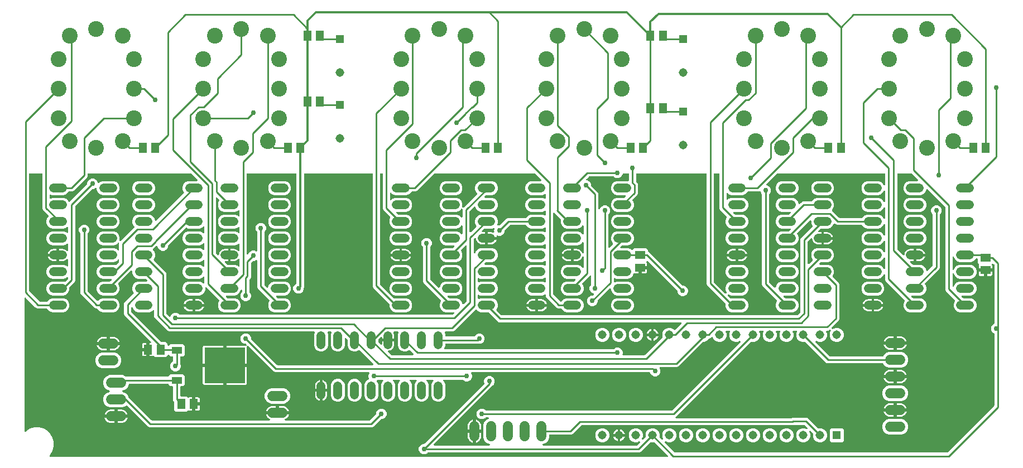
<source format=gbr>
G04 EAGLE Gerber RS-274X export*
G75*
%MOMM*%
%FSLAX34Y34*%
%LPD*%
%INBottom Copper*%
%IPPOS*%
%AMOC8*
5,1,8,0,0,1.08239X$1,22.5*%
G01*
%ADD10R,1.308000X1.308000*%
%ADD11C,1.308000*%
%ADD12R,1.300000X1.500000*%
%ADD13C,1.320800*%
%ADD14R,6.200000X5.400000*%
%ADD15R,1.600000X1.000000*%
%ADD16C,1.524000*%
%ADD17C,2.400000*%
%ADD18R,1.500000X1.300000*%
%ADD19C,0.254000*%
%ADD20C,0.756400*%
%ADD21C,0.304800*%

G36*
X986206Y10940D02*
X986206Y10940D01*
X986345Y10953D01*
X986364Y10960D01*
X986384Y10963D01*
X986513Y11014D01*
X986644Y11061D01*
X986661Y11072D01*
X986680Y11080D01*
X986792Y11161D01*
X986907Y11239D01*
X986921Y11255D01*
X986937Y11266D01*
X987026Y11374D01*
X987118Y11478D01*
X987127Y11496D01*
X987140Y11511D01*
X987199Y11637D01*
X987262Y11761D01*
X987267Y11781D01*
X987276Y11799D01*
X987302Y11935D01*
X987332Y12071D01*
X987331Y12092D01*
X987335Y12111D01*
X987327Y12250D01*
X987322Y12389D01*
X987317Y12409D01*
X987316Y12429D01*
X987273Y12561D01*
X987234Y12695D01*
X987224Y12712D01*
X987218Y12731D01*
X987143Y12849D01*
X987073Y12969D01*
X987054Y12990D01*
X987047Y13000D01*
X987032Y13014D01*
X986966Y13089D01*
X967181Y32874D01*
X967158Y32892D01*
X967139Y32915D01*
X967033Y32989D01*
X966930Y33069D01*
X966903Y33081D01*
X966879Y33098D01*
X966758Y33144D01*
X966638Y33195D01*
X966609Y33200D01*
X966581Y33211D01*
X966453Y33225D01*
X966324Y33245D01*
X966295Y33242D01*
X966265Y33246D01*
X966137Y33228D01*
X966008Y33215D01*
X965980Y33205D01*
X965950Y33201D01*
X965933Y33195D01*
X961636Y33195D01*
X961620Y33199D01*
X961495Y33233D01*
X961466Y33234D01*
X961437Y33240D01*
X961307Y33236D01*
X961177Y33238D01*
X961148Y33231D01*
X961119Y33230D01*
X960994Y33194D01*
X960868Y33164D01*
X960842Y33150D01*
X960813Y33142D01*
X960702Y33076D01*
X960587Y33015D01*
X960565Y32996D01*
X960539Y32980D01*
X960419Y32874D01*
X945882Y18337D01*
X943921Y17525D01*
X623508Y17525D01*
X623410Y17513D01*
X623311Y17510D01*
X623253Y17493D01*
X623192Y17485D01*
X623100Y17449D01*
X623005Y17421D01*
X622953Y17391D01*
X622897Y17368D01*
X622817Y17310D01*
X622731Y17260D01*
X622656Y17194D01*
X622639Y17182D01*
X622632Y17172D01*
X622610Y17154D01*
X621665Y16208D01*
X618781Y15013D01*
X615659Y15013D01*
X612775Y16208D01*
X610568Y18415D01*
X609373Y21299D01*
X609373Y24421D01*
X610568Y27305D01*
X612775Y29512D01*
X615659Y30707D01*
X616997Y30707D01*
X617095Y30719D01*
X617194Y30722D01*
X617252Y30739D01*
X617312Y30747D01*
X617404Y30783D01*
X617499Y30811D01*
X617551Y30841D01*
X617608Y30864D01*
X617688Y30922D01*
X617773Y30972D01*
X617849Y31038D01*
X617865Y31050D01*
X617873Y31060D01*
X617894Y31078D01*
X708581Y121765D01*
X708599Y121789D01*
X708621Y121808D01*
X708696Y121914D01*
X708776Y122017D01*
X708788Y122044D01*
X708805Y122068D01*
X708851Y122189D01*
X708902Y122308D01*
X708907Y122338D01*
X708917Y122365D01*
X708932Y122494D01*
X708952Y122623D01*
X708949Y122652D01*
X708953Y122681D01*
X708934Y122810D01*
X708922Y122939D01*
X708912Y122967D01*
X708908Y122996D01*
X708856Y123149D01*
X708433Y124169D01*
X708433Y127291D01*
X709628Y130175D01*
X711835Y132382D01*
X714719Y133577D01*
X717841Y133577D01*
X720725Y132382D01*
X722932Y130175D01*
X724127Y127291D01*
X724127Y124169D01*
X722932Y121285D01*
X721163Y119516D01*
X721157Y119509D01*
X721150Y119503D01*
X721060Y119383D01*
X720968Y119265D01*
X720965Y119256D01*
X720959Y119249D01*
X720888Y119104D01*
X720803Y118898D01*
X719123Y117219D01*
X632266Y30361D01*
X632181Y30252D01*
X632092Y30145D01*
X632083Y30126D01*
X632071Y30110D01*
X632016Y29982D01*
X631956Y29857D01*
X631953Y29837D01*
X631945Y29818D01*
X631923Y29680D01*
X631897Y29544D01*
X631898Y29524D01*
X631895Y29504D01*
X631908Y29365D01*
X631916Y29227D01*
X631923Y29208D01*
X631925Y29188D01*
X631972Y29056D01*
X632014Y28925D01*
X632025Y28907D01*
X632032Y28888D01*
X632111Y28773D01*
X632185Y28656D01*
X632199Y28642D01*
X632211Y28625D01*
X632315Y28533D01*
X632416Y28438D01*
X632434Y28428D01*
X632449Y28415D01*
X632573Y28351D01*
X632695Y28284D01*
X632714Y28279D01*
X632732Y28270D01*
X632868Y28240D01*
X633003Y28205D01*
X633031Y28203D01*
X633043Y28200D01*
X633063Y28201D01*
X633163Y28195D01*
X716382Y28195D01*
X716451Y28203D01*
X716521Y28202D01*
X716608Y28223D01*
X716697Y28235D01*
X716762Y28260D01*
X716830Y28277D01*
X716909Y28319D01*
X716993Y28352D01*
X717049Y28393D01*
X717111Y28425D01*
X717178Y28486D01*
X717250Y28538D01*
X717295Y28592D01*
X717346Y28639D01*
X717396Y28714D01*
X717453Y28783D01*
X717483Y28847D01*
X717521Y28905D01*
X717550Y28990D01*
X717589Y29071D01*
X717602Y29140D01*
X717624Y29206D01*
X717631Y29295D01*
X717648Y29383D01*
X717644Y29453D01*
X717650Y29523D01*
X717634Y29611D01*
X717629Y29701D01*
X717607Y29767D01*
X717595Y29836D01*
X717558Y29918D01*
X717531Y30003D01*
X717493Y30062D01*
X717465Y30126D01*
X717409Y30196D01*
X717360Y30272D01*
X717310Y30320D01*
X717266Y30374D01*
X717194Y30429D01*
X717129Y30490D01*
X717068Y30524D01*
X717012Y30566D01*
X716867Y30637D01*
X712431Y32474D01*
X709144Y35761D01*
X707365Y40056D01*
X707365Y59944D01*
X709144Y64239D01*
X712431Y67526D01*
X714598Y68423D01*
X714659Y68458D01*
X714724Y68484D01*
X714796Y68536D01*
X714874Y68581D01*
X714924Y68629D01*
X714981Y68670D01*
X715038Y68740D01*
X715103Y68802D01*
X715139Y68862D01*
X715184Y68915D01*
X715222Y68997D01*
X715269Y69073D01*
X715290Y69140D01*
X715319Y69203D01*
X715336Y69291D01*
X715363Y69377D01*
X715366Y69447D01*
X715379Y69516D01*
X715373Y69605D01*
X715378Y69695D01*
X715364Y69763D01*
X715359Y69833D01*
X715332Y69918D01*
X715313Y70006D01*
X715283Y70069D01*
X715261Y70135D01*
X715213Y70211D01*
X715174Y70292D01*
X715128Y70345D01*
X715091Y70404D01*
X715026Y70466D01*
X714967Y70534D01*
X714910Y70574D01*
X714859Y70622D01*
X714781Y70665D01*
X714707Y70717D01*
X714642Y70742D01*
X714581Y70776D01*
X714494Y70798D01*
X714410Y70830D01*
X714340Y70838D01*
X714273Y70855D01*
X714112Y70865D01*
X711138Y70865D01*
X711040Y70853D01*
X710941Y70850D01*
X710883Y70833D01*
X710822Y70825D01*
X710730Y70789D01*
X710635Y70761D01*
X710583Y70731D01*
X710527Y70708D01*
X710447Y70650D01*
X710361Y70600D01*
X710286Y70534D01*
X710269Y70522D01*
X710262Y70512D01*
X710240Y70494D01*
X709295Y69548D01*
X706411Y68353D01*
X703289Y68353D01*
X700405Y69548D01*
X698198Y71755D01*
X697003Y74639D01*
X697003Y77761D01*
X698198Y80645D01*
X700405Y82852D01*
X703289Y84047D01*
X706411Y84047D01*
X709295Y82852D01*
X710240Y81906D01*
X710319Y81846D01*
X710391Y81778D01*
X710444Y81749D01*
X710492Y81712D01*
X710583Y81672D01*
X710669Y81624D01*
X710728Y81609D01*
X710784Y81585D01*
X710882Y81570D01*
X710977Y81545D01*
X711077Y81539D01*
X711098Y81535D01*
X711110Y81537D01*
X711138Y81535D01*
X993465Y81535D01*
X993563Y81547D01*
X993662Y81550D01*
X993720Y81567D01*
X993780Y81575D01*
X993872Y81611D01*
X993967Y81639D01*
X994019Y81669D01*
X994076Y81692D01*
X994156Y81750D01*
X994241Y81800D01*
X994317Y81866D01*
X994333Y81878D01*
X994341Y81888D01*
X994362Y81906D01*
X1097174Y184719D01*
X1097217Y184774D01*
X1097267Y184823D01*
X1097314Y184899D01*
X1097369Y184970D01*
X1097397Y185034D01*
X1097434Y185094D01*
X1097460Y185179D01*
X1097496Y185262D01*
X1097507Y185331D01*
X1097527Y185398D01*
X1097531Y185487D01*
X1097546Y185576D01*
X1097539Y185646D01*
X1097542Y185715D01*
X1097524Y185803D01*
X1097516Y185893D01*
X1097492Y185959D01*
X1097478Y186027D01*
X1097439Y186107D01*
X1097408Y186192D01*
X1097369Y186250D01*
X1097338Y186312D01*
X1097280Y186381D01*
X1097230Y186455D01*
X1097177Y186501D01*
X1097132Y186554D01*
X1097058Y186606D01*
X1096991Y186666D01*
X1096929Y186697D01*
X1096872Y186737D01*
X1096788Y186769D01*
X1096708Y186810D01*
X1096640Y186825D01*
X1096575Y186850D01*
X1096485Y186860D01*
X1096398Y186880D01*
X1096328Y186878D01*
X1096258Y186885D01*
X1096169Y186873D01*
X1096080Y186870D01*
X1096013Y186851D01*
X1095944Y186841D01*
X1095791Y186789D01*
X1092909Y185595D01*
X1088691Y185595D01*
X1084793Y187210D01*
X1081810Y190193D01*
X1080195Y194091D01*
X1080195Y198309D01*
X1081198Y200730D01*
X1081211Y200778D01*
X1081232Y200823D01*
X1081253Y200931D01*
X1081282Y201037D01*
X1081283Y201087D01*
X1081292Y201136D01*
X1081285Y201245D01*
X1081287Y201355D01*
X1081275Y201403D01*
X1081272Y201453D01*
X1081239Y201557D01*
X1081213Y201664D01*
X1081190Y201708D01*
X1081174Y201755D01*
X1081116Y201848D01*
X1081064Y201945D01*
X1081031Y201982D01*
X1081004Y202024D01*
X1080924Y202099D01*
X1080850Y202181D01*
X1080809Y202208D01*
X1080773Y202242D01*
X1080676Y202295D01*
X1080585Y202355D01*
X1080538Y202372D01*
X1080494Y202396D01*
X1080388Y202423D01*
X1080284Y202459D01*
X1080234Y202463D01*
X1080186Y202475D01*
X1080025Y202485D01*
X1076175Y202485D01*
X1076125Y202479D01*
X1076076Y202481D01*
X1075968Y202459D01*
X1075859Y202445D01*
X1075813Y202427D01*
X1075764Y202417D01*
X1075666Y202369D01*
X1075563Y202328D01*
X1075523Y202299D01*
X1075479Y202277D01*
X1075395Y202206D01*
X1075306Y202142D01*
X1075274Y202103D01*
X1075237Y202071D01*
X1075173Y201981D01*
X1075103Y201897D01*
X1075082Y201852D01*
X1075053Y201811D01*
X1075014Y201708D01*
X1074968Y201609D01*
X1074958Y201560D01*
X1074941Y201514D01*
X1074929Y201404D01*
X1074908Y201297D01*
X1074911Y201247D01*
X1074905Y201198D01*
X1074921Y201089D01*
X1074928Y200979D01*
X1074943Y200932D01*
X1074950Y200883D01*
X1075002Y200730D01*
X1076005Y198309D01*
X1076005Y194091D01*
X1074390Y190193D01*
X1071407Y187210D01*
X1067509Y185595D01*
X1063291Y185595D01*
X1059393Y187210D01*
X1056410Y190193D01*
X1055407Y192614D01*
X1055382Y192657D01*
X1055366Y192704D01*
X1055304Y192795D01*
X1055249Y192890D01*
X1055215Y192926D01*
X1055187Y192967D01*
X1055105Y193040D01*
X1055028Y193118D01*
X1054986Y193144D01*
X1054949Y193177D01*
X1054851Y193227D01*
X1054757Y193285D01*
X1054710Y193299D01*
X1054665Y193322D01*
X1054558Y193346D01*
X1054453Y193378D01*
X1054403Y193381D01*
X1054355Y193392D01*
X1054245Y193388D01*
X1054135Y193394D01*
X1054087Y193383D01*
X1054037Y193382D01*
X1053932Y193351D01*
X1053824Y193329D01*
X1053779Y193307D01*
X1053732Y193294D01*
X1053637Y193238D01*
X1053538Y193189D01*
X1053500Y193157D01*
X1053458Y193132D01*
X1053337Y193026D01*
X1051989Y191677D01*
X1050001Y190854D01*
X1049930Y190842D01*
X1049801Y190825D01*
X1049774Y190815D01*
X1049745Y190809D01*
X1049626Y190756D01*
X1049506Y190708D01*
X1049482Y190691D01*
X1049455Y190679D01*
X1049353Y190598D01*
X1049248Y190522D01*
X1049229Y190499D01*
X1049206Y190480D01*
X1049128Y190377D01*
X1049045Y190277D01*
X1049033Y190250D01*
X1049015Y190226D01*
X1049007Y190210D01*
X1046007Y187210D01*
X1042109Y185595D01*
X1041275Y185595D01*
X1041177Y185583D01*
X1041078Y185580D01*
X1041020Y185563D01*
X1040960Y185555D01*
X1040868Y185519D01*
X1040773Y185491D01*
X1040721Y185461D01*
X1040664Y185438D01*
X1040584Y185380D01*
X1040499Y185330D01*
X1040423Y185264D01*
X1040407Y185252D01*
X1040399Y185242D01*
X1040378Y185224D01*
X1004711Y149557D01*
X1003032Y147877D01*
X1001071Y147065D01*
X975608Y147065D01*
X975559Y147059D01*
X975509Y147061D01*
X975402Y147039D01*
X975293Y147025D01*
X975246Y147007D01*
X975198Y146997D01*
X975099Y146949D01*
X974997Y146908D01*
X974957Y146879D01*
X974912Y146857D01*
X974829Y146786D01*
X974739Y146722D01*
X974708Y146683D01*
X974670Y146651D01*
X974607Y146561D01*
X974537Y146477D01*
X974515Y146432D01*
X974487Y146391D01*
X974448Y146288D01*
X974401Y146189D01*
X974392Y146140D01*
X974374Y146094D01*
X974362Y145984D01*
X974341Y145877D01*
X974344Y145827D01*
X974339Y145778D01*
X974354Y145669D01*
X974361Y145559D01*
X974376Y145512D01*
X974383Y145463D01*
X974435Y145310D01*
X975587Y142531D01*
X975587Y139409D01*
X974392Y136525D01*
X972185Y134318D01*
X969301Y133123D01*
X966179Y133123D01*
X963295Y134318D01*
X961088Y136525D01*
X960203Y138662D01*
X960188Y138687D01*
X960179Y138715D01*
X960110Y138825D01*
X960045Y138938D01*
X960025Y138959D01*
X960009Y138984D01*
X959914Y139073D01*
X959824Y139166D01*
X959799Y139182D01*
X959777Y139202D01*
X959664Y139265D01*
X959553Y139333D01*
X959525Y139341D01*
X959499Y139356D01*
X959373Y139388D01*
X959249Y139426D01*
X959220Y139428D01*
X959191Y139435D01*
X959030Y139445D01*
X689858Y139445D01*
X689809Y139439D01*
X689759Y139441D01*
X689652Y139419D01*
X689543Y139405D01*
X689496Y139387D01*
X689448Y139377D01*
X689349Y139329D01*
X689247Y139288D01*
X689207Y139259D01*
X689162Y139237D01*
X689079Y139166D01*
X688989Y139102D01*
X688958Y139063D01*
X688920Y139031D01*
X688857Y138941D01*
X688787Y138857D01*
X688765Y138812D01*
X688737Y138771D01*
X688698Y138668D01*
X688651Y138569D01*
X688642Y138520D01*
X688624Y138474D01*
X688612Y138364D01*
X688591Y138257D01*
X688594Y138207D01*
X688589Y138158D01*
X688604Y138049D01*
X688611Y137939D01*
X688626Y137892D01*
X688633Y137843D01*
X688685Y137690D01*
X689837Y134911D01*
X689837Y131789D01*
X688642Y128905D01*
X686435Y126698D01*
X683551Y125503D01*
X680429Y125503D01*
X677545Y126698D01*
X676600Y127644D01*
X676521Y127704D01*
X676449Y127772D01*
X676396Y127801D01*
X676348Y127838D01*
X676257Y127878D01*
X676171Y127926D01*
X676112Y127941D01*
X676056Y127965D01*
X675958Y127980D01*
X675863Y128005D01*
X675763Y128011D01*
X675742Y128015D01*
X675730Y128013D01*
X675702Y128015D01*
X647541Y128015D01*
X647403Y127998D01*
X647264Y127985D01*
X647245Y127978D01*
X647225Y127975D01*
X647096Y127924D01*
X646965Y127877D01*
X646948Y127866D01*
X646930Y127858D01*
X646817Y127777D01*
X646702Y127699D01*
X646689Y127683D01*
X646672Y127672D01*
X646583Y127564D01*
X646492Y127460D01*
X646482Y127442D01*
X646469Y127427D01*
X646410Y127301D01*
X646347Y127177D01*
X646343Y127157D01*
X646334Y127139D01*
X646308Y127002D01*
X646277Y126867D01*
X646278Y126846D01*
X646274Y126827D01*
X646283Y126688D01*
X646287Y126549D01*
X646293Y126529D01*
X646294Y126509D01*
X646337Y126377D01*
X646375Y126243D01*
X646386Y126226D01*
X646392Y126207D01*
X646466Y126089D01*
X646537Y125969D01*
X646555Y125948D01*
X646562Y125938D01*
X646577Y125924D01*
X646643Y125849D01*
X647945Y124547D01*
X649569Y120626D01*
X649569Y103174D01*
X647945Y99253D01*
X644943Y96251D01*
X641022Y94627D01*
X636778Y94627D01*
X632857Y96251D01*
X629855Y99253D01*
X628231Y103174D01*
X628231Y120626D01*
X629855Y124547D01*
X631157Y125849D01*
X631242Y125958D01*
X631331Y126065D01*
X631339Y126084D01*
X631352Y126100D01*
X631407Y126227D01*
X631466Y126353D01*
X631470Y126373D01*
X631478Y126392D01*
X631500Y126530D01*
X631526Y126666D01*
X631525Y126686D01*
X631528Y126706D01*
X631515Y126845D01*
X631506Y126983D01*
X631500Y127002D01*
X631498Y127022D01*
X631451Y127154D01*
X631408Y127285D01*
X631397Y127303D01*
X631390Y127322D01*
X631312Y127437D01*
X631238Y127554D01*
X631223Y127568D01*
X631212Y127585D01*
X631108Y127677D01*
X631006Y127772D01*
X630989Y127782D01*
X630973Y127795D01*
X630849Y127859D01*
X630728Y127926D01*
X630708Y127931D01*
X630690Y127940D01*
X630554Y127970D01*
X630420Y128005D01*
X630392Y128007D01*
X630380Y128010D01*
X630359Y128009D01*
X630259Y128015D01*
X622141Y128015D01*
X622003Y127998D01*
X621864Y127985D01*
X621845Y127978D01*
X621825Y127975D01*
X621696Y127924D01*
X621565Y127877D01*
X621548Y127866D01*
X621530Y127858D01*
X621417Y127777D01*
X621302Y127699D01*
X621289Y127683D01*
X621272Y127672D01*
X621183Y127564D01*
X621092Y127460D01*
X621082Y127442D01*
X621069Y127427D01*
X621010Y127301D01*
X620947Y127177D01*
X620943Y127157D01*
X620934Y127139D01*
X620908Y127002D01*
X620877Y126867D01*
X620878Y126846D01*
X620874Y126827D01*
X620883Y126688D01*
X620887Y126549D01*
X620893Y126529D01*
X620894Y126509D01*
X620937Y126377D01*
X620975Y126243D01*
X620986Y126226D01*
X620992Y126207D01*
X621066Y126089D01*
X621137Y125969D01*
X621155Y125948D01*
X621162Y125938D01*
X621177Y125924D01*
X621243Y125849D01*
X622545Y124547D01*
X624169Y120626D01*
X624169Y103174D01*
X622545Y99253D01*
X619543Y96251D01*
X615622Y94627D01*
X611378Y94627D01*
X607457Y96251D01*
X604455Y99253D01*
X602831Y103174D01*
X602831Y120626D01*
X604455Y124547D01*
X605757Y125849D01*
X605842Y125958D01*
X605931Y126065D01*
X605939Y126084D01*
X605952Y126100D01*
X606007Y126227D01*
X606066Y126353D01*
X606070Y126373D01*
X606078Y126392D01*
X606100Y126530D01*
X606126Y126666D01*
X606125Y126686D01*
X606128Y126706D01*
X606115Y126845D01*
X606106Y126983D01*
X606100Y127002D01*
X606098Y127022D01*
X606051Y127154D01*
X606008Y127285D01*
X605997Y127303D01*
X605990Y127322D01*
X605912Y127437D01*
X605838Y127554D01*
X605823Y127568D01*
X605812Y127585D01*
X605708Y127677D01*
X605606Y127772D01*
X605589Y127782D01*
X605573Y127795D01*
X605449Y127859D01*
X605328Y127926D01*
X605308Y127931D01*
X605290Y127940D01*
X605154Y127970D01*
X605020Y128005D01*
X604992Y128007D01*
X604980Y128010D01*
X604959Y128009D01*
X604859Y128015D01*
X596741Y128015D01*
X596603Y127998D01*
X596464Y127985D01*
X596445Y127978D01*
X596425Y127975D01*
X596296Y127924D01*
X596165Y127877D01*
X596148Y127866D01*
X596130Y127858D01*
X596017Y127777D01*
X595902Y127699D01*
X595889Y127683D01*
X595872Y127672D01*
X595783Y127564D01*
X595692Y127460D01*
X595682Y127442D01*
X595669Y127427D01*
X595610Y127301D01*
X595547Y127177D01*
X595543Y127157D01*
X595534Y127139D01*
X595508Y127002D01*
X595477Y126867D01*
X595478Y126846D01*
X595474Y126827D01*
X595483Y126688D01*
X595487Y126549D01*
X595493Y126529D01*
X595494Y126509D01*
X595537Y126377D01*
X595575Y126243D01*
X595586Y126226D01*
X595592Y126207D01*
X595666Y126089D01*
X595737Y125969D01*
X595755Y125948D01*
X595762Y125938D01*
X595777Y125924D01*
X595843Y125849D01*
X597145Y124547D01*
X598769Y120626D01*
X598769Y103174D01*
X597145Y99253D01*
X594143Y96251D01*
X590222Y94627D01*
X585978Y94627D01*
X582057Y96251D01*
X579055Y99253D01*
X577431Y103174D01*
X577431Y120626D01*
X579055Y124547D01*
X580357Y125849D01*
X580442Y125958D01*
X580531Y126065D01*
X580539Y126084D01*
X580552Y126100D01*
X580607Y126227D01*
X580666Y126353D01*
X580670Y126373D01*
X580678Y126392D01*
X580700Y126530D01*
X580726Y126666D01*
X580725Y126686D01*
X580728Y126706D01*
X580715Y126845D01*
X580706Y126983D01*
X580700Y127002D01*
X580698Y127022D01*
X580651Y127154D01*
X580608Y127285D01*
X580597Y127303D01*
X580590Y127322D01*
X580512Y127437D01*
X580438Y127554D01*
X580423Y127568D01*
X580412Y127585D01*
X580308Y127677D01*
X580206Y127772D01*
X580189Y127782D01*
X580173Y127795D01*
X580049Y127859D01*
X579928Y127926D01*
X579908Y127931D01*
X579890Y127940D01*
X579754Y127970D01*
X579620Y128005D01*
X579592Y128007D01*
X579580Y128010D01*
X579559Y128009D01*
X579459Y128015D01*
X571341Y128015D01*
X571203Y127998D01*
X571064Y127985D01*
X571045Y127978D01*
X571025Y127975D01*
X570896Y127924D01*
X570765Y127877D01*
X570748Y127866D01*
X570730Y127858D01*
X570617Y127777D01*
X570502Y127699D01*
X570489Y127683D01*
X570472Y127672D01*
X570383Y127564D01*
X570292Y127460D01*
X570282Y127442D01*
X570269Y127427D01*
X570210Y127301D01*
X570147Y127177D01*
X570143Y127157D01*
X570134Y127139D01*
X570108Y127002D01*
X570077Y126867D01*
X570078Y126846D01*
X570074Y126827D01*
X570083Y126688D01*
X570087Y126549D01*
X570093Y126529D01*
X570094Y126509D01*
X570137Y126377D01*
X570175Y126243D01*
X570186Y126226D01*
X570192Y126207D01*
X570266Y126089D01*
X570337Y125969D01*
X570355Y125948D01*
X570362Y125938D01*
X570377Y125924D01*
X570443Y125849D01*
X571745Y124547D01*
X573369Y120626D01*
X573369Y103174D01*
X571745Y99253D01*
X568743Y96251D01*
X564822Y94627D01*
X560578Y94627D01*
X556657Y96251D01*
X553655Y99253D01*
X552031Y103174D01*
X552031Y120626D01*
X553655Y124547D01*
X554957Y125849D01*
X555042Y125958D01*
X555131Y126065D01*
X555139Y126084D01*
X555152Y126100D01*
X555207Y126227D01*
X555266Y126353D01*
X555270Y126373D01*
X555278Y126392D01*
X555300Y126530D01*
X555326Y126666D01*
X555325Y126686D01*
X555328Y126706D01*
X555315Y126845D01*
X555306Y126983D01*
X555300Y127002D01*
X555298Y127022D01*
X555251Y127154D01*
X555208Y127285D01*
X555197Y127303D01*
X555190Y127322D01*
X555112Y127437D01*
X555038Y127554D01*
X555023Y127568D01*
X555012Y127585D01*
X554908Y127677D01*
X554806Y127772D01*
X554789Y127782D01*
X554773Y127795D01*
X554649Y127859D01*
X554528Y127926D01*
X554508Y127931D01*
X554490Y127940D01*
X554354Y127970D01*
X554220Y128005D01*
X554192Y128007D01*
X554180Y128010D01*
X554159Y128009D01*
X554059Y128015D01*
X547308Y128015D01*
X547210Y128003D01*
X547111Y128000D01*
X547053Y127983D01*
X546992Y127975D01*
X546900Y127939D01*
X546805Y127911D01*
X546753Y127881D01*
X546697Y127858D01*
X546617Y127800D01*
X546531Y127750D01*
X546456Y127684D01*
X546439Y127672D01*
X546432Y127662D01*
X546411Y127644D01*
X545727Y126960D01*
X545654Y126866D01*
X545575Y126777D01*
X545557Y126741D01*
X545532Y126709D01*
X545485Y126599D01*
X545431Y126493D01*
X545422Y126454D01*
X545406Y126417D01*
X545387Y126299D01*
X545361Y126183D01*
X545362Y126143D01*
X545356Y126103D01*
X545367Y125984D01*
X545371Y125865D01*
X545382Y125826D01*
X545386Y125786D01*
X545426Y125674D01*
X545459Y125560D01*
X545480Y125525D01*
X545493Y125487D01*
X545560Y125388D01*
X545621Y125286D01*
X545660Y125241D01*
X545672Y125224D01*
X545687Y125210D01*
X545727Y125165D01*
X546345Y124547D01*
X547969Y120626D01*
X547969Y103174D01*
X546345Y99253D01*
X543343Y96251D01*
X539422Y94627D01*
X535178Y94627D01*
X531257Y96251D01*
X528255Y99253D01*
X526631Y103174D01*
X526631Y120626D01*
X528255Y124547D01*
X531257Y127549D01*
X533219Y128361D01*
X533323Y128420D01*
X533430Y128473D01*
X533460Y128499D01*
X533496Y128519D01*
X533581Y128602D01*
X533672Y128679D01*
X533695Y128712D01*
X533724Y128740D01*
X533786Y128842D01*
X533855Y128939D01*
X533869Y128977D01*
X533890Y129011D01*
X533925Y129125D01*
X533967Y129236D01*
X533972Y129277D01*
X533984Y129315D01*
X533989Y129434D01*
X534003Y129553D01*
X533997Y129593D01*
X533999Y129633D01*
X533975Y129750D01*
X533958Y129867D01*
X533939Y129924D01*
X533935Y129944D01*
X533926Y129963D01*
X533906Y130020D01*
X533173Y131789D01*
X533173Y134911D01*
X534325Y137690D01*
X534338Y137738D01*
X534359Y137783D01*
X534379Y137891D01*
X534409Y137997D01*
X534409Y138047D01*
X534419Y138096D01*
X534412Y138205D01*
X534414Y138315D01*
X534402Y138363D01*
X534399Y138413D01*
X534365Y138517D01*
X534339Y138624D01*
X534316Y138668D01*
X534301Y138715D01*
X534242Y138808D01*
X534191Y138905D01*
X534157Y138942D01*
X534131Y138984D01*
X534051Y139059D01*
X533977Y139141D01*
X533935Y139168D01*
X533899Y139202D01*
X533803Y139255D01*
X533711Y139315D01*
X533664Y139332D01*
X533621Y139356D01*
X533514Y139383D01*
X533410Y139419D01*
X533361Y139423D01*
X533313Y139435D01*
X533152Y139445D01*
X391369Y139445D01*
X389408Y140257D01*
X387729Y141936D01*
X387729Y141937D01*
X350503Y179163D01*
X350387Y179252D01*
X350275Y179344D01*
X350262Y179349D01*
X350252Y179358D01*
X350117Y179416D01*
X349985Y179476D01*
X349972Y179479D01*
X349960Y179484D01*
X349815Y179507D01*
X349672Y179533D01*
X349659Y179532D01*
X349646Y179534D01*
X349500Y179520D01*
X349355Y179510D01*
X349342Y179505D01*
X349329Y179504D01*
X349192Y179455D01*
X349054Y179408D01*
X349042Y179401D01*
X349030Y179396D01*
X348909Y179314D01*
X348787Y179235D01*
X348778Y179225D01*
X348767Y179218D01*
X348670Y179109D01*
X348571Y179001D01*
X348565Y178990D01*
X348556Y178979D01*
X348490Y178849D01*
X348421Y178721D01*
X348418Y178708D01*
X348412Y178696D01*
X348379Y178553D01*
X348345Y178413D01*
X348345Y178399D01*
X348342Y178386D01*
X348346Y178240D01*
X348348Y178095D01*
X348351Y178077D01*
X348352Y178068D01*
X348356Y178052D01*
X348379Y177937D01*
X348541Y177334D01*
X348541Y152539D01*
X317539Y152539D01*
X317539Y179541D01*
X346334Y179541D01*
X346937Y179379D01*
X347081Y179360D01*
X347225Y179337D01*
X347238Y179338D01*
X347252Y179336D01*
X347397Y179353D01*
X347542Y179367D01*
X347554Y179371D01*
X347568Y179373D01*
X347703Y179425D01*
X347841Y179474D01*
X347852Y179482D01*
X347865Y179487D01*
X347983Y179570D01*
X348104Y179653D01*
X348113Y179663D01*
X348124Y179671D01*
X348218Y179782D01*
X348314Y179891D01*
X348321Y179903D01*
X348329Y179913D01*
X348393Y180045D01*
X348459Y180174D01*
X348462Y180188D01*
X348468Y180200D01*
X348497Y180343D01*
X348529Y180485D01*
X348528Y180498D01*
X348531Y180511D01*
X348524Y180657D01*
X348519Y180803D01*
X348515Y180816D01*
X348515Y180829D01*
X348471Y180968D01*
X348431Y181108D01*
X348424Y181120D01*
X348420Y181133D01*
X348343Y181256D01*
X348269Y181382D01*
X348257Y181396D01*
X348252Y181403D01*
X348240Y181415D01*
X348163Y181503D01*
X347384Y182282D01*
X347306Y182342D01*
X347234Y182410D01*
X347181Y182439D01*
X347133Y182476D01*
X347042Y182516D01*
X346955Y182564D01*
X346897Y182579D01*
X346841Y182603D01*
X346743Y182618D01*
X346647Y182643D01*
X346547Y182649D01*
X346527Y182653D01*
X346515Y182651D01*
X346487Y182653D01*
X345149Y182653D01*
X342265Y183848D01*
X340058Y186055D01*
X338863Y188939D01*
X338863Y192061D01*
X340058Y194945D01*
X342265Y197152D01*
X345149Y198347D01*
X348271Y198347D01*
X351155Y197152D01*
X353362Y194945D01*
X354557Y192061D01*
X354557Y190723D01*
X354569Y190625D01*
X354572Y190526D01*
X354589Y190468D01*
X354597Y190408D01*
X354633Y190316D01*
X354661Y190221D01*
X354691Y190169D01*
X354714Y190112D01*
X354772Y190032D01*
X354822Y189947D01*
X354888Y189871D01*
X354900Y189855D01*
X354910Y189847D01*
X354928Y189826D01*
X394268Y150486D01*
X394346Y150426D01*
X394418Y150358D01*
X394471Y150329D01*
X394519Y150292D01*
X394610Y150252D01*
X394697Y150204D01*
X394755Y150189D01*
X394811Y150165D01*
X394909Y150150D01*
X395005Y150125D01*
X395105Y150119D01*
X395125Y150115D01*
X395137Y150117D01*
X395165Y150115D01*
X539277Y150115D01*
X539414Y150132D01*
X539553Y150145D01*
X539572Y150152D01*
X539592Y150155D01*
X539721Y150206D01*
X539852Y150253D01*
X539869Y150264D01*
X539888Y150272D01*
X540000Y150353D01*
X540115Y150431D01*
X540129Y150447D01*
X540145Y150458D01*
X540234Y150566D01*
X540326Y150670D01*
X540335Y150688D01*
X540348Y150703D01*
X540407Y150829D01*
X540470Y150953D01*
X540475Y150973D01*
X540484Y150991D01*
X540510Y151127D01*
X540540Y151263D01*
X540539Y151284D01*
X540543Y151303D01*
X540535Y151442D01*
X540530Y151581D01*
X540525Y151601D01*
X540524Y151621D01*
X540481Y151753D01*
X540442Y151887D01*
X540432Y151904D01*
X540426Y151923D01*
X540351Y152041D01*
X540281Y152161D01*
X540262Y152182D01*
X540255Y152192D01*
X540240Y152206D01*
X540174Y152281D01*
X519871Y172584D01*
X519777Y172657D01*
X519688Y172736D01*
X519652Y172754D01*
X519620Y172779D01*
X519511Y172827D01*
X519405Y172881D01*
X519365Y172890D01*
X519328Y172906D01*
X519210Y172924D01*
X519094Y172950D01*
X519054Y172949D01*
X519014Y172955D01*
X518895Y172944D01*
X518777Y172941D01*
X518738Y172929D01*
X518697Y172926D01*
X518585Y172885D01*
X518471Y172852D01*
X518436Y172832D01*
X518398Y172818D01*
X518300Y172751D01*
X518197Y172691D01*
X518152Y172651D01*
X518135Y172639D01*
X518122Y172624D01*
X518076Y172584D01*
X517943Y172451D01*
X514022Y170827D01*
X509778Y170827D01*
X505857Y172451D01*
X502855Y175453D01*
X501231Y179374D01*
X501231Y188426D01*
X501219Y188524D01*
X501216Y188623D01*
X501199Y188682D01*
X501191Y188742D01*
X501155Y188834D01*
X501127Y188929D01*
X501097Y188981D01*
X501074Y189037D01*
X501016Y189118D01*
X500966Y189203D01*
X500900Y189278D01*
X500888Y189295D01*
X500878Y189303D01*
X500860Y189324D01*
X499335Y190848D01*
X499226Y190933D01*
X499119Y191022D01*
X499100Y191030D01*
X499084Y191043D01*
X498956Y191098D01*
X498831Y191157D01*
X498811Y191161D01*
X498792Y191169D01*
X498654Y191191D01*
X498518Y191217D01*
X498498Y191216D01*
X498478Y191219D01*
X498339Y191206D01*
X498201Y191197D01*
X498182Y191191D01*
X498162Y191189D01*
X498030Y191142D01*
X497899Y191099D01*
X497881Y191088D01*
X497862Y191082D01*
X497747Y191003D01*
X497630Y190929D01*
X497616Y190914D01*
X497599Y190903D01*
X497507Y190799D01*
X497412Y190697D01*
X497402Y190680D01*
X497389Y190664D01*
X497325Y190540D01*
X497258Y190419D01*
X497253Y190399D01*
X497244Y190381D01*
X497214Y190245D01*
X497179Y190111D01*
X497177Y190083D01*
X497174Y190071D01*
X497175Y190050D01*
X497169Y189950D01*
X497169Y179374D01*
X495545Y175453D01*
X492543Y172451D01*
X488622Y170827D01*
X484378Y170827D01*
X480457Y172451D01*
X477455Y175453D01*
X475831Y179374D01*
X475831Y196826D01*
X476855Y199298D01*
X476868Y199346D01*
X476890Y199391D01*
X476910Y199499D01*
X476939Y199605D01*
X476940Y199655D01*
X476949Y199704D01*
X476943Y199813D01*
X476944Y199923D01*
X476933Y199971D01*
X476930Y200021D01*
X476896Y200125D01*
X476870Y200232D01*
X476847Y200276D01*
X476832Y200323D01*
X476773Y200416D01*
X476721Y200513D01*
X476688Y200550D01*
X476661Y200592D01*
X476581Y200667D01*
X476507Y200749D01*
X476466Y200776D01*
X476430Y200810D01*
X476334Y200863D01*
X476242Y200923D01*
X476195Y200940D01*
X476151Y200964D01*
X476045Y200991D01*
X475941Y201027D01*
X475891Y201031D01*
X475843Y201043D01*
X475683Y201053D01*
X471917Y201053D01*
X471868Y201047D01*
X471818Y201049D01*
X471711Y201027D01*
X471602Y201013D01*
X471556Y200995D01*
X471507Y200985D01*
X471408Y200937D01*
X471306Y200896D01*
X471266Y200867D01*
X471221Y200845D01*
X471138Y200774D01*
X471049Y200710D01*
X471017Y200671D01*
X470979Y200639D01*
X470916Y200549D01*
X470846Y200465D01*
X470825Y200420D01*
X470796Y200379D01*
X470757Y200276D01*
X470710Y200177D01*
X470701Y200128D01*
X470683Y200082D01*
X470671Y199972D01*
X470651Y199865D01*
X470654Y199815D01*
X470648Y199766D01*
X470664Y199657D01*
X470670Y199547D01*
X470686Y199500D01*
X470693Y199451D01*
X470745Y199298D01*
X471769Y196826D01*
X471769Y179374D01*
X470145Y175453D01*
X467143Y172451D01*
X463222Y170827D01*
X458978Y170827D01*
X455057Y172451D01*
X452055Y175453D01*
X450431Y179374D01*
X450431Y196826D01*
X451455Y199298D01*
X451468Y199346D01*
X451490Y199391D01*
X451510Y199499D01*
X451539Y199605D01*
X451540Y199655D01*
X451549Y199704D01*
X451543Y199813D01*
X451544Y199923D01*
X451533Y199971D01*
X451530Y200021D01*
X451496Y200125D01*
X451470Y200232D01*
X451447Y200276D01*
X451432Y200323D01*
X451373Y200416D01*
X451321Y200513D01*
X451288Y200550D01*
X451261Y200592D01*
X451181Y200667D01*
X451107Y200749D01*
X451066Y200776D01*
X451030Y200810D01*
X450934Y200863D01*
X450842Y200923D01*
X450795Y200940D01*
X450751Y200964D01*
X450645Y200991D01*
X450541Y201027D01*
X450491Y201031D01*
X450443Y201043D01*
X450283Y201053D01*
X230701Y201053D01*
X228740Y201865D01*
X208837Y221768D01*
X208025Y223729D01*
X208025Y232469D01*
X208008Y232607D01*
X207995Y232746D01*
X207988Y232765D01*
X207985Y232785D01*
X207934Y232914D01*
X207887Y233045D01*
X207876Y233062D01*
X207868Y233080D01*
X207787Y233193D01*
X207709Y233308D01*
X207693Y233321D01*
X207682Y233338D01*
X207574Y233427D01*
X207470Y233518D01*
X207452Y233528D01*
X207437Y233541D01*
X207311Y233600D01*
X207187Y233663D01*
X207167Y233667D01*
X207149Y233676D01*
X207012Y233702D01*
X206877Y233733D01*
X206856Y233732D01*
X206837Y233736D01*
X206698Y233727D01*
X206559Y233723D01*
X206539Y233717D01*
X206519Y233716D01*
X206387Y233673D01*
X206253Y233635D01*
X206236Y233624D01*
X206217Y233618D01*
X206099Y233544D01*
X205979Y233473D01*
X205958Y233455D01*
X205948Y233448D01*
X205934Y233433D01*
X205859Y233367D01*
X204547Y232055D01*
X200626Y230431D01*
X183174Y230431D01*
X179253Y232055D01*
X176251Y235057D01*
X175417Y237072D01*
X175382Y237133D01*
X175356Y237198D01*
X175304Y237270D01*
X175259Y237348D01*
X175211Y237399D01*
X175170Y237455D01*
X175100Y237512D01*
X175038Y237577D01*
X174978Y237613D01*
X174925Y237658D01*
X174843Y237696D01*
X174767Y237743D01*
X174700Y237764D01*
X174637Y237793D01*
X174549Y237810D01*
X174463Y237837D01*
X174393Y237840D01*
X174324Y237853D01*
X174235Y237848D01*
X174145Y237852D01*
X174077Y237838D01*
X174007Y237833D01*
X173922Y237806D01*
X173834Y237788D01*
X173771Y237757D01*
X173705Y237735D01*
X173629Y237687D01*
X173548Y237648D01*
X173495Y237603D01*
X173436Y237565D01*
X173374Y237500D01*
X173306Y237442D01*
X173266Y237384D01*
X173218Y237334D01*
X173175Y237255D01*
X173123Y237181D01*
X173098Y237116D01*
X173064Y237055D01*
X173042Y236968D01*
X173010Y236884D01*
X173002Y236815D01*
X172985Y236747D01*
X172975Y236586D01*
X172975Y231335D01*
X172987Y231237D01*
X172990Y231138D01*
X173007Y231080D01*
X173015Y231020D01*
X173051Y230928D01*
X173079Y230833D01*
X173109Y230781D01*
X173132Y230724D01*
X173190Y230644D01*
X173240Y230559D01*
X173306Y230483D01*
X173318Y230467D01*
X173328Y230459D01*
X173346Y230438D01*
X217998Y185786D01*
X218076Y185726D01*
X218148Y185658D01*
X218201Y185629D01*
X218249Y185592D01*
X218340Y185552D01*
X218427Y185504D01*
X218485Y185489D01*
X218541Y185465D01*
X218639Y185450D01*
X218735Y185425D01*
X218835Y185419D01*
X218855Y185415D01*
X218867Y185417D01*
X218895Y185415D01*
X225824Y185415D01*
X228205Y183034D01*
X228205Y180817D01*
X228222Y180680D01*
X228235Y180541D01*
X228242Y180522D01*
X228245Y180502D01*
X228296Y180373D01*
X228343Y180242D01*
X228354Y180225D01*
X228362Y180206D01*
X228443Y180094D01*
X228521Y179979D01*
X228537Y179965D01*
X228548Y179949D01*
X228656Y179860D01*
X228760Y179768D01*
X228778Y179759D01*
X228793Y179746D01*
X228919Y179687D01*
X229043Y179624D01*
X229063Y179619D01*
X229081Y179610D01*
X229217Y179584D01*
X229353Y179554D01*
X229374Y179554D01*
X229393Y179551D01*
X229532Y179559D01*
X229671Y179564D01*
X229691Y179569D01*
X229711Y179570D01*
X229843Y179613D01*
X229977Y179652D01*
X229994Y179662D01*
X230013Y179668D01*
X230131Y179743D01*
X230251Y179813D01*
X230272Y179832D01*
X230282Y179839D01*
X230296Y179854D01*
X230371Y179920D01*
X232316Y181865D01*
X251684Y181865D01*
X254065Y179484D01*
X254065Y166116D01*
X251684Y163735D01*
X248604Y163735D01*
X248486Y163720D01*
X248367Y163713D01*
X248329Y163700D01*
X248288Y163695D01*
X248178Y163652D01*
X248065Y163615D01*
X248030Y163593D01*
X247993Y163578D01*
X247897Y163509D01*
X247796Y163445D01*
X247768Y163415D01*
X247735Y163392D01*
X247659Y163300D01*
X247578Y163213D01*
X247558Y163178D01*
X247533Y163147D01*
X247482Y163039D01*
X247424Y162935D01*
X247414Y162895D01*
X247397Y162859D01*
X247375Y162742D01*
X247345Y162627D01*
X247341Y162567D01*
X247337Y162547D01*
X247339Y162526D01*
X247335Y162466D01*
X247335Y151712D01*
X247336Y151703D01*
X247335Y151693D01*
X247356Y151545D01*
X247375Y151396D01*
X247378Y151388D01*
X247379Y151378D01*
X247431Y151226D01*
X247877Y150151D01*
X247877Y147029D01*
X246682Y144145D01*
X244475Y141938D01*
X241591Y140743D01*
X238469Y140743D01*
X235585Y141938D01*
X233378Y144145D01*
X232183Y147029D01*
X232183Y150151D01*
X233378Y153035D01*
X235585Y155242D01*
X235882Y155365D01*
X235907Y155380D01*
X235935Y155389D01*
X236045Y155458D01*
X236158Y155523D01*
X236179Y155543D01*
X236204Y155559D01*
X236293Y155654D01*
X236386Y155744D01*
X236402Y155769D01*
X236422Y155790D01*
X236485Y155904D01*
X236553Y156015D01*
X236561Y156043D01*
X236576Y156069D01*
X236608Y156195D01*
X236646Y156319D01*
X236648Y156348D01*
X236655Y156377D01*
X236665Y156538D01*
X236665Y162466D01*
X236650Y162584D01*
X236643Y162703D01*
X236630Y162741D01*
X236625Y162782D01*
X236582Y162892D01*
X236545Y163005D01*
X236523Y163040D01*
X236508Y163077D01*
X236439Y163173D01*
X236375Y163274D01*
X236345Y163302D01*
X236322Y163335D01*
X236230Y163411D01*
X236143Y163492D01*
X236108Y163512D01*
X236077Y163537D01*
X235969Y163588D01*
X235865Y163646D01*
X235825Y163656D01*
X235789Y163673D01*
X235672Y163695D01*
X235557Y163725D01*
X235497Y163729D01*
X235477Y163733D01*
X235456Y163731D01*
X235396Y163735D01*
X232316Y163735D01*
X230371Y165680D01*
X230262Y165765D01*
X230155Y165854D01*
X230136Y165863D01*
X230120Y165875D01*
X229992Y165931D01*
X229867Y165990D01*
X229847Y165993D01*
X229828Y166001D01*
X229690Y166023D01*
X229554Y166049D01*
X229534Y166048D01*
X229514Y166051D01*
X229375Y166038D01*
X229237Y166030D01*
X229218Y166023D01*
X229198Y166021D01*
X229066Y165974D01*
X228935Y165932D01*
X228917Y165921D01*
X228898Y165914D01*
X228783Y165836D01*
X228666Y165761D01*
X228652Y165747D01*
X228635Y165735D01*
X228543Y165631D01*
X228448Y165530D01*
X228438Y165512D01*
X228425Y165497D01*
X228361Y165373D01*
X228294Y165251D01*
X228289Y165232D01*
X228280Y165214D01*
X228250Y165078D01*
X228215Y164943D01*
X228213Y164915D01*
X228210Y164903D01*
X228211Y164883D01*
X228205Y164783D01*
X228205Y164666D01*
X225824Y162285D01*
X209456Y162285D01*
X207848Y163893D01*
X207759Y163962D01*
X207676Y164038D01*
X207634Y164059D01*
X207597Y164088D01*
X207494Y164133D01*
X207394Y164185D01*
X207348Y164196D01*
X207305Y164215D01*
X207194Y164232D01*
X207085Y164258D01*
X207038Y164257D01*
X206991Y164265D01*
X206879Y164254D01*
X206767Y164252D01*
X206721Y164239D01*
X206674Y164235D01*
X206568Y164197D01*
X206460Y164167D01*
X206395Y164135D01*
X206375Y164127D01*
X206360Y164117D01*
X206316Y164095D01*
X206121Y163982D01*
X205474Y163809D01*
X201179Y163809D01*
X201179Y172580D01*
X201164Y172698D01*
X201157Y172817D01*
X201144Y172855D01*
X201139Y172895D01*
X201095Y173006D01*
X201059Y173119D01*
X201037Y173154D01*
X201022Y173191D01*
X200952Y173287D01*
X200889Y173388D01*
X200859Y173416D01*
X200835Y173448D01*
X200744Y173524D01*
X200657Y173606D01*
X200622Y173625D01*
X200590Y173651D01*
X200483Y173702D01*
X200379Y173759D01*
X200339Y173770D01*
X200303Y173787D01*
X200186Y173809D01*
X200071Y173839D01*
X200010Y173843D01*
X199990Y173847D01*
X199970Y173845D01*
X199910Y173849D01*
X198639Y173849D01*
X198639Y173851D01*
X199910Y173851D01*
X200028Y173866D01*
X200147Y173873D01*
X200185Y173886D01*
X200225Y173891D01*
X200336Y173935D01*
X200449Y173971D01*
X200484Y173993D01*
X200521Y174008D01*
X200617Y174078D01*
X200718Y174141D01*
X200746Y174171D01*
X200778Y174195D01*
X200854Y174286D01*
X200936Y174373D01*
X200955Y174408D01*
X200981Y174440D01*
X201032Y174547D01*
X201089Y174651D01*
X201100Y174691D01*
X201117Y174727D01*
X201139Y174844D01*
X201169Y174959D01*
X201173Y175020D01*
X201177Y175040D01*
X201175Y175060D01*
X201179Y175120D01*
X201179Y183891D01*
X201741Y183891D01*
X201878Y183908D01*
X202017Y183921D01*
X202036Y183928D01*
X202056Y183931D01*
X202185Y183982D01*
X202316Y184029D01*
X202333Y184040D01*
X202352Y184048D01*
X202464Y184129D01*
X202579Y184207D01*
X202593Y184223D01*
X202609Y184234D01*
X202698Y184342D01*
X202790Y184446D01*
X202799Y184464D01*
X202812Y184479D01*
X202871Y184605D01*
X202934Y184729D01*
X202939Y184749D01*
X202948Y184767D01*
X202974Y184903D01*
X203004Y185039D01*
X203003Y185060D01*
X203007Y185079D01*
X202999Y185218D01*
X202994Y185357D01*
X202989Y185377D01*
X202988Y185397D01*
X202945Y185529D01*
X202906Y185663D01*
X202896Y185680D01*
X202890Y185699D01*
X202815Y185817D01*
X202745Y185937D01*
X202726Y185958D01*
X202719Y185968D01*
X202704Y185982D01*
X202638Y186057D01*
X164797Y223899D01*
X163117Y225578D01*
X162305Y227539D01*
X162305Y243301D01*
X163117Y245262D01*
X176384Y258529D01*
X176457Y258623D01*
X176536Y258712D01*
X176555Y258748D01*
X176579Y258780D01*
X176627Y258889D01*
X176681Y258995D01*
X176690Y259035D01*
X176706Y259072D01*
X176724Y259190D01*
X176750Y259306D01*
X176749Y259346D01*
X176755Y259386D01*
X176744Y259505D01*
X176741Y259624D01*
X176729Y259662D01*
X176726Y259703D01*
X176685Y259815D01*
X176652Y259929D01*
X176632Y259964D01*
X176618Y260002D01*
X176551Y260101D01*
X176491Y260203D01*
X176451Y260248D01*
X176439Y260265D01*
X176424Y260279D01*
X176384Y260324D01*
X176251Y260457D01*
X174627Y264378D01*
X174627Y268622D01*
X176251Y272543D01*
X179253Y275545D01*
X183174Y277169D01*
X196023Y277169D01*
X196160Y277186D01*
X196299Y277199D01*
X196318Y277206D01*
X196338Y277209D01*
X196467Y277260D01*
X196598Y277307D01*
X196615Y277318D01*
X196634Y277326D01*
X196746Y277407D01*
X196861Y277485D01*
X196875Y277501D01*
X196891Y277512D01*
X196980Y277620D01*
X197072Y277724D01*
X197081Y277742D01*
X197094Y277757D01*
X197153Y277883D01*
X197216Y278007D01*
X197221Y278027D01*
X197230Y278045D01*
X197256Y278181D01*
X197286Y278317D01*
X197285Y278338D01*
X197289Y278357D01*
X197281Y278496D01*
X197276Y278635D01*
X197271Y278655D01*
X197270Y278675D01*
X197227Y278807D01*
X197188Y278941D01*
X197178Y278958D01*
X197172Y278977D01*
X197097Y279095D01*
X197027Y279215D01*
X197008Y279236D01*
X197001Y279246D01*
X196986Y279260D01*
X196920Y279335D01*
X195396Y280860D01*
X195318Y280920D01*
X195246Y280988D01*
X195193Y281017D01*
X195145Y281054D01*
X195054Y281094D01*
X194967Y281142D01*
X194909Y281157D01*
X194853Y281181D01*
X194755Y281196D01*
X194659Y281221D01*
X194559Y281227D01*
X194539Y281231D01*
X194527Y281229D01*
X194499Y281231D01*
X183174Y281231D01*
X179253Y282855D01*
X176251Y285857D01*
X174627Y289778D01*
X174627Y292419D01*
X174610Y292556D01*
X174597Y292695D01*
X174590Y292714D01*
X174587Y292734D01*
X174536Y292863D01*
X174489Y292994D01*
X174478Y293011D01*
X174470Y293030D01*
X174389Y293142D01*
X174311Y293257D01*
X174295Y293271D01*
X174284Y293287D01*
X174176Y293376D01*
X174072Y293468D01*
X174054Y293477D01*
X174039Y293490D01*
X173913Y293549D01*
X173789Y293612D01*
X173769Y293617D01*
X173751Y293626D01*
X173615Y293652D01*
X173479Y293682D01*
X173458Y293681D01*
X173439Y293685D01*
X173300Y293677D01*
X173161Y293672D01*
X173141Y293667D01*
X173121Y293666D01*
X172989Y293623D01*
X172855Y293584D01*
X172838Y293574D01*
X172819Y293568D01*
X172701Y293493D01*
X172581Y293423D01*
X172560Y293404D01*
X172550Y293397D01*
X172536Y293382D01*
X172461Y293316D01*
X153616Y274471D01*
X153543Y274377D01*
X153464Y274288D01*
X153445Y274252D01*
X153421Y274220D01*
X153373Y274111D01*
X153319Y274005D01*
X153310Y273965D01*
X153294Y273928D01*
X153276Y273810D01*
X153250Y273694D01*
X153251Y273654D01*
X153245Y273614D01*
X153256Y273495D01*
X153259Y273376D01*
X153271Y273338D01*
X153274Y273297D01*
X153315Y273185D01*
X153348Y273071D01*
X153368Y273036D01*
X153382Y272998D01*
X153449Y272899D01*
X153509Y272797D01*
X153549Y272752D01*
X153561Y272735D01*
X153576Y272721D01*
X153616Y272676D01*
X153749Y272543D01*
X155373Y268622D01*
X155373Y264378D01*
X153749Y260457D01*
X150747Y257455D01*
X146826Y255831D01*
X129374Y255831D01*
X125453Y257455D01*
X122451Y260457D01*
X120827Y264378D01*
X120827Y268622D01*
X122451Y272543D01*
X125453Y275545D01*
X129374Y277169D01*
X140699Y277169D01*
X140797Y277181D01*
X140896Y277184D01*
X140954Y277201D01*
X141014Y277209D01*
X141106Y277245D01*
X141201Y277273D01*
X141253Y277303D01*
X141310Y277326D01*
X141390Y277384D01*
X141475Y277434D01*
X141551Y277500D01*
X141567Y277512D01*
X141575Y277522D01*
X141596Y277540D01*
X143120Y279065D01*
X143205Y279174D01*
X143294Y279281D01*
X143303Y279300D01*
X143315Y279316D01*
X143370Y279443D01*
X143430Y279569D01*
X143433Y279589D01*
X143441Y279608D01*
X143463Y279746D01*
X143489Y279882D01*
X143488Y279902D01*
X143491Y279922D01*
X143478Y280061D01*
X143470Y280199D01*
X143463Y280218D01*
X143461Y280238D01*
X143414Y280370D01*
X143372Y280501D01*
X143361Y280519D01*
X143354Y280538D01*
X143276Y280653D01*
X143201Y280770D01*
X143187Y280784D01*
X143175Y280801D01*
X143071Y280893D01*
X142970Y280988D01*
X142952Y280998D01*
X142937Y281011D01*
X142813Y281075D01*
X142691Y281142D01*
X142672Y281147D01*
X142654Y281156D01*
X142518Y281186D01*
X142383Y281221D01*
X142355Y281223D01*
X142343Y281226D01*
X142323Y281225D01*
X142223Y281231D01*
X129374Y281231D01*
X125453Y282855D01*
X122451Y285857D01*
X120827Y289778D01*
X120827Y294022D01*
X122451Y297943D01*
X125453Y300945D01*
X129374Y302569D01*
X146826Y302569D01*
X148460Y301892D01*
X148488Y301884D01*
X148514Y301871D01*
X148641Y301842D01*
X148766Y301808D01*
X148796Y301808D01*
X148825Y301801D01*
X148954Y301805D01*
X149084Y301803D01*
X149113Y301810D01*
X149143Y301811D01*
X149267Y301847D01*
X149394Y301877D01*
X149420Y301891D01*
X149448Y301899D01*
X149560Y301965D01*
X149675Y302026D01*
X149697Y302046D01*
X149722Y302061D01*
X149843Y302167D01*
X154314Y306638D01*
X154374Y306716D01*
X154442Y306788D01*
X154471Y306841D01*
X154508Y306889D01*
X154548Y306980D01*
X154596Y307067D01*
X154611Y307125D01*
X154635Y307181D01*
X154650Y307279D01*
X154675Y307375D01*
X154681Y307475D01*
X154685Y307495D01*
X154683Y307507D01*
X154685Y307535D01*
X154685Y309129D01*
X154668Y309267D01*
X154655Y309406D01*
X154648Y309425D01*
X154645Y309445D01*
X154594Y309574D01*
X154547Y309705D01*
X154536Y309722D01*
X154528Y309740D01*
X154447Y309853D01*
X154369Y309968D01*
X154353Y309981D01*
X154342Y309998D01*
X154234Y310087D01*
X154130Y310178D01*
X154112Y310188D01*
X154097Y310201D01*
X153971Y310260D01*
X153847Y310323D01*
X153827Y310327D01*
X153809Y310336D01*
X153672Y310362D01*
X153537Y310393D01*
X153516Y310392D01*
X153497Y310396D01*
X153358Y310387D01*
X153219Y310383D01*
X153199Y310377D01*
X153179Y310376D01*
X153047Y310333D01*
X152913Y310295D01*
X152896Y310284D01*
X152877Y310278D01*
X152759Y310203D01*
X152639Y310133D01*
X152618Y310115D01*
X152608Y310108D01*
X152594Y310093D01*
X152519Y310027D01*
X150747Y308255D01*
X146826Y306631D01*
X129374Y306631D01*
X125453Y308255D01*
X122451Y311257D01*
X120827Y315178D01*
X120827Y319422D01*
X122451Y323343D01*
X125453Y326345D01*
X129374Y327969D01*
X146826Y327969D01*
X150747Y326345D01*
X152519Y324573D01*
X152628Y324488D01*
X152735Y324399D01*
X152754Y324391D01*
X152770Y324378D01*
X152898Y324323D01*
X153023Y324264D01*
X153043Y324260D01*
X153062Y324252D01*
X153200Y324230D01*
X153336Y324204D01*
X153356Y324205D01*
X153376Y324202D01*
X153515Y324215D01*
X153653Y324224D01*
X153672Y324230D01*
X153692Y324232D01*
X153824Y324279D01*
X153955Y324322D01*
X153973Y324333D01*
X153992Y324340D01*
X154107Y324418D01*
X154224Y324492D01*
X154238Y324507D01*
X154255Y324518D01*
X154347Y324622D01*
X154442Y324724D01*
X154452Y324741D01*
X154465Y324757D01*
X154529Y324881D01*
X154596Y325002D01*
X154601Y325022D01*
X154610Y325040D01*
X154640Y325176D01*
X154675Y325310D01*
X154677Y325338D01*
X154680Y325350D01*
X154679Y325371D01*
X154685Y325471D01*
X154685Y334529D01*
X154668Y334667D01*
X154655Y334806D01*
X154648Y334825D01*
X154645Y334845D01*
X154594Y334974D01*
X154547Y335105D01*
X154536Y335122D01*
X154528Y335140D01*
X154447Y335253D01*
X154369Y335368D01*
X154353Y335381D01*
X154342Y335398D01*
X154234Y335487D01*
X154130Y335578D01*
X154112Y335588D01*
X154097Y335601D01*
X153971Y335660D01*
X153847Y335723D01*
X153827Y335727D01*
X153809Y335736D01*
X153672Y335762D01*
X153537Y335793D01*
X153516Y335792D01*
X153497Y335796D01*
X153358Y335787D01*
X153219Y335783D01*
X153199Y335777D01*
X153179Y335776D01*
X153047Y335733D01*
X152913Y335695D01*
X152896Y335684D01*
X152877Y335678D01*
X152759Y335603D01*
X152639Y335533D01*
X152618Y335515D01*
X152608Y335508D01*
X152594Y335493D01*
X152519Y335427D01*
X150747Y333655D01*
X146826Y332031D01*
X129374Y332031D01*
X125453Y333655D01*
X122451Y336657D01*
X120827Y340578D01*
X120827Y344822D01*
X122451Y348743D01*
X125453Y351745D01*
X129374Y353369D01*
X146826Y353369D01*
X150747Y351745D01*
X153749Y348743D01*
X155373Y344822D01*
X155373Y340578D01*
X155175Y340100D01*
X155165Y340065D01*
X155159Y340051D01*
X155154Y340028D01*
X155129Y339969D01*
X155115Y339880D01*
X155091Y339794D01*
X155090Y339724D01*
X155079Y339655D01*
X155087Y339565D01*
X155086Y339476D01*
X155102Y339408D01*
X155109Y339338D01*
X155139Y339254D01*
X155160Y339166D01*
X155193Y339105D01*
X155216Y339039D01*
X155267Y338965D01*
X155309Y338885D01*
X155356Y338834D01*
X155395Y338776D01*
X155462Y338716D01*
X155523Y338650D01*
X155581Y338612D01*
X155633Y338565D01*
X155713Y338525D01*
X155788Y338475D01*
X155855Y338453D01*
X155917Y338421D01*
X156004Y338401D01*
X156089Y338372D01*
X156159Y338366D01*
X156227Y338351D01*
X156317Y338354D01*
X156406Y338347D01*
X156475Y338359D01*
X156545Y338361D01*
X156631Y338386D01*
X156720Y338401D01*
X156783Y338430D01*
X156850Y338449D01*
X156928Y338495D01*
X157010Y338532D01*
X157064Y338575D01*
X157124Y338611D01*
X157245Y338717D01*
X177521Y358993D01*
X177594Y359087D01*
X177672Y359176D01*
X177691Y359212D01*
X177715Y359244D01*
X177763Y359353D01*
X177817Y359459D01*
X177826Y359499D01*
X177842Y359536D01*
X177860Y359654D01*
X177887Y359770D01*
X177885Y359810D01*
X177892Y359850D01*
X177880Y359968D01*
X177877Y360087D01*
X177866Y360126D01*
X177862Y360166D01*
X177822Y360279D01*
X177788Y360393D01*
X177768Y360428D01*
X177754Y360466D01*
X177687Y360564D01*
X177627Y360667D01*
X177587Y360712D01*
X177576Y360729D01*
X177560Y360743D01*
X177521Y360788D01*
X176251Y362057D01*
X174627Y365978D01*
X174627Y370222D01*
X176251Y374143D01*
X179253Y377145D01*
X183174Y378769D01*
X200626Y378769D01*
X204547Y377145D01*
X207549Y374143D01*
X209238Y370064D01*
X209263Y370021D01*
X209279Y369974D01*
X209341Y369884D01*
X209396Y369788D01*
X209430Y369752D01*
X209458Y369711D01*
X209540Y369639D01*
X209617Y369560D01*
X209659Y369534D01*
X209697Y369501D01*
X209794Y369451D01*
X209888Y369393D01*
X209935Y369379D01*
X209980Y369356D01*
X210087Y369332D01*
X210192Y369300D01*
X210242Y369297D01*
X210290Y369287D01*
X210400Y369290D01*
X210510Y369285D01*
X210558Y369295D01*
X210608Y369296D01*
X210713Y369327D01*
X210821Y369349D01*
X210866Y369371D01*
X210913Y369385D01*
X211008Y369440D01*
X211107Y369489D01*
X211145Y369521D01*
X211187Y369546D01*
X211308Y369653D01*
X252584Y410929D01*
X252657Y411023D01*
X252736Y411112D01*
X252754Y411148D01*
X252779Y411180D01*
X252827Y411289D01*
X252881Y411395D01*
X252890Y411435D01*
X252906Y411472D01*
X252924Y411590D01*
X252950Y411706D01*
X252949Y411746D01*
X252955Y411786D01*
X252944Y411905D01*
X252941Y412023D01*
X252929Y412062D01*
X252926Y412103D01*
X252885Y412215D01*
X252852Y412329D01*
X252832Y412364D01*
X252818Y412402D01*
X252751Y412500D01*
X252691Y412603D01*
X252651Y412648D01*
X252639Y412665D01*
X252624Y412678D01*
X252584Y412724D01*
X252451Y412857D01*
X250827Y416778D01*
X250827Y421022D01*
X252451Y424943D01*
X255453Y427945D01*
X259374Y429569D01*
X272293Y429569D01*
X272430Y429586D01*
X272569Y429599D01*
X272588Y429606D01*
X272608Y429609D01*
X272737Y429660D01*
X272868Y429707D01*
X272885Y429718D01*
X272904Y429726D01*
X273016Y429807D01*
X273131Y429885D01*
X273145Y429901D01*
X273161Y429912D01*
X273250Y430020D01*
X273342Y430124D01*
X273351Y430142D01*
X273364Y430157D01*
X273423Y430283D01*
X273486Y430407D01*
X273491Y430427D01*
X273500Y430445D01*
X273526Y430581D01*
X273556Y430717D01*
X273555Y430738D01*
X273559Y430757D01*
X273551Y430896D01*
X273546Y431035D01*
X273541Y431055D01*
X273540Y431075D01*
X273497Y431207D01*
X273458Y431341D01*
X273448Y431358D01*
X273442Y431377D01*
X273367Y431495D01*
X273297Y431615D01*
X273278Y431636D01*
X273271Y431646D01*
X273256Y431660D01*
X273190Y431735D01*
X264028Y440898D01*
X263950Y440958D01*
X263878Y441026D01*
X263825Y441055D01*
X263777Y441092D01*
X263686Y441132D01*
X263599Y441180D01*
X263541Y441195D01*
X263485Y441219D01*
X263387Y441234D01*
X263291Y441259D01*
X263191Y441265D01*
X263171Y441269D01*
X263159Y441267D01*
X263131Y441269D01*
X108204Y441269D01*
X108086Y441254D01*
X107967Y441247D01*
X107929Y441234D01*
X107888Y441229D01*
X107778Y441186D01*
X107665Y441149D01*
X107630Y441127D01*
X107593Y441112D01*
X107497Y441043D01*
X107396Y440979D01*
X107368Y440949D01*
X107335Y440926D01*
X107259Y440834D01*
X107178Y440747D01*
X107158Y440712D01*
X107133Y440681D01*
X107082Y440573D01*
X107024Y440469D01*
X107014Y440429D01*
X106997Y440393D01*
X106975Y440276D01*
X106945Y440161D01*
X106941Y440101D01*
X106937Y440081D01*
X106939Y440060D01*
X106935Y440000D01*
X106935Y437089D01*
X106123Y435128D01*
X85372Y414377D01*
X83411Y413565D01*
X78690Y413565D01*
X78661Y413562D01*
X78631Y413564D01*
X78503Y413542D01*
X78375Y413525D01*
X78347Y413515D01*
X78318Y413510D01*
X78200Y413456D01*
X78079Y413408D01*
X78055Y413391D01*
X78028Y413379D01*
X77927Y413298D01*
X77822Y413222D01*
X77803Y413199D01*
X77780Y413180D01*
X77702Y413077D01*
X77619Y412977D01*
X77606Y412950D01*
X77588Y412926D01*
X77560Y412868D01*
X74547Y409855D01*
X70626Y408231D01*
X53174Y408231D01*
X50702Y409255D01*
X50654Y409268D01*
X50609Y409290D01*
X50501Y409310D01*
X50395Y409339D01*
X50345Y409340D01*
X50296Y409349D01*
X50187Y409343D01*
X50077Y409344D01*
X50029Y409333D01*
X49979Y409330D01*
X49875Y409296D01*
X49768Y409270D01*
X49724Y409247D01*
X49677Y409232D01*
X49584Y409173D01*
X49487Y409121D01*
X49450Y409088D01*
X49408Y409061D01*
X49333Y408981D01*
X49251Y408907D01*
X49224Y408866D01*
X49190Y408830D01*
X49137Y408734D01*
X49077Y408642D01*
X49060Y408595D01*
X49036Y408551D01*
X49009Y408445D01*
X48973Y408341D01*
X48969Y408291D01*
X48957Y408243D01*
X48947Y408083D01*
X48947Y404317D01*
X48953Y404268D01*
X48951Y404218D01*
X48973Y404111D01*
X48987Y404002D01*
X49005Y403956D01*
X49015Y403907D01*
X49063Y403808D01*
X49104Y403706D01*
X49133Y403666D01*
X49155Y403621D01*
X49226Y403538D01*
X49290Y403449D01*
X49329Y403417D01*
X49361Y403379D01*
X49451Y403316D01*
X49535Y403246D01*
X49580Y403225D01*
X49621Y403196D01*
X49724Y403157D01*
X49823Y403110D01*
X49872Y403101D01*
X49918Y403083D01*
X50028Y403071D01*
X50135Y403051D01*
X50185Y403054D01*
X50234Y403048D01*
X50343Y403064D01*
X50453Y403070D01*
X50500Y403086D01*
X50549Y403093D01*
X50702Y403145D01*
X53174Y404169D01*
X70626Y404169D01*
X74547Y402545D01*
X77549Y399543D01*
X77788Y398965D01*
X77813Y398921D01*
X77830Y398875D01*
X77891Y398784D01*
X77946Y398688D01*
X77980Y398653D01*
X78008Y398612D01*
X78091Y398539D01*
X78167Y398460D01*
X78209Y398434D01*
X78247Y398401D01*
X78345Y398351D01*
X78438Y398294D01*
X78486Y398279D01*
X78530Y398256D01*
X78637Y398232D01*
X78742Y398200D01*
X78792Y398198D01*
X78840Y398187D01*
X78950Y398190D01*
X79060Y398185D01*
X79108Y398195D01*
X79158Y398196D01*
X79264Y398227D01*
X79371Y398249D01*
X79416Y398271D01*
X79464Y398285D01*
X79558Y398341D01*
X79657Y398389D01*
X79695Y398421D01*
X79738Y398446D01*
X79858Y398553D01*
X106082Y424776D01*
X106142Y424854D01*
X106210Y424926D01*
X106239Y424979D01*
X106276Y425027D01*
X106316Y425118D01*
X106364Y425205D01*
X106379Y425263D01*
X106403Y425319D01*
X106418Y425417D01*
X106443Y425513D01*
X106449Y425613D01*
X106453Y425633D01*
X106451Y425645D01*
X106453Y425673D01*
X106453Y427011D01*
X107648Y429895D01*
X109855Y432102D01*
X112739Y433297D01*
X115861Y433297D01*
X118745Y432102D01*
X120952Y429895D01*
X122115Y427088D01*
X122139Y427045D01*
X122156Y426998D01*
X122218Y426907D01*
X122272Y426812D01*
X122307Y426776D01*
X122335Y426735D01*
X122417Y426663D01*
X122493Y426584D01*
X122536Y426558D01*
X122573Y426525D01*
X122671Y426475D01*
X122765Y426417D01*
X122812Y426403D01*
X122856Y426380D01*
X122963Y426356D01*
X123068Y426324D01*
X123118Y426321D01*
X123167Y426311D01*
X123276Y426314D01*
X123386Y426309D01*
X123435Y426319D01*
X123484Y426320D01*
X123590Y426351D01*
X123698Y426373D01*
X123742Y426395D01*
X123790Y426409D01*
X123884Y426464D01*
X123983Y426513D01*
X124021Y426545D01*
X124064Y426570D01*
X124185Y426677D01*
X125453Y427945D01*
X129374Y429569D01*
X146826Y429569D01*
X150747Y427945D01*
X153749Y424943D01*
X155373Y421022D01*
X155373Y416778D01*
X153749Y412857D01*
X150747Y409855D01*
X146826Y408231D01*
X129374Y408231D01*
X125453Y409855D01*
X122451Y412857D01*
X120827Y416778D01*
X120827Y417816D01*
X120810Y417954D01*
X120797Y418093D01*
X120790Y418112D01*
X120787Y418132D01*
X120736Y418261D01*
X120689Y418392D01*
X120678Y418409D01*
X120670Y418427D01*
X120589Y418540D01*
X120510Y418655D01*
X120495Y418668D01*
X120484Y418685D01*
X120377Y418773D01*
X120272Y418865D01*
X120254Y418875D01*
X120239Y418887D01*
X120113Y418947D01*
X119989Y419010D01*
X119969Y419014D01*
X119951Y419023D01*
X119815Y419049D01*
X119678Y419080D01*
X119658Y419079D01*
X119639Y419083D01*
X119500Y419074D01*
X119361Y419070D01*
X119341Y419064D01*
X119321Y419063D01*
X119189Y419020D01*
X119055Y418981D01*
X119038Y418971D01*
X119019Y418965D01*
X118901Y418890D01*
X118781Y418820D01*
X118766Y418807D01*
X115861Y417603D01*
X114523Y417603D01*
X114425Y417591D01*
X114326Y417588D01*
X114268Y417571D01*
X114208Y417563D01*
X114116Y417527D01*
X114021Y417499D01*
X113969Y417469D01*
X113912Y417446D01*
X113832Y417388D01*
X113747Y417338D01*
X113671Y417272D01*
X113655Y417260D01*
X113647Y417250D01*
X113626Y417232D01*
X88256Y391862D01*
X88196Y391784D01*
X88128Y391712D01*
X88099Y391659D01*
X88062Y391611D01*
X88022Y391520D01*
X87974Y391433D01*
X87959Y391375D01*
X87935Y391319D01*
X87920Y391221D01*
X87895Y391125D01*
X87889Y391025D01*
X87885Y391005D01*
X87887Y390993D01*
X87885Y390965D01*
X87885Y278339D01*
X87073Y276378D01*
X79544Y268850D01*
X79484Y268772D01*
X79416Y268700D01*
X79387Y268647D01*
X79350Y268599D01*
X79310Y268508D01*
X79262Y268421D01*
X79247Y268363D01*
X79223Y268307D01*
X79208Y268209D01*
X79183Y268113D01*
X79177Y268013D01*
X79173Y267993D01*
X79175Y267981D01*
X79173Y267953D01*
X79173Y264378D01*
X77549Y260457D01*
X74547Y257455D01*
X70626Y255831D01*
X53174Y255831D01*
X49253Y257455D01*
X46251Y260457D01*
X44627Y264378D01*
X44627Y268622D01*
X46251Y272543D01*
X49253Y275545D01*
X53174Y277169D01*
X70626Y277169D01*
X71362Y276864D01*
X71390Y276856D01*
X71416Y276843D01*
X71543Y276814D01*
X71668Y276780D01*
X71698Y276780D01*
X71727Y276773D01*
X71856Y276777D01*
X71986Y276775D01*
X72015Y276782D01*
X72045Y276783D01*
X72169Y276819D01*
X72296Y276849D01*
X72322Y276863D01*
X72350Y276871D01*
X72462Y276937D01*
X72577Y276998D01*
X72599Y277018D01*
X72624Y277033D01*
X72745Y277139D01*
X76844Y281238D01*
X76904Y281316D01*
X76972Y281388D01*
X77001Y281441D01*
X77038Y281489D01*
X77078Y281580D01*
X77126Y281667D01*
X77141Y281725D01*
X77165Y281781D01*
X77180Y281879D01*
X77205Y281975D01*
X77211Y282075D01*
X77215Y282095D01*
X77213Y282107D01*
X77215Y282135D01*
X77215Y282459D01*
X77198Y282597D01*
X77185Y282736D01*
X77178Y282755D01*
X77175Y282775D01*
X77124Y282904D01*
X77077Y283035D01*
X77066Y283052D01*
X77058Y283070D01*
X76977Y283183D01*
X76899Y283298D01*
X76883Y283311D01*
X76872Y283328D01*
X76764Y283417D01*
X76660Y283508D01*
X76642Y283518D01*
X76627Y283531D01*
X76501Y283590D01*
X76377Y283653D01*
X76357Y283657D01*
X76339Y283666D01*
X76202Y283692D01*
X76067Y283723D01*
X76046Y283722D01*
X76027Y283726D01*
X75888Y283717D01*
X75749Y283713D01*
X75729Y283707D01*
X75709Y283706D01*
X75577Y283663D01*
X75443Y283625D01*
X75426Y283614D01*
X75407Y283608D01*
X75289Y283534D01*
X75169Y283463D01*
X75148Y283444D01*
X75138Y283438D01*
X75124Y283423D01*
X75048Y283357D01*
X74547Y282855D01*
X70626Y281231D01*
X53174Y281231D01*
X49253Y282855D01*
X46251Y285857D01*
X44627Y289778D01*
X44627Y294022D01*
X46251Y297943D01*
X49253Y300945D01*
X53174Y302569D01*
X70626Y302569D01*
X74547Y300945D01*
X75048Y300443D01*
X75158Y300358D01*
X75265Y300269D01*
X75284Y300261D01*
X75300Y300248D01*
X75428Y300193D01*
X75553Y300134D01*
X75573Y300130D01*
X75592Y300122D01*
X75730Y300100D01*
X75866Y300074D01*
X75886Y300075D01*
X75906Y300072D01*
X76045Y300085D01*
X76183Y300094D01*
X76202Y300100D01*
X76222Y300102D01*
X76353Y300149D01*
X76485Y300192D01*
X76503Y300203D01*
X76522Y300210D01*
X76636Y300288D01*
X76754Y300362D01*
X76768Y300377D01*
X76785Y300388D01*
X76877Y300492D01*
X76972Y300594D01*
X76982Y300611D01*
X76995Y300627D01*
X77058Y300750D01*
X77126Y300872D01*
X77131Y300892D01*
X77140Y300910D01*
X77170Y301046D01*
X77205Y301180D01*
X77207Y301208D01*
X77210Y301220D01*
X77209Y301241D01*
X77215Y301341D01*
X77215Y310014D01*
X77198Y310152D01*
X77185Y310291D01*
X77178Y310310D01*
X77175Y310330D01*
X77124Y310459D01*
X77077Y310590D01*
X77066Y310607D01*
X77058Y310626D01*
X76977Y310738D01*
X76899Y310853D01*
X76883Y310867D01*
X76872Y310883D01*
X76764Y310972D01*
X76660Y311064D01*
X76642Y311073D01*
X76627Y311086D01*
X76501Y311145D01*
X76377Y311208D01*
X76357Y311213D01*
X76339Y311221D01*
X76202Y311247D01*
X76067Y311278D01*
X76046Y311277D01*
X76027Y311281D01*
X75888Y311272D01*
X75749Y311268D01*
X75729Y311263D01*
X75709Y311261D01*
X75577Y311219D01*
X75443Y311180D01*
X75426Y311170D01*
X75407Y311163D01*
X75289Y311089D01*
X75169Y311018D01*
X75148Y311000D01*
X75138Y310993D01*
X75124Y310978D01*
X75048Y310912D01*
X74461Y310325D01*
X73297Y309479D01*
X72014Y308825D01*
X70645Y308380D01*
X69224Y308155D01*
X63931Y308155D01*
X63931Y316538D01*
X63916Y316656D01*
X63909Y316775D01*
X63896Y316813D01*
X63891Y316853D01*
X63848Y316964D01*
X63811Y317077D01*
X63789Y317111D01*
X63774Y317149D01*
X63705Y317245D01*
X63671Y317297D01*
X63688Y317315D01*
X63708Y317350D01*
X63733Y317382D01*
X63784Y317489D01*
X63842Y317594D01*
X63852Y317633D01*
X63869Y317669D01*
X63891Y317786D01*
X63921Y317902D01*
X63925Y317962D01*
X63929Y317982D01*
X63928Y317996D01*
X63929Y318001D01*
X63928Y318011D01*
X63931Y318062D01*
X63931Y326445D01*
X69224Y326445D01*
X70645Y326220D01*
X72014Y325775D01*
X73297Y325121D01*
X74461Y324275D01*
X75048Y323688D01*
X75158Y323603D01*
X75265Y323514D01*
X75284Y323506D01*
X75300Y323493D01*
X75428Y323438D01*
X75553Y323379D01*
X75573Y323375D01*
X75592Y323367D01*
X75730Y323345D01*
X75866Y323319D01*
X75886Y323320D01*
X75906Y323317D01*
X76045Y323330D01*
X76183Y323339D01*
X76202Y323345D01*
X76222Y323347D01*
X76353Y323394D01*
X76485Y323437D01*
X76503Y323448D01*
X76522Y323454D01*
X76636Y323532D01*
X76754Y323607D01*
X76768Y323622D01*
X76785Y323633D01*
X76877Y323737D01*
X76972Y323838D01*
X76982Y323856D01*
X76995Y323871D01*
X77058Y323995D01*
X77126Y324117D01*
X77131Y324137D01*
X77140Y324155D01*
X77170Y324291D01*
X77205Y324425D01*
X77207Y324453D01*
X77210Y324465D01*
X77209Y324485D01*
X77215Y324586D01*
X77215Y333259D01*
X77198Y333397D01*
X77185Y333536D01*
X77178Y333555D01*
X77175Y333575D01*
X77124Y333704D01*
X77077Y333835D01*
X77066Y333852D01*
X77058Y333870D01*
X76977Y333983D01*
X76899Y334098D01*
X76883Y334111D01*
X76872Y334128D01*
X76764Y334217D01*
X76660Y334308D01*
X76642Y334318D01*
X76627Y334331D01*
X76501Y334390D01*
X76377Y334453D01*
X76357Y334457D01*
X76339Y334466D01*
X76202Y334492D01*
X76067Y334523D01*
X76046Y334522D01*
X76027Y334526D01*
X75888Y334517D01*
X75749Y334513D01*
X75729Y334507D01*
X75709Y334506D01*
X75577Y334463D01*
X75443Y334425D01*
X75426Y334414D01*
X75407Y334408D01*
X75289Y334334D01*
X75169Y334263D01*
X75148Y334244D01*
X75138Y334238D01*
X75124Y334223D01*
X75048Y334157D01*
X74547Y333655D01*
X70626Y332031D01*
X53174Y332031D01*
X49253Y333655D01*
X46251Y336657D01*
X44627Y340578D01*
X44627Y344822D01*
X46251Y348743D01*
X49253Y351745D01*
X53174Y353369D01*
X70626Y353369D01*
X74547Y351745D01*
X75048Y351243D01*
X75158Y351158D01*
X75265Y351069D01*
X75284Y351061D01*
X75300Y351048D01*
X75428Y350993D01*
X75553Y350934D01*
X75573Y350930D01*
X75592Y350922D01*
X75730Y350900D01*
X75866Y350874D01*
X75886Y350875D01*
X75906Y350872D01*
X76045Y350885D01*
X76183Y350894D01*
X76202Y350900D01*
X76222Y350902D01*
X76353Y350949D01*
X76485Y350992D01*
X76503Y351003D01*
X76522Y351010D01*
X76636Y351088D01*
X76754Y351162D01*
X76768Y351177D01*
X76785Y351188D01*
X76877Y351292D01*
X76972Y351394D01*
X76982Y351411D01*
X76995Y351427D01*
X77058Y351550D01*
X77126Y351672D01*
X77131Y351692D01*
X77140Y351710D01*
X77170Y351846D01*
X77205Y351980D01*
X77207Y352008D01*
X77210Y352020D01*
X77209Y352041D01*
X77215Y352141D01*
X77215Y358659D01*
X77198Y358797D01*
X77185Y358936D01*
X77178Y358955D01*
X77175Y358975D01*
X77124Y359104D01*
X77077Y359235D01*
X77066Y359252D01*
X77058Y359270D01*
X76977Y359383D01*
X76899Y359498D01*
X76883Y359511D01*
X76872Y359528D01*
X76764Y359617D01*
X76660Y359708D01*
X76642Y359718D01*
X76627Y359731D01*
X76501Y359790D01*
X76377Y359853D01*
X76357Y359857D01*
X76339Y359866D01*
X76202Y359892D01*
X76067Y359923D01*
X76046Y359922D01*
X76027Y359926D01*
X75888Y359917D01*
X75749Y359913D01*
X75729Y359907D01*
X75709Y359906D01*
X75577Y359863D01*
X75443Y359825D01*
X75426Y359814D01*
X75407Y359808D01*
X75289Y359734D01*
X75169Y359663D01*
X75148Y359644D01*
X75138Y359638D01*
X75124Y359623D01*
X75048Y359557D01*
X74547Y359055D01*
X70626Y357431D01*
X53174Y357431D01*
X49253Y359055D01*
X46251Y362057D01*
X44627Y365978D01*
X44627Y370222D01*
X46251Y374143D01*
X47521Y375412D01*
X47594Y375507D01*
X47672Y375596D01*
X47691Y375632D01*
X47715Y375664D01*
X47763Y375773D01*
X47817Y375879D01*
X47826Y375918D01*
X47842Y375956D01*
X47860Y376073D01*
X47887Y376189D01*
X47885Y376230D01*
X47892Y376270D01*
X47880Y376388D01*
X47877Y376507D01*
X47866Y376546D01*
X47862Y376586D01*
X47822Y376698D01*
X47788Y376813D01*
X47768Y376847D01*
X47754Y376886D01*
X47687Y376984D01*
X47627Y377087D01*
X47587Y377132D01*
X47576Y377149D01*
X47560Y377162D01*
X47521Y377207D01*
X40769Y383959D01*
X39089Y385638D01*
X38277Y387599D01*
X38277Y440000D01*
X38262Y440118D01*
X38255Y440237D01*
X38242Y440275D01*
X38237Y440316D01*
X38194Y440426D01*
X38157Y440539D01*
X38135Y440574D01*
X38120Y440611D01*
X38051Y440707D01*
X37987Y440808D01*
X37957Y440836D01*
X37934Y440869D01*
X37842Y440945D01*
X37755Y441026D01*
X37720Y441046D01*
X37689Y441071D01*
X37581Y441122D01*
X37477Y441180D01*
X37437Y441190D01*
X37401Y441207D01*
X37284Y441229D01*
X37169Y441259D01*
X37109Y441263D01*
X37089Y441267D01*
X37068Y441265D01*
X37008Y441269D01*
X19304Y441269D01*
X19186Y441254D01*
X19067Y441247D01*
X19029Y441234D01*
X18988Y441229D01*
X18878Y441186D01*
X18765Y441149D01*
X18730Y441127D01*
X18693Y441112D01*
X18597Y441043D01*
X18496Y440979D01*
X18468Y440949D01*
X18435Y440926D01*
X18359Y440834D01*
X18278Y440747D01*
X18258Y440712D01*
X18233Y440681D01*
X18182Y440573D01*
X18124Y440469D01*
X18114Y440429D01*
X18097Y440393D01*
X18075Y440276D01*
X18045Y440161D01*
X18041Y440101D01*
X18037Y440081D01*
X18039Y440060D01*
X18035Y440000D01*
X18035Y263085D01*
X18047Y262987D01*
X18050Y262888D01*
X18067Y262830D01*
X18075Y262770D01*
X18111Y262678D01*
X18139Y262583D01*
X18169Y262531D01*
X18192Y262474D01*
X18250Y262394D01*
X18300Y262309D01*
X18367Y262233D01*
X18378Y262217D01*
X18388Y262209D01*
X18406Y262188D01*
X33788Y246806D01*
X33866Y246746D01*
X33938Y246678D01*
X33991Y246649D01*
X34039Y246612D01*
X34130Y246572D01*
X34217Y246524D01*
X34275Y246509D01*
X34331Y246485D01*
X34429Y246470D01*
X34525Y246445D01*
X34625Y246439D01*
X34645Y246435D01*
X34657Y246437D01*
X34685Y246435D01*
X45110Y246435D01*
X45139Y246438D01*
X45169Y246436D01*
X45297Y246458D01*
X45425Y246475D01*
X45453Y246485D01*
X45482Y246491D01*
X45600Y246544D01*
X45721Y246592D01*
X45745Y246609D01*
X45772Y246621D01*
X45873Y246702D01*
X45978Y246778D01*
X45997Y246801D01*
X46020Y246820D01*
X46098Y246923D01*
X46181Y247023D01*
X46194Y247050D01*
X46212Y247074D01*
X46240Y247132D01*
X49253Y250145D01*
X53174Y251769D01*
X70626Y251769D01*
X74547Y250145D01*
X77549Y247143D01*
X79173Y243222D01*
X79173Y238978D01*
X77549Y235057D01*
X74547Y232055D01*
X70626Y230431D01*
X53174Y230431D01*
X49253Y232055D01*
X46235Y235073D01*
X46189Y235145D01*
X46125Y235258D01*
X46104Y235279D01*
X46089Y235304D01*
X45994Y235393D01*
X45904Y235486D01*
X45879Y235502D01*
X45857Y235522D01*
X45743Y235585D01*
X45633Y235653D01*
X45604Y235661D01*
X45579Y235676D01*
X45453Y235708D01*
X45329Y235746D01*
X45299Y235748D01*
X45271Y235755D01*
X45110Y235765D01*
X30889Y235765D01*
X28928Y236577D01*
X27249Y238257D01*
X13089Y252416D01*
X12980Y252501D01*
X12873Y252590D01*
X12854Y252599D01*
X12838Y252611D01*
X12710Y252666D01*
X12585Y252726D01*
X12565Y252729D01*
X12546Y252737D01*
X12408Y252759D01*
X12272Y252785D01*
X12252Y252784D01*
X12232Y252787D01*
X12093Y252774D01*
X11955Y252766D01*
X11936Y252759D01*
X11916Y252757D01*
X11784Y252710D01*
X11653Y252668D01*
X11635Y252657D01*
X11616Y252650D01*
X11501Y252572D01*
X11384Y252497D01*
X11370Y252483D01*
X11353Y252471D01*
X11261Y252367D01*
X11166Y252266D01*
X11156Y252248D01*
X11143Y252233D01*
X11079Y252109D01*
X11012Y251987D01*
X11007Y251968D01*
X10998Y251950D01*
X10968Y251814D01*
X10933Y251679D01*
X10931Y251651D01*
X10928Y251639D01*
X10929Y251619D01*
X10923Y251519D01*
X10923Y50277D01*
X10940Y50139D01*
X10953Y50000D01*
X10960Y49981D01*
X10963Y49961D01*
X11014Y49832D01*
X11061Y49701D01*
X11072Y49684D01*
X11080Y49665D01*
X11161Y49553D01*
X11239Y49438D01*
X11255Y49425D01*
X11266Y49408D01*
X11374Y49319D01*
X11478Y49227D01*
X11496Y49218D01*
X11511Y49205D01*
X11637Y49146D01*
X11761Y49083D01*
X11781Y49078D01*
X11799Y49070D01*
X11936Y49044D01*
X12071Y49013D01*
X12092Y49014D01*
X12111Y49010D01*
X12250Y49019D01*
X12389Y49023D01*
X12409Y49029D01*
X12429Y49030D01*
X12561Y49072D01*
X12695Y49111D01*
X12712Y49122D01*
X12731Y49128D01*
X12849Y49202D01*
X12969Y49273D01*
X12990Y49291D01*
X13000Y49298D01*
X13014Y49313D01*
X13089Y49379D01*
X14244Y50534D01*
X20095Y53912D01*
X26622Y55661D01*
X33378Y55661D01*
X39905Y53912D01*
X45756Y50534D01*
X50534Y45756D01*
X53912Y39905D01*
X55661Y33378D01*
X55661Y26622D01*
X53912Y20095D01*
X50534Y14244D01*
X49379Y13089D01*
X49294Y12980D01*
X49205Y12873D01*
X49197Y12854D01*
X49184Y12838D01*
X49129Y12711D01*
X49070Y12585D01*
X49066Y12565D01*
X49058Y12546D01*
X49036Y12408D01*
X49010Y12272D01*
X49011Y12252D01*
X49008Y12232D01*
X49021Y12093D01*
X49030Y11955D01*
X49036Y11936D01*
X49038Y11916D01*
X49085Y11784D01*
X49128Y11653D01*
X49139Y11635D01*
X49145Y11616D01*
X49224Y11501D01*
X49298Y11384D01*
X49313Y11370D01*
X49324Y11353D01*
X49428Y11261D01*
X49530Y11166D01*
X49547Y11156D01*
X49562Y11143D01*
X49687Y11079D01*
X49808Y11012D01*
X49828Y11007D01*
X49846Y10998D01*
X49982Y10968D01*
X50116Y10933D01*
X50144Y10931D01*
X50156Y10928D01*
X50177Y10929D01*
X50277Y10923D01*
X986069Y10923D01*
X986206Y10940D01*
G37*
G36*
X1410873Y17539D02*
X1410873Y17539D01*
X1410972Y17542D01*
X1411030Y17559D01*
X1411090Y17567D01*
X1411182Y17603D01*
X1411277Y17631D01*
X1411329Y17661D01*
X1411386Y17684D01*
X1411466Y17742D01*
X1411551Y17792D01*
X1411627Y17858D01*
X1411643Y17870D01*
X1411651Y17880D01*
X1411672Y17898D01*
X1482102Y88328D01*
X1482162Y88406D01*
X1482230Y88478D01*
X1482259Y88531D01*
X1482296Y88579D01*
X1482336Y88670D01*
X1482384Y88757D01*
X1482399Y88815D01*
X1482423Y88871D01*
X1482438Y88969D01*
X1482463Y89065D01*
X1482469Y89165D01*
X1482473Y89185D01*
X1482471Y89197D01*
X1482473Y89225D01*
X1482473Y197568D01*
X1482470Y197597D01*
X1482472Y197627D01*
X1482450Y197754D01*
X1482433Y197883D01*
X1482423Y197911D01*
X1482418Y197940D01*
X1482364Y198059D01*
X1482316Y198179D01*
X1482299Y198203D01*
X1482287Y198230D01*
X1482206Y198332D01*
X1482130Y198436D01*
X1482107Y198455D01*
X1482088Y198478D01*
X1481985Y198556D01*
X1481885Y198639D01*
X1481858Y198652D01*
X1481834Y198670D01*
X1481690Y198741D01*
X1480851Y199088D01*
X1478644Y201295D01*
X1477449Y204179D01*
X1477449Y207301D01*
X1478644Y210185D01*
X1480851Y212392D01*
X1481690Y212739D01*
X1481715Y212754D01*
X1481743Y212763D01*
X1481853Y212833D01*
X1481966Y212897D01*
X1481987Y212918D01*
X1482012Y212933D01*
X1482101Y213028D01*
X1482194Y213118D01*
X1482210Y213143D01*
X1482230Y213165D01*
X1482293Y213279D01*
X1482361Y213389D01*
X1482369Y213418D01*
X1482384Y213443D01*
X1482416Y213569D01*
X1482454Y213693D01*
X1482456Y213723D01*
X1482463Y213751D01*
X1482473Y213912D01*
X1482473Y302065D01*
X1482461Y302163D01*
X1482458Y302262D01*
X1482441Y302320D01*
X1482433Y302380D01*
X1482397Y302472D01*
X1482369Y302567D01*
X1482339Y302620D01*
X1482316Y302676D01*
X1482258Y302756D01*
X1482208Y302841D01*
X1482142Y302916D01*
X1482130Y302933D01*
X1482120Y302941D01*
X1482102Y302962D01*
X1481113Y303950D01*
X1481020Y304023D01*
X1480930Y304102D01*
X1480894Y304120D01*
X1480862Y304145D01*
X1480753Y304192D01*
X1480647Y304246D01*
X1480607Y304255D01*
X1480570Y304271D01*
X1480453Y304290D01*
X1480337Y304316D01*
X1480296Y304315D01*
X1480256Y304321D01*
X1480138Y304310D01*
X1480019Y304306D01*
X1479980Y304295D01*
X1479940Y304291D01*
X1479827Y304251D01*
X1479713Y304218D01*
X1479678Y304198D01*
X1479640Y304184D01*
X1479542Y304117D01*
X1479439Y304057D01*
X1479394Y304017D01*
X1479377Y304005D01*
X1479364Y303990D01*
X1479318Y303950D01*
X1478886Y303518D01*
X1478817Y303429D01*
X1478742Y303346D01*
X1478720Y303304D01*
X1478692Y303267D01*
X1478647Y303164D01*
X1478595Y303064D01*
X1478584Y303018D01*
X1478565Y302975D01*
X1478548Y302864D01*
X1478522Y302754D01*
X1478523Y302708D01*
X1478515Y302661D01*
X1478526Y302549D01*
X1478528Y302437D01*
X1478541Y302391D01*
X1478545Y302344D01*
X1478583Y302238D01*
X1478613Y302130D01*
X1478645Y302065D01*
X1478653Y302045D01*
X1478663Y302030D01*
X1478685Y301986D01*
X1478798Y301791D01*
X1478971Y301144D01*
X1478971Y296849D01*
X1470200Y296849D01*
X1470082Y296834D01*
X1469963Y296827D01*
X1469925Y296814D01*
X1469885Y296809D01*
X1469774Y296765D01*
X1469661Y296729D01*
X1469626Y296707D01*
X1469589Y296692D01*
X1469493Y296622D01*
X1469392Y296559D01*
X1469364Y296529D01*
X1469332Y296505D01*
X1469256Y296414D01*
X1469174Y296327D01*
X1469155Y296292D01*
X1469129Y296260D01*
X1469078Y296153D01*
X1469021Y296049D01*
X1469010Y296009D01*
X1468993Y295973D01*
X1468971Y295856D01*
X1468941Y295741D01*
X1468937Y295680D01*
X1468933Y295660D01*
X1468935Y295640D01*
X1468931Y295580D01*
X1468931Y294309D01*
X1468929Y294309D01*
X1468929Y295580D01*
X1468914Y295698D01*
X1468907Y295817D01*
X1468894Y295855D01*
X1468889Y295895D01*
X1468845Y296006D01*
X1468809Y296119D01*
X1468787Y296154D01*
X1468772Y296191D01*
X1468702Y296287D01*
X1468639Y296388D01*
X1468609Y296416D01*
X1468585Y296448D01*
X1468494Y296524D01*
X1468407Y296606D01*
X1468372Y296625D01*
X1468340Y296651D01*
X1468233Y296702D01*
X1468129Y296759D01*
X1468089Y296770D01*
X1468053Y296787D01*
X1467936Y296809D01*
X1467821Y296839D01*
X1467760Y296843D01*
X1467740Y296847D01*
X1467720Y296845D01*
X1467660Y296849D01*
X1458889Y296849D01*
X1458889Y301144D01*
X1459062Y301791D01*
X1459175Y301986D01*
X1459219Y302089D01*
X1459270Y302190D01*
X1459280Y302236D01*
X1459298Y302279D01*
X1459315Y302390D01*
X1459340Y302500D01*
X1459338Y302547D01*
X1459345Y302594D01*
X1459333Y302705D01*
X1459330Y302818D01*
X1459317Y302863D01*
X1459312Y302910D01*
X1459273Y303015D01*
X1459241Y303123D01*
X1459218Y303164D01*
X1459201Y303208D01*
X1459137Y303301D01*
X1459080Y303397D01*
X1459032Y303451D01*
X1459020Y303469D01*
X1459006Y303481D01*
X1458974Y303518D01*
X1457365Y305126D01*
X1457365Y310696D01*
X1457350Y310814D01*
X1457343Y310933D01*
X1457330Y310971D01*
X1457325Y311012D01*
X1457282Y311122D01*
X1457245Y311235D01*
X1457223Y311270D01*
X1457208Y311307D01*
X1457139Y311403D01*
X1457075Y311504D01*
X1457045Y311532D01*
X1457022Y311565D01*
X1456930Y311641D01*
X1456843Y311722D01*
X1456808Y311742D01*
X1456777Y311767D01*
X1456669Y311818D01*
X1456565Y311876D01*
X1456525Y311886D01*
X1456489Y311903D01*
X1456372Y311925D01*
X1456257Y311955D01*
X1456197Y311959D01*
X1456177Y311963D01*
X1456156Y311961D01*
X1456096Y311965D01*
X1454890Y311965D01*
X1454861Y311962D01*
X1454831Y311964D01*
X1454703Y311942D01*
X1454575Y311925D01*
X1454547Y311915D01*
X1454518Y311909D01*
X1454400Y311856D01*
X1454279Y311808D01*
X1454255Y311791D01*
X1454228Y311779D01*
X1454127Y311698D01*
X1454022Y311622D01*
X1454003Y311599D01*
X1453980Y311580D01*
X1453902Y311477D01*
X1453819Y311377D01*
X1453806Y311350D01*
X1453788Y311326D01*
X1453760Y311268D01*
X1450747Y308255D01*
X1446826Y306631D01*
X1429374Y306631D01*
X1425453Y308255D01*
X1422451Y311257D01*
X1421287Y314069D01*
X1421252Y314130D01*
X1421226Y314194D01*
X1421174Y314267D01*
X1421129Y314345D01*
X1421081Y314395D01*
X1421040Y314452D01*
X1420970Y314509D01*
X1420908Y314574D01*
X1420848Y314610D01*
X1420795Y314655D01*
X1420713Y314693D01*
X1420637Y314740D01*
X1420570Y314760D01*
X1420507Y314790D01*
X1420419Y314807D01*
X1420333Y314833D01*
X1420263Y314837D01*
X1420194Y314850D01*
X1420105Y314844D01*
X1420015Y314849D01*
X1419947Y314834D01*
X1419877Y314830D01*
X1419792Y314802D01*
X1419704Y314784D01*
X1419641Y314754D01*
X1419575Y314732D01*
X1419499Y314684D01*
X1419418Y314645D01*
X1419365Y314599D01*
X1419306Y314562D01*
X1419244Y314496D01*
X1419176Y314438D01*
X1419136Y314381D01*
X1419088Y314330D01*
X1419045Y314252D01*
X1418993Y314178D01*
X1418968Y314113D01*
X1418934Y314052D01*
X1418912Y313965D01*
X1418880Y313881D01*
X1418872Y313811D01*
X1418855Y313744D01*
X1418845Y313583D01*
X1418845Y295617D01*
X1418853Y295548D01*
X1418852Y295478D01*
X1418873Y295390D01*
X1418885Y295301D01*
X1418910Y295236D01*
X1418927Y295169D01*
X1418969Y295089D01*
X1419002Y295006D01*
X1419043Y294949D01*
X1419075Y294887D01*
X1419136Y294821D01*
X1419188Y294748D01*
X1419242Y294704D01*
X1419289Y294652D01*
X1419364Y294603D01*
X1419433Y294545D01*
X1419497Y294516D01*
X1419555Y294477D01*
X1419640Y294448D01*
X1419721Y294410D01*
X1419790Y294397D01*
X1419856Y294374D01*
X1419945Y294367D01*
X1420033Y294350D01*
X1420103Y294354D01*
X1420173Y294349D01*
X1420261Y294364D01*
X1420351Y294370D01*
X1420417Y294391D01*
X1420486Y294403D01*
X1420568Y294440D01*
X1420653Y294468D01*
X1420712Y294505D01*
X1420776Y294534D01*
X1420846Y294590D01*
X1420922Y294638D01*
X1420970Y294689D01*
X1421024Y294732D01*
X1421079Y294804D01*
X1421140Y294870D01*
X1421174Y294931D01*
X1421216Y294987D01*
X1421287Y295131D01*
X1422451Y297943D01*
X1425453Y300945D01*
X1429374Y302569D01*
X1446826Y302569D01*
X1450747Y300945D01*
X1453749Y297943D01*
X1455373Y294022D01*
X1455373Y289778D01*
X1453749Y285857D01*
X1450747Y282855D01*
X1446826Y281231D01*
X1429374Y281231D01*
X1425453Y282855D01*
X1422451Y285857D01*
X1421287Y288669D01*
X1421252Y288730D01*
X1421226Y288794D01*
X1421174Y288867D01*
X1421129Y288945D01*
X1421081Y288995D01*
X1421040Y289052D01*
X1420970Y289109D01*
X1420908Y289174D01*
X1420848Y289210D01*
X1420795Y289255D01*
X1420713Y289293D01*
X1420637Y289340D01*
X1420570Y289360D01*
X1420507Y289390D01*
X1420419Y289407D01*
X1420333Y289433D01*
X1420263Y289437D01*
X1420194Y289450D01*
X1420105Y289444D01*
X1420015Y289449D01*
X1419947Y289434D01*
X1419877Y289430D01*
X1419792Y289402D01*
X1419704Y289384D01*
X1419641Y289354D01*
X1419575Y289332D01*
X1419499Y289284D01*
X1419418Y289245D01*
X1419365Y289199D01*
X1419306Y289162D01*
X1419244Y289096D01*
X1419176Y289038D01*
X1419136Y288981D01*
X1419088Y288930D01*
X1419045Y288852D01*
X1418993Y288778D01*
X1418968Y288713D01*
X1418934Y288652D01*
X1418912Y288565D01*
X1418880Y288481D01*
X1418872Y288411D01*
X1418855Y288344D01*
X1418845Y288183D01*
X1418845Y270217D01*
X1418853Y270148D01*
X1418852Y270078D01*
X1418873Y269990D01*
X1418885Y269901D01*
X1418910Y269836D01*
X1418927Y269769D01*
X1418969Y269689D01*
X1419002Y269606D01*
X1419043Y269549D01*
X1419075Y269487D01*
X1419136Y269421D01*
X1419188Y269348D01*
X1419242Y269304D01*
X1419289Y269252D01*
X1419364Y269203D01*
X1419433Y269145D01*
X1419497Y269116D01*
X1419555Y269077D01*
X1419640Y269048D01*
X1419721Y269010D01*
X1419790Y268997D01*
X1419856Y268974D01*
X1419945Y268967D01*
X1420033Y268950D01*
X1420103Y268954D01*
X1420173Y268949D01*
X1420261Y268964D01*
X1420351Y268970D01*
X1420417Y268991D01*
X1420486Y269003D01*
X1420568Y269040D01*
X1420653Y269068D01*
X1420712Y269105D01*
X1420776Y269134D01*
X1420846Y269190D01*
X1420922Y269238D01*
X1420970Y269289D01*
X1421024Y269332D01*
X1421079Y269404D01*
X1421140Y269470D01*
X1421174Y269531D01*
X1421216Y269587D01*
X1421287Y269731D01*
X1422451Y272543D01*
X1425453Y275545D01*
X1429374Y277169D01*
X1446826Y277169D01*
X1450747Y275545D01*
X1453749Y272543D01*
X1455373Y268622D01*
X1455373Y264378D01*
X1453749Y260457D01*
X1450747Y257455D01*
X1446826Y255831D01*
X1433977Y255831D01*
X1433840Y255814D01*
X1433701Y255801D01*
X1433682Y255794D01*
X1433662Y255791D01*
X1433533Y255740D01*
X1433402Y255693D01*
X1433385Y255682D01*
X1433366Y255674D01*
X1433254Y255593D01*
X1433139Y255515D01*
X1433125Y255499D01*
X1433109Y255488D01*
X1433020Y255380D01*
X1432928Y255276D01*
X1432919Y255258D01*
X1432906Y255243D01*
X1432847Y255117D01*
X1432784Y254993D01*
X1432779Y254973D01*
X1432770Y254955D01*
X1432744Y254819D01*
X1432714Y254683D01*
X1432715Y254662D01*
X1432711Y254643D01*
X1432719Y254504D01*
X1432724Y254365D01*
X1432729Y254345D01*
X1432730Y254325D01*
X1432773Y254193D01*
X1432812Y254059D01*
X1432822Y254042D01*
X1432828Y254023D01*
X1432903Y253905D01*
X1432973Y253785D01*
X1432992Y253764D01*
X1432999Y253754D01*
X1433014Y253740D01*
X1433080Y253665D01*
X1434604Y252140D01*
X1434682Y252080D01*
X1434754Y252012D01*
X1434807Y251983D01*
X1434855Y251946D01*
X1434946Y251906D01*
X1435033Y251858D01*
X1435091Y251843D01*
X1435147Y251819D01*
X1435245Y251804D01*
X1435341Y251779D01*
X1435441Y251773D01*
X1435461Y251769D01*
X1435473Y251771D01*
X1435501Y251769D01*
X1446826Y251769D01*
X1450747Y250145D01*
X1453749Y247143D01*
X1455373Y243222D01*
X1455373Y238978D01*
X1453749Y235057D01*
X1450747Y232055D01*
X1446826Y230431D01*
X1429374Y230431D01*
X1425453Y232055D01*
X1422451Y235057D01*
X1420827Y238978D01*
X1420827Y243222D01*
X1422451Y247143D01*
X1422584Y247276D01*
X1422657Y247370D01*
X1422736Y247460D01*
X1422754Y247496D01*
X1422779Y247528D01*
X1422827Y247637D01*
X1422881Y247743D01*
X1422890Y247782D01*
X1422906Y247819D01*
X1422924Y247937D01*
X1422950Y248053D01*
X1422949Y248093D01*
X1422955Y248133D01*
X1422944Y248252D01*
X1422941Y248371D01*
X1422929Y248410D01*
X1422926Y248450D01*
X1422885Y248562D01*
X1422852Y248676D01*
X1422832Y248711D01*
X1422818Y248749D01*
X1422751Y248848D01*
X1422691Y248950D01*
X1422651Y248996D01*
X1422639Y249012D01*
X1422624Y249026D01*
X1422584Y249071D01*
X1410667Y260989D01*
X1408987Y262668D01*
X1408175Y264629D01*
X1408175Y389695D01*
X1408163Y389793D01*
X1408160Y389892D01*
X1408143Y389950D01*
X1408135Y390010D01*
X1408099Y390102D01*
X1408071Y390197D01*
X1408041Y390249D01*
X1408018Y390306D01*
X1407960Y390386D01*
X1407910Y390471D01*
X1407844Y390547D01*
X1407832Y390563D01*
X1407822Y390571D01*
X1407804Y390592D01*
X1381232Y417164D01*
X1381193Y417194D01*
X1381159Y417231D01*
X1381068Y417291D01*
X1380981Y417358D01*
X1380935Y417378D01*
X1380894Y417406D01*
X1380790Y417441D01*
X1380689Y417485D01*
X1380640Y417493D01*
X1380593Y417509D01*
X1380483Y417517D01*
X1380375Y417535D01*
X1380325Y417530D01*
X1380276Y417534D01*
X1380168Y417515D01*
X1380058Y417505D01*
X1380011Y417488D01*
X1379962Y417480D01*
X1379862Y417434D01*
X1379759Y417397D01*
X1379718Y417369D01*
X1379673Y417349D01*
X1379587Y417280D01*
X1379496Y417219D01*
X1379463Y417181D01*
X1379424Y417150D01*
X1379358Y417063D01*
X1379285Y416980D01*
X1379263Y416936D01*
X1379233Y416896D01*
X1379162Y416752D01*
X1377549Y412857D01*
X1374547Y409855D01*
X1370626Y408231D01*
X1353174Y408231D01*
X1349253Y409855D01*
X1346251Y412857D01*
X1344627Y416778D01*
X1344627Y421022D01*
X1346251Y424943D01*
X1349253Y427945D01*
X1353174Y429569D01*
X1365763Y429569D01*
X1365900Y429586D01*
X1366039Y429599D01*
X1366058Y429606D01*
X1366078Y429609D01*
X1366207Y429660D01*
X1366338Y429707D01*
X1366355Y429718D01*
X1366374Y429726D01*
X1366486Y429807D01*
X1366601Y429885D01*
X1366615Y429901D01*
X1366631Y429912D01*
X1366720Y430020D01*
X1366812Y430124D01*
X1366821Y430142D01*
X1366834Y430157D01*
X1366893Y430283D01*
X1366956Y430407D01*
X1366961Y430427D01*
X1366970Y430445D01*
X1366996Y430581D01*
X1367026Y430717D01*
X1367025Y430738D01*
X1367029Y430757D01*
X1367021Y430896D01*
X1367016Y431035D01*
X1367011Y431055D01*
X1367010Y431075D01*
X1366967Y431207D01*
X1366928Y431341D01*
X1366918Y431358D01*
X1366912Y431377D01*
X1366837Y431495D01*
X1366767Y431615D01*
X1366748Y431636D01*
X1366741Y431646D01*
X1366726Y431660D01*
X1366660Y431735D01*
X1357498Y440898D01*
X1357420Y440958D01*
X1357348Y441026D01*
X1357295Y441055D01*
X1357247Y441092D01*
X1357156Y441132D01*
X1357069Y441180D01*
X1357011Y441195D01*
X1356955Y441219D01*
X1356857Y441234D01*
X1356761Y441259D01*
X1356661Y441265D01*
X1356641Y441269D01*
X1356629Y441267D01*
X1356601Y441269D01*
X1336294Y441269D01*
X1336176Y441254D01*
X1336057Y441247D01*
X1336019Y441234D01*
X1335978Y441229D01*
X1335868Y441186D01*
X1335755Y441149D01*
X1335720Y441127D01*
X1335683Y441112D01*
X1335587Y441043D01*
X1335486Y440979D01*
X1335458Y440949D01*
X1335425Y440926D01*
X1335349Y440834D01*
X1335268Y440747D01*
X1335248Y440712D01*
X1335223Y440681D01*
X1335172Y440573D01*
X1335114Y440469D01*
X1335104Y440429D01*
X1335087Y440393D01*
X1335065Y440276D01*
X1335035Y440161D01*
X1335031Y440101D01*
X1335027Y440081D01*
X1335029Y440060D01*
X1335025Y440000D01*
X1335025Y326845D01*
X1335037Y326747D01*
X1335040Y326648D01*
X1335057Y326590D01*
X1335065Y326530D01*
X1335101Y326438D01*
X1335129Y326343D01*
X1335159Y326291D01*
X1335182Y326234D01*
X1335240Y326154D01*
X1335290Y326069D01*
X1335356Y325993D01*
X1335368Y325977D01*
X1335378Y325969D01*
X1335396Y325948D01*
X1344003Y317341D01*
X1344035Y317317D01*
X1344061Y317287D01*
X1344160Y317220D01*
X1344255Y317146D01*
X1344291Y317130D01*
X1344324Y317108D01*
X1344436Y317067D01*
X1344546Y317020D01*
X1344586Y317014D01*
X1344623Y317000D01*
X1344742Y316989D01*
X1344861Y316970D01*
X1344900Y316974D01*
X1344940Y316970D01*
X1345058Y316989D01*
X1345177Y317000D01*
X1345215Y317013D01*
X1345254Y317019D01*
X1345364Y317067D01*
X1345476Y317107D01*
X1345509Y317130D01*
X1345546Y317145D01*
X1345641Y317219D01*
X1345740Y317286D01*
X1345766Y317316D01*
X1345797Y317340D01*
X1345871Y317434D01*
X1345950Y317524D01*
X1345968Y317560D01*
X1345993Y317591D01*
X1346040Y317701D01*
X1346095Y317808D01*
X1346103Y317846D01*
X1346119Y317883D01*
X1346154Y318040D01*
X1346376Y319441D01*
X1346821Y320810D01*
X1347475Y322093D01*
X1348321Y323257D01*
X1349339Y324275D01*
X1350503Y325121D01*
X1351786Y325775D01*
X1353155Y326220D01*
X1354576Y326445D01*
X1359869Y326445D01*
X1359869Y318062D01*
X1359884Y317944D01*
X1359891Y317825D01*
X1359903Y317787D01*
X1359909Y317747D01*
X1359952Y317636D01*
X1359989Y317523D01*
X1360011Y317489D01*
X1360026Y317451D01*
X1360095Y317355D01*
X1360128Y317303D01*
X1360112Y317285D01*
X1360092Y317250D01*
X1360067Y317218D01*
X1360016Y317111D01*
X1359958Y317006D01*
X1359948Y316967D01*
X1359931Y316931D01*
X1359909Y316814D01*
X1359879Y316698D01*
X1359875Y316638D01*
X1359871Y316618D01*
X1359873Y316598D01*
X1359869Y316538D01*
X1359869Y308155D01*
X1356253Y308155D01*
X1356116Y308138D01*
X1355977Y308125D01*
X1355958Y308118D01*
X1355938Y308115D01*
X1355809Y308064D01*
X1355678Y308017D01*
X1355661Y308006D01*
X1355642Y307998D01*
X1355530Y307917D01*
X1355415Y307839D01*
X1355401Y307823D01*
X1355385Y307812D01*
X1355296Y307704D01*
X1355204Y307600D01*
X1355195Y307582D01*
X1355182Y307567D01*
X1355123Y307441D01*
X1355060Y307317D01*
X1355055Y307297D01*
X1355046Y307279D01*
X1355020Y307142D01*
X1354990Y307007D01*
X1354991Y306986D01*
X1354987Y306967D01*
X1354995Y306828D01*
X1355000Y306689D01*
X1355005Y306669D01*
X1355006Y306649D01*
X1355049Y306517D01*
X1355088Y306383D01*
X1355098Y306366D01*
X1355104Y306347D01*
X1355179Y306229D01*
X1355250Y306109D01*
X1355268Y306088D01*
X1355275Y306078D01*
X1355290Y306064D01*
X1355356Y305989D01*
X1358404Y302940D01*
X1358482Y302880D01*
X1358554Y302812D01*
X1358607Y302783D01*
X1358655Y302746D01*
X1358746Y302706D01*
X1358833Y302658D01*
X1358891Y302643D01*
X1358947Y302619D01*
X1359045Y302604D01*
X1359141Y302579D01*
X1359241Y302573D01*
X1359261Y302569D01*
X1359273Y302571D01*
X1359301Y302569D01*
X1370626Y302569D01*
X1374547Y300945D01*
X1377549Y297943D01*
X1379238Y293864D01*
X1379263Y293821D01*
X1379279Y293774D01*
X1379341Y293684D01*
X1379396Y293588D01*
X1379430Y293553D01*
X1379458Y293511D01*
X1379541Y293439D01*
X1379617Y293360D01*
X1379659Y293334D01*
X1379697Y293301D01*
X1379794Y293251D01*
X1379888Y293193D01*
X1379936Y293179D01*
X1379980Y293156D01*
X1380087Y293132D01*
X1380192Y293100D01*
X1380242Y293097D01*
X1380290Y293087D01*
X1380400Y293090D01*
X1380510Y293085D01*
X1380558Y293095D01*
X1380608Y293096D01*
X1380713Y293127D01*
X1380821Y293149D01*
X1380866Y293171D01*
X1380913Y293185D01*
X1381008Y293240D01*
X1381107Y293289D01*
X1381145Y293321D01*
X1381187Y293346D01*
X1381308Y293453D01*
X1388754Y300898D01*
X1388814Y300976D01*
X1388882Y301048D01*
X1388911Y301101D01*
X1388948Y301149D01*
X1388988Y301240D01*
X1389036Y301327D01*
X1389051Y301385D01*
X1389075Y301441D01*
X1389090Y301539D01*
X1389115Y301635D01*
X1389121Y301735D01*
X1389125Y301755D01*
X1389123Y301767D01*
X1389125Y301795D01*
X1389125Y378522D01*
X1389113Y378620D01*
X1389110Y378719D01*
X1389093Y378777D01*
X1389085Y378838D01*
X1389049Y378930D01*
X1389021Y379025D01*
X1388991Y379077D01*
X1388968Y379133D01*
X1388910Y379213D01*
X1388860Y379299D01*
X1388794Y379374D01*
X1388782Y379391D01*
X1388772Y379398D01*
X1388754Y379420D01*
X1387808Y380365D01*
X1386613Y383249D01*
X1386613Y386371D01*
X1387808Y389255D01*
X1390015Y391462D01*
X1392899Y392657D01*
X1396021Y392657D01*
X1398905Y391462D01*
X1401112Y389255D01*
X1402307Y386371D01*
X1402307Y383249D01*
X1401112Y380365D01*
X1400166Y379420D01*
X1400106Y379341D01*
X1400038Y379269D01*
X1400009Y379216D01*
X1399972Y379168D01*
X1399932Y379077D01*
X1399884Y378991D01*
X1399869Y378932D01*
X1399845Y378876D01*
X1399830Y378778D01*
X1399805Y378683D01*
X1399799Y378583D01*
X1399795Y378562D01*
X1399797Y378550D01*
X1399795Y378522D01*
X1399795Y297999D01*
X1398983Y296038D01*
X1377416Y274471D01*
X1377343Y274377D01*
X1377264Y274288D01*
X1377245Y274252D01*
X1377221Y274220D01*
X1377173Y274111D01*
X1377119Y274005D01*
X1377110Y273965D01*
X1377094Y273928D01*
X1377076Y273810D01*
X1377050Y273694D01*
X1377051Y273654D01*
X1377045Y273614D01*
X1377056Y273495D01*
X1377059Y273376D01*
X1377071Y273338D01*
X1377074Y273297D01*
X1377115Y273185D01*
X1377148Y273071D01*
X1377168Y273036D01*
X1377182Y272998D01*
X1377249Y272899D01*
X1377309Y272797D01*
X1377349Y272752D01*
X1377361Y272735D01*
X1377376Y272721D01*
X1377416Y272676D01*
X1377549Y272543D01*
X1379173Y268622D01*
X1379173Y264378D01*
X1377549Y260457D01*
X1374547Y257455D01*
X1370626Y255831D01*
X1357777Y255831D01*
X1357639Y255814D01*
X1357501Y255801D01*
X1357482Y255794D01*
X1357462Y255791D01*
X1357333Y255740D01*
X1357202Y255693D01*
X1357185Y255682D01*
X1357166Y255674D01*
X1357054Y255593D01*
X1356939Y255515D01*
X1356925Y255499D01*
X1356909Y255488D01*
X1356820Y255380D01*
X1356728Y255276D01*
X1356719Y255258D01*
X1356706Y255243D01*
X1356647Y255117D01*
X1356584Y254993D01*
X1356579Y254973D01*
X1356570Y254955D01*
X1356544Y254818D01*
X1356514Y254683D01*
X1356515Y254662D01*
X1356511Y254643D01*
X1356519Y254504D01*
X1356524Y254365D01*
X1356529Y254345D01*
X1356530Y254325D01*
X1356573Y254193D01*
X1356612Y254059D01*
X1356622Y254042D01*
X1356628Y254023D01*
X1356703Y253905D01*
X1356774Y253785D01*
X1356792Y253764D01*
X1356799Y253754D01*
X1356814Y253740D01*
X1356880Y253665D01*
X1358404Y252140D01*
X1358482Y252080D01*
X1358554Y252012D01*
X1358607Y251983D01*
X1358655Y251946D01*
X1358746Y251906D01*
X1358833Y251858D01*
X1358891Y251843D01*
X1358947Y251819D01*
X1359045Y251804D01*
X1359141Y251779D01*
X1359241Y251773D01*
X1359261Y251769D01*
X1359273Y251771D01*
X1359301Y251769D01*
X1370626Y251769D01*
X1374547Y250145D01*
X1377549Y247143D01*
X1379173Y243222D01*
X1379173Y238978D01*
X1377549Y235057D01*
X1374547Y232055D01*
X1370626Y230431D01*
X1353174Y230431D01*
X1349253Y232055D01*
X1346251Y235057D01*
X1344627Y238978D01*
X1344627Y243222D01*
X1346251Y247143D01*
X1346384Y247276D01*
X1346457Y247370D01*
X1346536Y247460D01*
X1346554Y247495D01*
X1346579Y247527D01*
X1346627Y247637D01*
X1346681Y247743D01*
X1346690Y247782D01*
X1346706Y247819D01*
X1346724Y247937D01*
X1346750Y248053D01*
X1346749Y248094D01*
X1346755Y248133D01*
X1346744Y248252D01*
X1346741Y248371D01*
X1346729Y248410D01*
X1346726Y248450D01*
X1346685Y248562D01*
X1346652Y248676D01*
X1346632Y248711D01*
X1346618Y248749D01*
X1346551Y248848D01*
X1346491Y248950D01*
X1346451Y248996D01*
X1346440Y249012D01*
X1346424Y249026D01*
X1346384Y249071D01*
X1317547Y277908D01*
X1316735Y279869D01*
X1316735Y286686D01*
X1316727Y286756D01*
X1316728Y286825D01*
X1316707Y286913D01*
X1316695Y287002D01*
X1316670Y287067D01*
X1316653Y287135D01*
X1316611Y287214D01*
X1316578Y287298D01*
X1316537Y287354D01*
X1316505Y287416D01*
X1316444Y287482D01*
X1316392Y287555D01*
X1316338Y287599D01*
X1316291Y287651D01*
X1316216Y287700D01*
X1316147Y287758D01*
X1316083Y287788D01*
X1316025Y287826D01*
X1315940Y287855D01*
X1315859Y287893D01*
X1315790Y287906D01*
X1315724Y287929D01*
X1315635Y287936D01*
X1315547Y287953D01*
X1315477Y287949D01*
X1315407Y287954D01*
X1315319Y287939D01*
X1315229Y287933D01*
X1315163Y287912D01*
X1315094Y287900D01*
X1315012Y287863D01*
X1314927Y287835D01*
X1314868Y287798D01*
X1314804Y287769D01*
X1314734Y287713D01*
X1314658Y287665D01*
X1314610Y287614D01*
X1314556Y287571D01*
X1314501Y287499D01*
X1314440Y287434D01*
X1314406Y287372D01*
X1314364Y287317D01*
X1314293Y287172D01*
X1313749Y285857D01*
X1310747Y282855D01*
X1306826Y281231D01*
X1289374Y281231D01*
X1285453Y282855D01*
X1282451Y285857D01*
X1280827Y289778D01*
X1280827Y294022D01*
X1282451Y297943D01*
X1285453Y300945D01*
X1289374Y302569D01*
X1306826Y302569D01*
X1310747Y300945D01*
X1313749Y297943D01*
X1314293Y296628D01*
X1314328Y296567D01*
X1314354Y296502D01*
X1314406Y296430D01*
X1314451Y296352D01*
X1314499Y296302D01*
X1314540Y296245D01*
X1314610Y296188D01*
X1314672Y296123D01*
X1314732Y296087D01*
X1314785Y296042D01*
X1314867Y296004D01*
X1314943Y295957D01*
X1315010Y295936D01*
X1315073Y295907D01*
X1315161Y295890D01*
X1315247Y295863D01*
X1315317Y295860D01*
X1315386Y295847D01*
X1315475Y295852D01*
X1315565Y295848D01*
X1315633Y295862D01*
X1315703Y295867D01*
X1315788Y295894D01*
X1315876Y295913D01*
X1315939Y295943D01*
X1316005Y295965D01*
X1316081Y296013D01*
X1316162Y296052D01*
X1316215Y296097D01*
X1316274Y296135D01*
X1316336Y296200D01*
X1316404Y296259D01*
X1316444Y296316D01*
X1316492Y296366D01*
X1316535Y296445D01*
X1316587Y296519D01*
X1316612Y296584D01*
X1316646Y296645D01*
X1316668Y296732D01*
X1316700Y296816D01*
X1316708Y296885D01*
X1316725Y296953D01*
X1316735Y297114D01*
X1316735Y312086D01*
X1316727Y312156D01*
X1316728Y312225D01*
X1316707Y312313D01*
X1316695Y312402D01*
X1316670Y312467D01*
X1316653Y312535D01*
X1316611Y312614D01*
X1316578Y312698D01*
X1316537Y312754D01*
X1316505Y312816D01*
X1316444Y312882D01*
X1316392Y312955D01*
X1316338Y312999D01*
X1316291Y313051D01*
X1316216Y313100D01*
X1316147Y313158D01*
X1316083Y313188D01*
X1316025Y313226D01*
X1315940Y313255D01*
X1315859Y313293D01*
X1315790Y313306D01*
X1315724Y313329D01*
X1315635Y313336D01*
X1315547Y313353D01*
X1315477Y313349D01*
X1315407Y313354D01*
X1315319Y313339D01*
X1315229Y313333D01*
X1315163Y313312D01*
X1315094Y313300D01*
X1315012Y313263D01*
X1314927Y313235D01*
X1314868Y313198D01*
X1314804Y313169D01*
X1314734Y313113D01*
X1314658Y313065D01*
X1314610Y313014D01*
X1314556Y312971D01*
X1314501Y312899D01*
X1314440Y312834D01*
X1314406Y312772D01*
X1314364Y312717D01*
X1314293Y312572D01*
X1313749Y311257D01*
X1310747Y308255D01*
X1306826Y306631D01*
X1289374Y306631D01*
X1285453Y308255D01*
X1282451Y311257D01*
X1280827Y315178D01*
X1280827Y319422D01*
X1282451Y323343D01*
X1285453Y326345D01*
X1289374Y327969D01*
X1306826Y327969D01*
X1310747Y326345D01*
X1313749Y323343D01*
X1314293Y322028D01*
X1314328Y321967D01*
X1314354Y321902D01*
X1314406Y321830D01*
X1314451Y321752D01*
X1314499Y321702D01*
X1314540Y321645D01*
X1314610Y321588D01*
X1314672Y321523D01*
X1314732Y321487D01*
X1314785Y321442D01*
X1314867Y321404D01*
X1314943Y321357D01*
X1315010Y321336D01*
X1315073Y321307D01*
X1315161Y321290D01*
X1315247Y321263D01*
X1315317Y321260D01*
X1315386Y321247D01*
X1315475Y321252D01*
X1315565Y321248D01*
X1315633Y321262D01*
X1315703Y321267D01*
X1315788Y321294D01*
X1315876Y321313D01*
X1315939Y321343D01*
X1316005Y321365D01*
X1316081Y321413D01*
X1316162Y321452D01*
X1316215Y321497D01*
X1316274Y321535D01*
X1316336Y321600D01*
X1316404Y321659D01*
X1316444Y321716D01*
X1316492Y321766D01*
X1316535Y321845D01*
X1316587Y321919D01*
X1316612Y321984D01*
X1316646Y322045D01*
X1316668Y322132D01*
X1316700Y322216D01*
X1316708Y322285D01*
X1316725Y322353D01*
X1316735Y322514D01*
X1316735Y337486D01*
X1316727Y337556D01*
X1316728Y337625D01*
X1316707Y337713D01*
X1316695Y337802D01*
X1316670Y337867D01*
X1316653Y337935D01*
X1316611Y338014D01*
X1316578Y338098D01*
X1316537Y338154D01*
X1316505Y338216D01*
X1316444Y338282D01*
X1316392Y338355D01*
X1316338Y338399D01*
X1316291Y338451D01*
X1316216Y338500D01*
X1316147Y338558D01*
X1316083Y338588D01*
X1316025Y338626D01*
X1315940Y338655D01*
X1315859Y338693D01*
X1315790Y338706D01*
X1315724Y338729D01*
X1315635Y338736D01*
X1315547Y338753D01*
X1315477Y338749D01*
X1315407Y338754D01*
X1315319Y338739D01*
X1315229Y338733D01*
X1315163Y338712D01*
X1315094Y338700D01*
X1315012Y338663D01*
X1314927Y338635D01*
X1314868Y338598D01*
X1314804Y338569D01*
X1314734Y338513D01*
X1314658Y338465D01*
X1314610Y338414D01*
X1314556Y338371D01*
X1314501Y338299D01*
X1314440Y338234D01*
X1314406Y338172D01*
X1314364Y338117D01*
X1314293Y337972D01*
X1313749Y336657D01*
X1310747Y333655D01*
X1306826Y332031D01*
X1289374Y332031D01*
X1285453Y333655D01*
X1282451Y336657D01*
X1280827Y340578D01*
X1280827Y344822D01*
X1282451Y348743D01*
X1285453Y351745D01*
X1289374Y353369D01*
X1306826Y353369D01*
X1310747Y351745D01*
X1313749Y348743D01*
X1314293Y347428D01*
X1314328Y347367D01*
X1314354Y347302D01*
X1314406Y347230D01*
X1314451Y347152D01*
X1314499Y347102D01*
X1314540Y347045D01*
X1314610Y346988D01*
X1314672Y346923D01*
X1314732Y346887D01*
X1314785Y346842D01*
X1314867Y346804D01*
X1314943Y346757D01*
X1315010Y346736D01*
X1315073Y346707D01*
X1315161Y346690D01*
X1315247Y346663D01*
X1315317Y346660D01*
X1315386Y346647D01*
X1315475Y346652D01*
X1315565Y346648D01*
X1315633Y346662D01*
X1315703Y346667D01*
X1315788Y346694D01*
X1315876Y346713D01*
X1315939Y346743D01*
X1316005Y346765D01*
X1316081Y346813D01*
X1316162Y346852D01*
X1316215Y346897D01*
X1316274Y346935D01*
X1316336Y347000D01*
X1316404Y347059D01*
X1316444Y347116D01*
X1316492Y347166D01*
X1316535Y347245D01*
X1316587Y347319D01*
X1316612Y347384D01*
X1316646Y347445D01*
X1316668Y347532D01*
X1316700Y347616D01*
X1316708Y347685D01*
X1316725Y347753D01*
X1316735Y347914D01*
X1316735Y362886D01*
X1316727Y362956D01*
X1316728Y363025D01*
X1316707Y363113D01*
X1316695Y363202D01*
X1316670Y363267D01*
X1316653Y363335D01*
X1316611Y363414D01*
X1316578Y363498D01*
X1316537Y363554D01*
X1316505Y363616D01*
X1316444Y363682D01*
X1316392Y363755D01*
X1316338Y363799D01*
X1316291Y363851D01*
X1316216Y363900D01*
X1316147Y363958D01*
X1316083Y363988D01*
X1316025Y364026D01*
X1315940Y364055D01*
X1315859Y364093D01*
X1315790Y364106D01*
X1315724Y364129D01*
X1315635Y364136D01*
X1315547Y364153D01*
X1315477Y364149D01*
X1315407Y364154D01*
X1315319Y364139D01*
X1315229Y364133D01*
X1315163Y364112D01*
X1315094Y364100D01*
X1315012Y364063D01*
X1314927Y364035D01*
X1314868Y363998D01*
X1314804Y363969D01*
X1314734Y363913D01*
X1314658Y363865D01*
X1314610Y363814D01*
X1314556Y363771D01*
X1314501Y363699D01*
X1314440Y363634D01*
X1314406Y363572D01*
X1314364Y363517D01*
X1314293Y363372D01*
X1313749Y362057D01*
X1310747Y359055D01*
X1306826Y357431D01*
X1289374Y357431D01*
X1285453Y359055D01*
X1282435Y362073D01*
X1282389Y362145D01*
X1282325Y362258D01*
X1282304Y362279D01*
X1282289Y362304D01*
X1282194Y362393D01*
X1282104Y362486D01*
X1282079Y362502D01*
X1282057Y362522D01*
X1281943Y362585D01*
X1281833Y362653D01*
X1281804Y362661D01*
X1281779Y362676D01*
X1281653Y362708D01*
X1281529Y362746D01*
X1281499Y362748D01*
X1281471Y362755D01*
X1281310Y362765D01*
X1243966Y362765D01*
X1242006Y363577D01*
X1240643Y364941D01*
X1240603Y364971D01*
X1240570Y365008D01*
X1240478Y365068D01*
X1240391Y365136D01*
X1240346Y365155D01*
X1240304Y365183D01*
X1240200Y365218D01*
X1240100Y365262D01*
X1240050Y365270D01*
X1240003Y365286D01*
X1239894Y365295D01*
X1239785Y365312D01*
X1239736Y365307D01*
X1239686Y365311D01*
X1239578Y365292D01*
X1239469Y365282D01*
X1239422Y365265D01*
X1239373Y365257D01*
X1239273Y365212D01*
X1239170Y365174D01*
X1239128Y365146D01*
X1239083Y365126D01*
X1238997Y365057D01*
X1238906Y364996D01*
X1238874Y364958D01*
X1238835Y364927D01*
X1238769Y364840D01*
X1238696Y364757D01*
X1238673Y364713D01*
X1238643Y364673D01*
X1238573Y364529D01*
X1237549Y362057D01*
X1234547Y359055D01*
X1230626Y357431D01*
X1219301Y357431D01*
X1219203Y357419D01*
X1219104Y357416D01*
X1219046Y357399D01*
X1218986Y357391D01*
X1218894Y357355D01*
X1218799Y357327D01*
X1218747Y357297D01*
X1218690Y357274D01*
X1218610Y357216D01*
X1218525Y357166D01*
X1218449Y357100D01*
X1218433Y357088D01*
X1218431Y357085D01*
X1218430Y357084D01*
X1218423Y357076D01*
X1218404Y357060D01*
X1215356Y354011D01*
X1215271Y353902D01*
X1215182Y353795D01*
X1215173Y353776D01*
X1215161Y353760D01*
X1215106Y353632D01*
X1215046Y353507D01*
X1215043Y353487D01*
X1215035Y353468D01*
X1215013Y353330D01*
X1214987Y353194D01*
X1214988Y353174D01*
X1214985Y353154D01*
X1214998Y353015D01*
X1215006Y352877D01*
X1215013Y352858D01*
X1215015Y352838D01*
X1215062Y352706D01*
X1215104Y352575D01*
X1215115Y352557D01*
X1215122Y352538D01*
X1215200Y352423D01*
X1215275Y352306D01*
X1215289Y352292D01*
X1215301Y352275D01*
X1215405Y352183D01*
X1215506Y352088D01*
X1215524Y352078D01*
X1215539Y352065D01*
X1215663Y352001D01*
X1215785Y351934D01*
X1215804Y351929D01*
X1215822Y351920D01*
X1215958Y351890D01*
X1216093Y351855D01*
X1216121Y351853D01*
X1216133Y351850D01*
X1216153Y351851D01*
X1216253Y351845D01*
X1219869Y351845D01*
X1219869Y343462D01*
X1219884Y343344D01*
X1219891Y343225D01*
X1219903Y343187D01*
X1219909Y343147D01*
X1219952Y343036D01*
X1219989Y342923D01*
X1220011Y342889D01*
X1220026Y342851D01*
X1220095Y342755D01*
X1220128Y342703D01*
X1220112Y342685D01*
X1220092Y342650D01*
X1220067Y342618D01*
X1220016Y342511D01*
X1219958Y342406D01*
X1219948Y342367D01*
X1219931Y342331D01*
X1219909Y342214D01*
X1219879Y342098D01*
X1219875Y342038D01*
X1219871Y342018D01*
X1219873Y341998D01*
X1219869Y341938D01*
X1219869Y333555D01*
X1214576Y333555D01*
X1213155Y333780D01*
X1211786Y334225D01*
X1210503Y334879D01*
X1209339Y335725D01*
X1208321Y336743D01*
X1207475Y337907D01*
X1206821Y339190D01*
X1206376Y340559D01*
X1206154Y341960D01*
X1206143Y341998D01*
X1206140Y342038D01*
X1206099Y342151D01*
X1206066Y342265D01*
X1206046Y342300D01*
X1206032Y342337D01*
X1205965Y342436D01*
X1205904Y342539D01*
X1205876Y342567D01*
X1205853Y342600D01*
X1205764Y342679D01*
X1205679Y342764D01*
X1205645Y342784D01*
X1205615Y342811D01*
X1205509Y342865D01*
X1205405Y342926D01*
X1205367Y342937D01*
X1205332Y342955D01*
X1205215Y342981D01*
X1205100Y343015D01*
X1205060Y343016D01*
X1205022Y343025D01*
X1204902Y343021D01*
X1204782Y343025D01*
X1204743Y343017D01*
X1204704Y343015D01*
X1204589Y342982D01*
X1204472Y342956D01*
X1204436Y342938D01*
X1204398Y342927D01*
X1204295Y342866D01*
X1204188Y342812D01*
X1204158Y342786D01*
X1204124Y342765D01*
X1204003Y342659D01*
X1199506Y338162D01*
X1199446Y338084D01*
X1199378Y338012D01*
X1199349Y337959D01*
X1199312Y337911D01*
X1199272Y337820D01*
X1199224Y337733D01*
X1199209Y337675D01*
X1199185Y337619D01*
X1199170Y337521D01*
X1199145Y337425D01*
X1199139Y337325D01*
X1199135Y337305D01*
X1199137Y337293D01*
X1199135Y337265D01*
X1199135Y305143D01*
X1199152Y305006D01*
X1199165Y304867D01*
X1199172Y304848D01*
X1199175Y304828D01*
X1199226Y304699D01*
X1199273Y304568D01*
X1199284Y304551D01*
X1199292Y304532D01*
X1199373Y304420D01*
X1199451Y304305D01*
X1199467Y304291D01*
X1199478Y304275D01*
X1199586Y304186D01*
X1199690Y304094D01*
X1199708Y304085D01*
X1199723Y304072D01*
X1199849Y304013D01*
X1199973Y303950D01*
X1199993Y303945D01*
X1200011Y303936D01*
X1200147Y303910D01*
X1200283Y303880D01*
X1200304Y303881D01*
X1200323Y303877D01*
X1200462Y303885D01*
X1200601Y303890D01*
X1200621Y303895D01*
X1200641Y303896D01*
X1200773Y303939D01*
X1200907Y303978D01*
X1200924Y303988D01*
X1200943Y303994D01*
X1201061Y304069D01*
X1201181Y304139D01*
X1201202Y304158D01*
X1201212Y304165D01*
X1201226Y304180D01*
X1201301Y304246D01*
X1206384Y309329D01*
X1206457Y309423D01*
X1206536Y309512D01*
X1206554Y309548D01*
X1206579Y309580D01*
X1206627Y309689D01*
X1206681Y309795D01*
X1206690Y309835D01*
X1206706Y309872D01*
X1206724Y309990D01*
X1206750Y310106D01*
X1206749Y310146D01*
X1206755Y310186D01*
X1206744Y310305D01*
X1206741Y310423D01*
X1206729Y310462D01*
X1206726Y310503D01*
X1206685Y310615D01*
X1206652Y310729D01*
X1206632Y310764D01*
X1206618Y310802D01*
X1206551Y310900D01*
X1206491Y311003D01*
X1206451Y311048D01*
X1206439Y311065D01*
X1206424Y311078D01*
X1206384Y311124D01*
X1206251Y311257D01*
X1204627Y315178D01*
X1204627Y319422D01*
X1206251Y323343D01*
X1209253Y326345D01*
X1213174Y327969D01*
X1230626Y327969D01*
X1234547Y326345D01*
X1237549Y323343D01*
X1239173Y319422D01*
X1239173Y315178D01*
X1237549Y311257D01*
X1234547Y308255D01*
X1230626Y306631D01*
X1219301Y306631D01*
X1219203Y306619D01*
X1219104Y306616D01*
X1219046Y306599D01*
X1218986Y306591D01*
X1218894Y306555D01*
X1218799Y306527D01*
X1218747Y306497D01*
X1218690Y306474D01*
X1218610Y306416D01*
X1218525Y306366D01*
X1218449Y306300D01*
X1218433Y306288D01*
X1218425Y306278D01*
X1218404Y306260D01*
X1216880Y304735D01*
X1216795Y304626D01*
X1216706Y304519D01*
X1216697Y304500D01*
X1216685Y304484D01*
X1216630Y304356D01*
X1216570Y304231D01*
X1216567Y304211D01*
X1216559Y304192D01*
X1216537Y304054D01*
X1216511Y303918D01*
X1216512Y303898D01*
X1216509Y303878D01*
X1216522Y303739D01*
X1216530Y303601D01*
X1216537Y303582D01*
X1216539Y303562D01*
X1216586Y303430D01*
X1216628Y303299D01*
X1216639Y303281D01*
X1216646Y303262D01*
X1216724Y303147D01*
X1216799Y303030D01*
X1216813Y303016D01*
X1216825Y302999D01*
X1216929Y302907D01*
X1217030Y302812D01*
X1217048Y302802D01*
X1217063Y302789D01*
X1217187Y302725D01*
X1217309Y302658D01*
X1217328Y302653D01*
X1217346Y302644D01*
X1217482Y302614D01*
X1217617Y302579D01*
X1217645Y302577D01*
X1217657Y302574D01*
X1217677Y302575D01*
X1217777Y302569D01*
X1230626Y302569D01*
X1234547Y300945D01*
X1237549Y297943D01*
X1239173Y294022D01*
X1239173Y289778D01*
X1237549Y285857D01*
X1237416Y285724D01*
X1237343Y285630D01*
X1237264Y285540D01*
X1237246Y285505D01*
X1237221Y285473D01*
X1237173Y285363D01*
X1237119Y285257D01*
X1237110Y285218D01*
X1237094Y285181D01*
X1237076Y285063D01*
X1237050Y284947D01*
X1237051Y284906D01*
X1237045Y284867D01*
X1237056Y284748D01*
X1237059Y284629D01*
X1237071Y284590D01*
X1237074Y284550D01*
X1237115Y284438D01*
X1237148Y284324D01*
X1237168Y284289D01*
X1237182Y284251D01*
X1237249Y284152D01*
X1237309Y284050D01*
X1237349Y284004D01*
X1237360Y283988D01*
X1237376Y283974D01*
X1237416Y283929D01*
X1246583Y274762D01*
X1247395Y272801D01*
X1247395Y219919D01*
X1246583Y217958D01*
X1244903Y216279D01*
X1235938Y207313D01*
X1235895Y207258D01*
X1235845Y207210D01*
X1235798Y207133D01*
X1235743Y207062D01*
X1235715Y206998D01*
X1235679Y206939D01*
X1235652Y206853D01*
X1235617Y206770D01*
X1235606Y206701D01*
X1235585Y206635D01*
X1235581Y206545D01*
X1235567Y206456D01*
X1235573Y206387D01*
X1235570Y206317D01*
X1235588Y206229D01*
X1235597Y206140D01*
X1235620Y206074D01*
X1235634Y206006D01*
X1235674Y205925D01*
X1235704Y205840D01*
X1235743Y205783D01*
X1235774Y205720D01*
X1235832Y205652D01*
X1235883Y205577D01*
X1235935Y205531D01*
X1235980Y205478D01*
X1236054Y205426D01*
X1236121Y205367D01*
X1236183Y205335D01*
X1236240Y205295D01*
X1236324Y205263D01*
X1236404Y205222D01*
X1236473Y205207D01*
X1236538Y205182D01*
X1236627Y205172D01*
X1236715Y205152D01*
X1236784Y205155D01*
X1236854Y205147D01*
X1236943Y205159D01*
X1237033Y205162D01*
X1237100Y205182D01*
X1237169Y205191D01*
X1237321Y205243D01*
X1241091Y206805D01*
X1245309Y206805D01*
X1249207Y205190D01*
X1252190Y202207D01*
X1253805Y198309D01*
X1253805Y194091D01*
X1252190Y190193D01*
X1249207Y187210D01*
X1245309Y185595D01*
X1241091Y185595D01*
X1237193Y187210D01*
X1234210Y190193D01*
X1232595Y194091D01*
X1232595Y198309D01*
X1234157Y202079D01*
X1234175Y202146D01*
X1234203Y202210D01*
X1234217Y202299D01*
X1234241Y202386D01*
X1234242Y202455D01*
X1234253Y202524D01*
X1234244Y202614D01*
X1234246Y202704D01*
X1234229Y202772D01*
X1234223Y202841D01*
X1234192Y202925D01*
X1234171Y203013D01*
X1234139Y203075D01*
X1234115Y203140D01*
X1234065Y203215D01*
X1234023Y203294D01*
X1233976Y203346D01*
X1233937Y203403D01*
X1233869Y203463D01*
X1233809Y203529D01*
X1233751Y203568D01*
X1233698Y203614D01*
X1233618Y203655D01*
X1233543Y203704D01*
X1233477Y203727D01*
X1233415Y203758D01*
X1233327Y203778D01*
X1233242Y203807D01*
X1233173Y203813D01*
X1233105Y203828D01*
X1233015Y203825D01*
X1232925Y203833D01*
X1232856Y203821D01*
X1232787Y203818D01*
X1232701Y203793D01*
X1232612Y203778D01*
X1232548Y203749D01*
X1232481Y203730D01*
X1232404Y203684D01*
X1232322Y203648D01*
X1232268Y203604D01*
X1232207Y203568D01*
X1232086Y203462D01*
X1231922Y203297D01*
X1229961Y202485D01*
X1228575Y202485D01*
X1228525Y202479D01*
X1228476Y202481D01*
X1228368Y202459D01*
X1228259Y202445D01*
X1228213Y202427D01*
X1228164Y202417D01*
X1228066Y202369D01*
X1227963Y202328D01*
X1227923Y202299D01*
X1227879Y202277D01*
X1227795Y202206D01*
X1227706Y202142D01*
X1227674Y202103D01*
X1227637Y202071D01*
X1227573Y201981D01*
X1227503Y201897D01*
X1227482Y201852D01*
X1227453Y201811D01*
X1227414Y201708D01*
X1227368Y201609D01*
X1227358Y201560D01*
X1227341Y201514D01*
X1227329Y201404D01*
X1227308Y201297D01*
X1227311Y201247D01*
X1227305Y201198D01*
X1227321Y201089D01*
X1227328Y200979D01*
X1227343Y200932D01*
X1227350Y200883D01*
X1227402Y200730D01*
X1228405Y198309D01*
X1228405Y194091D01*
X1226790Y190193D01*
X1223807Y187210D01*
X1219909Y185595D01*
X1215691Y185595D01*
X1212809Y186789D01*
X1212742Y186807D01*
X1212677Y186835D01*
X1212589Y186849D01*
X1212502Y186873D01*
X1212432Y186874D01*
X1212363Y186885D01*
X1212274Y186877D01*
X1212184Y186878D01*
X1212116Y186862D01*
X1212047Y186855D01*
X1211962Y186825D01*
X1211875Y186804D01*
X1211813Y186771D01*
X1211747Y186748D01*
X1211673Y186697D01*
X1211594Y186655D01*
X1211542Y186608D01*
X1211484Y186569D01*
X1211425Y186502D01*
X1211358Y186441D01*
X1211320Y186383D01*
X1211274Y186331D01*
X1211233Y186251D01*
X1211184Y186175D01*
X1211161Y186109D01*
X1211129Y186047D01*
X1211110Y185960D01*
X1211080Y185875D01*
X1211075Y185805D01*
X1211060Y185737D01*
X1211062Y185647D01*
X1211055Y185558D01*
X1211067Y185489D01*
X1211069Y185419D01*
X1211094Y185333D01*
X1211110Y185244D01*
X1211138Y185181D01*
X1211158Y185114D01*
X1211203Y185036D01*
X1211240Y184954D01*
X1211284Y184900D01*
X1211319Y184840D01*
X1211426Y184719D01*
X1232338Y163806D01*
X1232416Y163746D01*
X1232488Y163678D01*
X1232541Y163649D01*
X1232589Y163612D01*
X1232680Y163572D01*
X1232767Y163524D01*
X1232825Y163509D01*
X1232881Y163485D01*
X1232979Y163470D01*
X1233075Y163445D01*
X1233175Y163439D01*
X1233195Y163435D01*
X1233207Y163437D01*
X1233235Y163435D01*
X1312994Y163435D01*
X1313024Y163438D01*
X1313053Y163436D01*
X1313181Y163458D01*
X1313310Y163475D01*
X1313337Y163485D01*
X1313366Y163490D01*
X1313485Y163544D01*
X1313605Y163592D01*
X1313629Y163609D01*
X1313656Y163621D01*
X1313758Y163702D01*
X1313863Y163778D01*
X1313882Y163801D01*
X1313905Y163820D01*
X1313983Y163923D01*
X1314066Y164023D01*
X1314078Y164050D01*
X1314096Y164074D01*
X1314167Y164218D01*
X1314374Y164719D01*
X1317661Y168006D01*
X1321956Y169785D01*
X1341844Y169785D01*
X1346139Y168006D01*
X1349426Y164719D01*
X1351205Y160424D01*
X1351205Y155776D01*
X1349426Y151481D01*
X1346139Y148194D01*
X1341844Y146415D01*
X1321956Y146415D01*
X1317661Y148194D01*
X1314374Y151481D01*
X1314167Y151982D01*
X1314152Y152007D01*
X1314143Y152035D01*
X1314074Y152145D01*
X1314009Y152258D01*
X1313989Y152279D01*
X1313973Y152304D01*
X1313878Y152393D01*
X1313788Y152486D01*
X1313763Y152502D01*
X1313741Y152522D01*
X1313627Y152585D01*
X1313517Y152653D01*
X1313489Y152661D01*
X1313463Y152676D01*
X1313337Y152708D01*
X1313213Y152746D01*
X1313183Y152748D01*
X1313155Y152755D01*
X1312994Y152765D01*
X1229439Y152765D01*
X1227478Y153577D01*
X1225799Y155257D01*
X1195781Y185274D01*
X1195758Y185292D01*
X1195739Y185315D01*
X1195633Y185389D01*
X1195530Y185469D01*
X1195503Y185481D01*
X1195479Y185498D01*
X1195358Y185544D01*
X1195238Y185595D01*
X1195209Y185600D01*
X1195181Y185611D01*
X1195053Y185625D01*
X1194924Y185645D01*
X1194895Y185642D01*
X1194865Y185646D01*
X1194737Y185628D01*
X1194608Y185615D01*
X1194580Y185605D01*
X1194550Y185601D01*
X1194533Y185595D01*
X1190291Y185595D01*
X1186393Y187210D01*
X1183410Y190193D01*
X1181795Y194091D01*
X1181795Y198309D01*
X1182798Y200730D01*
X1182811Y200778D01*
X1182832Y200823D01*
X1182853Y200931D01*
X1182882Y201037D01*
X1182883Y201087D01*
X1182892Y201136D01*
X1182885Y201245D01*
X1182887Y201355D01*
X1182875Y201403D01*
X1182872Y201453D01*
X1182839Y201557D01*
X1182813Y201664D01*
X1182790Y201708D01*
X1182774Y201755D01*
X1182716Y201848D01*
X1182664Y201945D01*
X1182631Y201982D01*
X1182604Y202024D01*
X1182524Y202099D01*
X1182450Y202181D01*
X1182409Y202208D01*
X1182373Y202242D01*
X1182276Y202295D01*
X1182185Y202355D01*
X1182138Y202372D01*
X1182094Y202396D01*
X1181988Y202423D01*
X1181884Y202459D01*
X1181834Y202463D01*
X1181786Y202475D01*
X1181625Y202485D01*
X1177775Y202485D01*
X1177725Y202479D01*
X1177676Y202481D01*
X1177568Y202459D01*
X1177459Y202445D01*
X1177413Y202427D01*
X1177364Y202417D01*
X1177266Y202369D01*
X1177163Y202328D01*
X1177123Y202299D01*
X1177079Y202277D01*
X1176995Y202206D01*
X1176906Y202142D01*
X1176874Y202103D01*
X1176837Y202071D01*
X1176773Y201981D01*
X1176703Y201897D01*
X1176682Y201852D01*
X1176653Y201811D01*
X1176614Y201708D01*
X1176568Y201609D01*
X1176558Y201560D01*
X1176541Y201514D01*
X1176529Y201404D01*
X1176508Y201297D01*
X1176511Y201247D01*
X1176505Y201198D01*
X1176521Y201089D01*
X1176528Y200979D01*
X1176543Y200932D01*
X1176550Y200883D01*
X1176602Y200730D01*
X1177605Y198309D01*
X1177605Y194091D01*
X1175990Y190193D01*
X1173007Y187210D01*
X1169109Y185595D01*
X1164891Y185595D01*
X1160993Y187210D01*
X1158010Y190193D01*
X1156395Y194091D01*
X1156395Y198309D01*
X1157398Y200730D01*
X1157411Y200778D01*
X1157432Y200823D01*
X1157453Y200931D01*
X1157482Y201037D01*
X1157483Y201087D01*
X1157492Y201136D01*
X1157485Y201245D01*
X1157487Y201355D01*
X1157475Y201403D01*
X1157472Y201453D01*
X1157439Y201557D01*
X1157413Y201664D01*
X1157390Y201708D01*
X1157374Y201755D01*
X1157316Y201848D01*
X1157264Y201945D01*
X1157231Y201982D01*
X1157204Y202024D01*
X1157124Y202099D01*
X1157050Y202181D01*
X1157009Y202208D01*
X1156973Y202242D01*
X1156876Y202295D01*
X1156785Y202355D01*
X1156738Y202372D01*
X1156694Y202396D01*
X1156588Y202423D01*
X1156484Y202459D01*
X1156434Y202463D01*
X1156386Y202475D01*
X1156225Y202485D01*
X1152375Y202485D01*
X1152325Y202479D01*
X1152276Y202481D01*
X1152168Y202459D01*
X1152059Y202445D01*
X1152013Y202427D01*
X1151964Y202417D01*
X1151866Y202369D01*
X1151763Y202328D01*
X1151723Y202299D01*
X1151679Y202277D01*
X1151595Y202206D01*
X1151506Y202142D01*
X1151474Y202103D01*
X1151437Y202071D01*
X1151373Y201981D01*
X1151303Y201897D01*
X1151282Y201852D01*
X1151253Y201811D01*
X1151214Y201708D01*
X1151168Y201609D01*
X1151158Y201560D01*
X1151141Y201514D01*
X1151129Y201404D01*
X1151108Y201297D01*
X1151111Y201247D01*
X1151105Y201198D01*
X1151121Y201089D01*
X1151128Y200979D01*
X1151143Y200932D01*
X1151150Y200883D01*
X1151202Y200730D01*
X1152205Y198309D01*
X1152205Y194091D01*
X1150590Y190193D01*
X1147607Y187210D01*
X1143709Y185595D01*
X1139491Y185595D01*
X1135593Y187210D01*
X1132610Y190193D01*
X1130995Y194091D01*
X1130995Y198309D01*
X1131998Y200730D01*
X1132011Y200778D01*
X1132032Y200823D01*
X1132053Y200931D01*
X1132082Y201037D01*
X1132083Y201087D01*
X1132092Y201136D01*
X1132085Y201245D01*
X1132087Y201355D01*
X1132075Y201403D01*
X1132072Y201453D01*
X1132039Y201557D01*
X1132013Y201664D01*
X1131990Y201708D01*
X1131974Y201755D01*
X1131916Y201848D01*
X1131864Y201945D01*
X1131831Y201982D01*
X1131804Y202024D01*
X1131724Y202099D01*
X1131650Y202181D01*
X1131609Y202208D01*
X1131573Y202242D01*
X1131476Y202295D01*
X1131385Y202355D01*
X1131338Y202372D01*
X1131294Y202396D01*
X1131188Y202423D01*
X1131084Y202459D01*
X1131034Y202463D01*
X1130986Y202475D01*
X1130825Y202485D01*
X1126975Y202485D01*
X1126925Y202479D01*
X1126876Y202481D01*
X1126768Y202459D01*
X1126659Y202445D01*
X1126613Y202427D01*
X1126564Y202417D01*
X1126466Y202369D01*
X1126363Y202328D01*
X1126323Y202299D01*
X1126279Y202277D01*
X1126195Y202206D01*
X1126106Y202142D01*
X1126074Y202103D01*
X1126037Y202071D01*
X1125973Y201981D01*
X1125903Y201897D01*
X1125882Y201852D01*
X1125853Y201811D01*
X1125814Y201708D01*
X1125768Y201609D01*
X1125758Y201560D01*
X1125741Y201514D01*
X1125729Y201404D01*
X1125708Y201297D01*
X1125711Y201247D01*
X1125705Y201198D01*
X1125721Y201089D01*
X1125728Y200979D01*
X1125743Y200932D01*
X1125750Y200883D01*
X1125802Y200730D01*
X1126805Y198309D01*
X1126805Y194091D01*
X1125190Y190193D01*
X1122207Y187210D01*
X1118309Y185595D01*
X1114036Y185595D01*
X1114020Y185599D01*
X1113895Y185633D01*
X1113866Y185634D01*
X1113837Y185640D01*
X1113707Y185636D01*
X1113577Y185638D01*
X1113548Y185631D01*
X1113519Y185630D01*
X1113394Y185594D01*
X1113268Y185564D01*
X1113242Y185550D01*
X1113213Y185542D01*
X1113101Y185476D01*
X1112987Y185415D01*
X1112965Y185396D01*
X1112939Y185381D01*
X1112819Y185274D01*
X1000901Y73357D01*
X999166Y71621D01*
X999081Y71512D01*
X998992Y71405D01*
X998983Y71386D01*
X998971Y71370D01*
X998916Y71242D01*
X998856Y71117D01*
X998853Y71097D01*
X998845Y71078D01*
X998823Y70940D01*
X998797Y70804D01*
X998798Y70784D01*
X998795Y70764D01*
X998808Y70625D01*
X998816Y70487D01*
X998823Y70468D01*
X998825Y70448D01*
X998872Y70316D01*
X998914Y70185D01*
X998925Y70167D01*
X998932Y70148D01*
X999010Y70033D01*
X999085Y69916D01*
X999099Y69902D01*
X999111Y69885D01*
X999215Y69793D01*
X999316Y69698D01*
X999334Y69688D01*
X999349Y69675D01*
X999473Y69611D01*
X999595Y69544D01*
X999614Y69539D01*
X999632Y69530D01*
X999768Y69500D01*
X999903Y69465D01*
X999931Y69463D01*
X999943Y69460D01*
X999963Y69461D01*
X1000063Y69455D01*
X1174407Y69455D01*
X1174416Y69456D01*
X1174426Y69455D01*
X1174574Y69476D01*
X1174723Y69495D01*
X1174731Y69498D01*
X1174741Y69499D01*
X1174893Y69551D01*
X1176229Y70105D01*
X1197891Y70105D01*
X1199852Y69293D01*
X1214419Y54726D01*
X1214442Y54708D01*
X1214461Y54685D01*
X1214567Y54611D01*
X1214670Y54531D01*
X1214697Y54519D01*
X1214721Y54502D01*
X1214842Y54456D01*
X1214962Y54405D01*
X1214991Y54400D01*
X1215019Y54389D01*
X1215147Y54375D01*
X1215276Y54355D01*
X1215305Y54358D01*
X1215335Y54354D01*
X1215463Y54372D01*
X1215592Y54385D01*
X1215620Y54395D01*
X1215650Y54399D01*
X1215667Y54405D01*
X1219909Y54405D01*
X1223807Y52790D01*
X1226790Y49807D01*
X1228405Y45909D01*
X1228405Y41691D01*
X1226790Y37793D01*
X1223807Y34810D01*
X1219909Y33195D01*
X1215691Y33195D01*
X1211793Y34810D01*
X1208810Y37793D01*
X1207195Y41691D01*
X1207195Y45964D01*
X1207199Y45980D01*
X1207233Y46105D01*
X1207234Y46134D01*
X1207240Y46163D01*
X1207236Y46293D01*
X1207238Y46423D01*
X1207231Y46452D01*
X1207230Y46481D01*
X1207194Y46606D01*
X1207164Y46732D01*
X1207150Y46758D01*
X1207142Y46787D01*
X1207076Y46899D01*
X1207015Y47013D01*
X1206996Y47035D01*
X1206981Y47061D01*
X1206874Y47181D01*
X1203881Y50174D01*
X1203826Y50217D01*
X1203777Y50267D01*
X1203701Y50314D01*
X1203630Y50369D01*
X1203566Y50397D01*
X1203506Y50434D01*
X1203421Y50460D01*
X1203338Y50496D01*
X1203269Y50507D01*
X1203202Y50527D01*
X1203113Y50531D01*
X1203024Y50546D01*
X1202954Y50539D01*
X1202885Y50542D01*
X1202797Y50524D01*
X1202707Y50516D01*
X1202641Y50492D01*
X1202573Y50478D01*
X1202493Y50439D01*
X1202408Y50408D01*
X1202350Y50369D01*
X1202288Y50338D01*
X1202219Y50280D01*
X1202145Y50230D01*
X1202099Y50177D01*
X1202046Y50132D01*
X1201994Y50058D01*
X1201934Y49991D01*
X1201903Y49929D01*
X1201863Y49872D01*
X1201831Y49788D01*
X1201790Y49708D01*
X1201775Y49640D01*
X1201750Y49575D01*
X1201740Y49485D01*
X1201720Y49398D01*
X1201722Y49328D01*
X1201715Y49258D01*
X1201727Y49169D01*
X1201730Y49080D01*
X1201749Y49013D01*
X1201759Y48944D01*
X1201811Y48791D01*
X1203005Y45909D01*
X1203005Y41691D01*
X1201390Y37793D01*
X1198407Y34810D01*
X1194509Y33195D01*
X1190291Y33195D01*
X1186393Y34810D01*
X1183410Y37793D01*
X1181795Y41691D01*
X1181795Y45909D01*
X1183410Y49807D01*
X1186393Y52790D01*
X1190291Y54405D01*
X1194509Y54405D01*
X1197391Y53211D01*
X1197458Y53193D01*
X1197523Y53165D01*
X1197611Y53151D01*
X1197698Y53127D01*
X1197768Y53126D01*
X1197837Y53115D01*
X1197926Y53123D01*
X1198016Y53122D01*
X1198084Y53138D01*
X1198153Y53145D01*
X1198238Y53175D01*
X1198325Y53196D01*
X1198387Y53229D01*
X1198453Y53252D01*
X1198527Y53303D01*
X1198606Y53345D01*
X1198658Y53392D01*
X1198716Y53431D01*
X1198775Y53498D01*
X1198842Y53559D01*
X1198880Y53617D01*
X1198926Y53669D01*
X1198967Y53749D01*
X1199016Y53825D01*
X1199039Y53891D01*
X1199071Y53953D01*
X1199090Y54040D01*
X1199120Y54125D01*
X1199125Y54195D01*
X1199140Y54263D01*
X1199138Y54353D01*
X1199145Y54442D01*
X1199133Y54511D01*
X1199131Y54581D01*
X1199106Y54667D01*
X1199090Y54756D01*
X1199062Y54819D01*
X1199042Y54886D01*
X1198997Y54964D01*
X1198960Y55046D01*
X1198916Y55100D01*
X1198881Y55160D01*
X1198774Y55281D01*
X1194992Y59064D01*
X1194914Y59124D01*
X1194842Y59192D01*
X1194789Y59221D01*
X1194741Y59258D01*
X1194650Y59298D01*
X1194563Y59346D01*
X1194505Y59361D01*
X1194449Y59385D01*
X1194351Y59400D01*
X1194255Y59425D01*
X1194155Y59431D01*
X1194135Y59435D01*
X1194123Y59433D01*
X1194095Y59435D01*
X1179523Y59435D01*
X1179514Y59434D01*
X1179504Y59435D01*
X1179356Y59414D01*
X1179207Y59395D01*
X1179199Y59392D01*
X1179189Y59391D01*
X1179037Y59339D01*
X1177701Y58785D01*
X856519Y58785D01*
X856420Y58773D01*
X856321Y58770D01*
X856263Y58753D01*
X856203Y58745D01*
X856111Y58709D01*
X856016Y58681D01*
X855964Y58651D01*
X855907Y58628D01*
X855827Y58570D01*
X855742Y58520D01*
X855667Y58454D01*
X855650Y58442D01*
X855642Y58432D01*
X855621Y58414D01*
X842685Y45477D01*
X840724Y44665D01*
X808204Y44665D01*
X808086Y44650D01*
X807967Y44643D01*
X807929Y44630D01*
X807888Y44625D01*
X807778Y44582D01*
X807665Y44545D01*
X807630Y44523D01*
X807593Y44508D01*
X807497Y44439D01*
X807396Y44375D01*
X807368Y44345D01*
X807335Y44322D01*
X807259Y44230D01*
X807178Y44143D01*
X807158Y44108D01*
X807133Y44077D01*
X807082Y43969D01*
X807024Y43865D01*
X807014Y43825D01*
X806997Y43789D01*
X806975Y43672D01*
X806945Y43557D01*
X806941Y43497D01*
X806937Y43477D01*
X806939Y43456D01*
X806935Y43396D01*
X806935Y40056D01*
X805156Y35761D01*
X801869Y32474D01*
X797433Y30637D01*
X797372Y30602D01*
X797307Y30576D01*
X797234Y30524D01*
X797156Y30479D01*
X797106Y30431D01*
X797050Y30390D01*
X796992Y30320D01*
X796928Y30258D01*
X796892Y30198D01*
X796847Y30145D01*
X796809Y30063D01*
X796762Y29987D01*
X796741Y29920D01*
X796711Y29857D01*
X796695Y29769D01*
X796668Y29683D01*
X796665Y29613D01*
X796652Y29544D01*
X796657Y29455D01*
X796653Y29365D01*
X796667Y29297D01*
X796671Y29227D01*
X796699Y29142D01*
X796717Y29054D01*
X796748Y28991D01*
X796769Y28925D01*
X796817Y28849D01*
X796857Y28768D01*
X796902Y28715D01*
X796940Y28656D01*
X797005Y28594D01*
X797063Y28526D01*
X797120Y28486D01*
X797171Y28438D01*
X797250Y28395D01*
X797323Y28343D01*
X797389Y28318D01*
X797450Y28284D01*
X797537Y28262D01*
X797621Y28230D01*
X797690Y28222D01*
X797758Y28205D01*
X797918Y28195D01*
X940125Y28195D01*
X940223Y28207D01*
X940322Y28210D01*
X940380Y28227D01*
X940440Y28235D01*
X940532Y28271D01*
X940627Y28299D01*
X940679Y28329D01*
X940736Y28352D01*
X940816Y28410D01*
X940901Y28460D01*
X940977Y28526D01*
X940993Y28538D01*
X941001Y28548D01*
X941022Y28566D01*
X944774Y32319D01*
X944817Y32374D01*
X944867Y32423D01*
X944914Y32499D01*
X944969Y32570D01*
X944997Y32634D01*
X945034Y32694D01*
X945060Y32779D01*
X945096Y32862D01*
X945107Y32931D01*
X945127Y32998D01*
X945131Y33087D01*
X945146Y33176D01*
X945139Y33246D01*
X945142Y33315D01*
X945124Y33403D01*
X945116Y33493D01*
X945092Y33559D01*
X945078Y33627D01*
X945039Y33707D01*
X945008Y33792D01*
X944969Y33850D01*
X944938Y33912D01*
X944880Y33981D01*
X944830Y34055D01*
X944777Y34101D01*
X944732Y34154D01*
X944659Y34206D01*
X944591Y34266D01*
X944529Y34297D01*
X944472Y34337D01*
X944388Y34369D01*
X944308Y34410D01*
X944240Y34425D01*
X944175Y34450D01*
X944085Y34460D01*
X943998Y34480D01*
X943928Y34478D01*
X943858Y34485D01*
X943769Y34473D01*
X943680Y34470D01*
X943613Y34451D01*
X943544Y34441D01*
X943391Y34389D01*
X940509Y33195D01*
X936291Y33195D01*
X932393Y34810D01*
X929410Y37793D01*
X927795Y41691D01*
X927795Y45909D01*
X929410Y49807D01*
X932393Y52790D01*
X936291Y54405D01*
X940509Y54405D01*
X944407Y52790D01*
X947390Y49807D01*
X949005Y45909D01*
X949005Y41691D01*
X947811Y38809D01*
X947793Y38742D01*
X947765Y38677D01*
X947751Y38589D01*
X947727Y38502D01*
X947726Y38432D01*
X947715Y38363D01*
X947723Y38274D01*
X947722Y38184D01*
X947738Y38116D01*
X947745Y38047D01*
X947775Y37962D01*
X947796Y37875D01*
X947829Y37813D01*
X947852Y37747D01*
X947903Y37673D01*
X947945Y37594D01*
X947992Y37542D01*
X948031Y37484D01*
X948098Y37425D01*
X948159Y37358D01*
X948217Y37320D01*
X948269Y37274D01*
X948349Y37233D01*
X948425Y37184D01*
X948491Y37161D01*
X948553Y37129D01*
X948640Y37110D01*
X948725Y37080D01*
X948795Y37075D01*
X948863Y37060D01*
X948953Y37062D01*
X949042Y37055D01*
X949111Y37067D01*
X949181Y37069D01*
X949267Y37094D01*
X949356Y37110D01*
X949419Y37138D01*
X949486Y37158D01*
X949564Y37203D01*
X949646Y37240D01*
X949700Y37284D01*
X949760Y37319D01*
X949881Y37426D01*
X952874Y40419D01*
X952892Y40442D01*
X952915Y40461D01*
X952989Y40567D01*
X953069Y40670D01*
X953081Y40697D01*
X953098Y40721D01*
X953144Y40842D01*
X953195Y40962D01*
X953200Y40991D01*
X953211Y41019D01*
X953225Y41147D01*
X953245Y41276D01*
X953242Y41305D01*
X953246Y41335D01*
X953228Y41463D01*
X953215Y41592D01*
X953205Y41620D01*
X953201Y41650D01*
X953195Y41667D01*
X953195Y45909D01*
X954810Y49807D01*
X957793Y52790D01*
X961691Y54405D01*
X965909Y54405D01*
X969807Y52790D01*
X972790Y49807D01*
X974405Y45909D01*
X974405Y41636D01*
X974401Y41620D01*
X974367Y41495D01*
X974366Y41466D01*
X974360Y41437D01*
X974364Y41307D01*
X974362Y41177D01*
X974369Y41148D01*
X974370Y41119D01*
X974406Y40994D01*
X974436Y40868D01*
X974450Y40842D01*
X974458Y40813D01*
X974524Y40702D01*
X974585Y40587D01*
X974604Y40565D01*
X974620Y40539D01*
X974726Y40419D01*
X977719Y37426D01*
X977774Y37383D01*
X977823Y37333D01*
X977899Y37286D01*
X977970Y37231D01*
X978034Y37203D01*
X978094Y37166D01*
X978179Y37140D01*
X978262Y37104D01*
X978331Y37093D01*
X978398Y37073D01*
X978487Y37069D01*
X978576Y37054D01*
X978646Y37061D01*
X978715Y37058D01*
X978803Y37076D01*
X978893Y37084D01*
X978959Y37108D01*
X979027Y37122D01*
X979107Y37161D01*
X979192Y37192D01*
X979250Y37231D01*
X979312Y37262D01*
X979381Y37320D01*
X979455Y37371D01*
X979501Y37423D01*
X979554Y37468D01*
X979606Y37542D01*
X979666Y37609D01*
X979697Y37671D01*
X979737Y37728D01*
X979769Y37812D01*
X979810Y37892D01*
X979825Y37960D01*
X979850Y38026D01*
X979860Y38115D01*
X979880Y38202D01*
X979878Y38272D01*
X979885Y38342D01*
X979873Y38431D01*
X979870Y38520D01*
X979851Y38587D01*
X979841Y38656D01*
X979789Y38809D01*
X978595Y41691D01*
X978595Y45909D01*
X980210Y49807D01*
X983193Y52790D01*
X987091Y54405D01*
X991309Y54405D01*
X995207Y52790D01*
X998190Y49807D01*
X999805Y45909D01*
X999805Y41691D01*
X998190Y37793D01*
X995207Y34810D01*
X991309Y33195D01*
X987091Y33195D01*
X984209Y34389D01*
X984142Y34407D01*
X984077Y34435D01*
X983989Y34449D01*
X983902Y34473D01*
X983832Y34474D01*
X983763Y34485D01*
X983674Y34477D01*
X983584Y34478D01*
X983516Y34462D01*
X983447Y34455D01*
X983362Y34425D01*
X983275Y34404D01*
X983213Y34371D01*
X983147Y34348D01*
X983073Y34297D01*
X982994Y34255D01*
X982942Y34208D01*
X982884Y34169D01*
X982825Y34102D01*
X982758Y34041D01*
X982720Y33983D01*
X982674Y33931D01*
X982633Y33851D01*
X982584Y33775D01*
X982561Y33709D01*
X982529Y33647D01*
X982510Y33560D01*
X982480Y33475D01*
X982475Y33405D01*
X982460Y33337D01*
X982462Y33247D01*
X982455Y33158D01*
X982467Y33089D01*
X982469Y33019D01*
X982494Y32933D01*
X982510Y32844D01*
X982538Y32781D01*
X982558Y32714D01*
X982603Y32636D01*
X982640Y32554D01*
X982684Y32500D01*
X982719Y32440D01*
X982826Y32319D01*
X997246Y17898D01*
X997324Y17838D01*
X997396Y17770D01*
X997449Y17741D01*
X997497Y17704D01*
X997588Y17664D01*
X997675Y17616D01*
X997733Y17601D01*
X997789Y17577D01*
X997887Y17562D01*
X997983Y17537D01*
X998083Y17531D01*
X998103Y17527D01*
X998115Y17529D01*
X998143Y17527D01*
X1410775Y17527D01*
X1410873Y17539D01*
G37*
G36*
X231551Y223664D02*
X231551Y223664D01*
X231600Y223660D01*
X231708Y223679D01*
X231818Y223689D01*
X231865Y223706D01*
X231914Y223715D01*
X232014Y223760D01*
X232117Y223797D01*
X232158Y223825D01*
X232204Y223845D01*
X232289Y223914D01*
X232380Y223976D01*
X232413Y224013D01*
X232452Y224044D01*
X232518Y224132D01*
X232591Y224214D01*
X232613Y224258D01*
X232643Y224298D01*
X232714Y224442D01*
X233378Y226045D01*
X235585Y228252D01*
X238469Y229447D01*
X241591Y229447D01*
X244475Y228252D01*
X245420Y227306D01*
X245499Y227246D01*
X245571Y227178D01*
X245624Y227149D01*
X245672Y227112D01*
X245763Y227072D01*
X245849Y227024D01*
X245908Y227009D01*
X245964Y226985D01*
X246062Y226970D01*
X246157Y226945D01*
X246257Y226939D01*
X246278Y226935D01*
X246290Y226937D01*
X246318Y226935D01*
X660825Y226935D01*
X660923Y226947D01*
X661022Y226950D01*
X661080Y226967D01*
X661140Y226975D01*
X661232Y227011D01*
X661327Y227039D01*
X661380Y227069D01*
X661436Y227092D01*
X661516Y227150D01*
X661601Y227200D01*
X661676Y227266D01*
X661693Y227278D01*
X661701Y227288D01*
X661722Y227306D01*
X662680Y228265D01*
X662765Y228374D01*
X662854Y228481D01*
X662863Y228500D01*
X662875Y228516D01*
X662930Y228643D01*
X662990Y228769D01*
X662993Y228789D01*
X663001Y228808D01*
X663023Y228946D01*
X663049Y229082D01*
X663048Y229102D01*
X663051Y229122D01*
X663038Y229261D01*
X663030Y229399D01*
X663023Y229418D01*
X663021Y229438D01*
X662974Y229570D01*
X662932Y229701D01*
X662921Y229719D01*
X662914Y229738D01*
X662836Y229853D01*
X662761Y229970D01*
X662747Y229984D01*
X662735Y230001D01*
X662631Y230093D01*
X662530Y230188D01*
X662512Y230198D01*
X662497Y230211D01*
X662373Y230274D01*
X662251Y230342D01*
X662232Y230347D01*
X662214Y230356D01*
X662078Y230386D01*
X661943Y230421D01*
X661915Y230423D01*
X661903Y230426D01*
X661883Y230425D01*
X661783Y230431D01*
X649374Y230431D01*
X645453Y232055D01*
X642451Y235057D01*
X640827Y238978D01*
X640827Y243222D01*
X642451Y247143D01*
X642584Y247276D01*
X642657Y247370D01*
X642736Y247460D01*
X642754Y247495D01*
X642779Y247527D01*
X642827Y247637D01*
X642881Y247743D01*
X642890Y247782D01*
X642906Y247819D01*
X642924Y247937D01*
X642950Y248053D01*
X642949Y248094D01*
X642955Y248133D01*
X642944Y248252D01*
X642941Y248371D01*
X642929Y248410D01*
X642926Y248450D01*
X642885Y248562D01*
X642852Y248676D01*
X642832Y248711D01*
X642818Y248749D01*
X642751Y248848D01*
X642691Y248950D01*
X642651Y248996D01*
X642640Y249012D01*
X642624Y249026D01*
X642584Y249071D01*
X616507Y275148D01*
X615695Y277109D01*
X615695Y328992D01*
X615683Y329090D01*
X615680Y329189D01*
X615663Y329247D01*
X615655Y329308D01*
X615619Y329400D01*
X615591Y329495D01*
X615561Y329547D01*
X615538Y329603D01*
X615480Y329683D01*
X615430Y329769D01*
X615364Y329844D01*
X615352Y329861D01*
X615342Y329868D01*
X615324Y329890D01*
X614378Y330835D01*
X613183Y333719D01*
X613183Y336841D01*
X614378Y339725D01*
X616585Y341932D01*
X619469Y343127D01*
X622591Y343127D01*
X625475Y341932D01*
X627682Y339725D01*
X628877Y336841D01*
X628877Y333719D01*
X627682Y330835D01*
X626736Y329890D01*
X626676Y329811D01*
X626608Y329739D01*
X626579Y329686D01*
X626542Y329638D01*
X626502Y329547D01*
X626454Y329461D01*
X626439Y329402D01*
X626415Y329346D01*
X626400Y329248D01*
X626375Y329153D01*
X626369Y329053D01*
X626365Y329032D01*
X626367Y329020D01*
X626365Y328992D01*
X626365Y280905D01*
X626377Y280807D01*
X626380Y280708D01*
X626397Y280650D01*
X626405Y280590D01*
X626441Y280498D01*
X626469Y280403D01*
X626499Y280351D01*
X626522Y280294D01*
X626580Y280214D01*
X626630Y280129D01*
X626696Y280053D01*
X626708Y280037D01*
X626718Y280029D01*
X626736Y280008D01*
X638692Y268053D01*
X638731Y268022D01*
X638764Y267985D01*
X638856Y267925D01*
X638943Y267858D01*
X638989Y267838D01*
X639030Y267811D01*
X639134Y267775D01*
X639235Y267731D01*
X639284Y267724D01*
X639331Y267707D01*
X639440Y267699D01*
X639549Y267681D01*
X639598Y267686D01*
X639648Y267682D01*
X639756Y267701D01*
X639866Y267711D01*
X639912Y267728D01*
X639961Y267737D01*
X640061Y267782D01*
X640165Y267819D01*
X640206Y267847D01*
X640251Y267867D01*
X640337Y267936D01*
X640428Y267997D01*
X640461Y268035D01*
X640500Y268066D01*
X640566Y268154D01*
X640639Y268236D01*
X640661Y268280D01*
X640691Y268320D01*
X640762Y268464D01*
X642451Y272543D01*
X645453Y275545D01*
X649374Y277169D01*
X666826Y277169D01*
X670747Y275545D01*
X673749Y272543D01*
X675373Y268622D01*
X675373Y264378D01*
X673749Y260457D01*
X670747Y257455D01*
X666826Y255831D01*
X653977Y255831D01*
X653839Y255814D01*
X653701Y255801D01*
X653682Y255794D01*
X653662Y255791D01*
X653533Y255740D01*
X653402Y255693D01*
X653385Y255682D01*
X653366Y255674D01*
X653254Y255593D01*
X653139Y255515D01*
X653125Y255499D01*
X653109Y255488D01*
X653020Y255380D01*
X652928Y255276D01*
X652919Y255258D01*
X652906Y255243D01*
X652847Y255117D01*
X652784Y254993D01*
X652779Y254973D01*
X652770Y254955D01*
X652744Y254818D01*
X652714Y254683D01*
X652715Y254662D01*
X652711Y254643D01*
X652719Y254504D01*
X652724Y254365D01*
X652729Y254345D01*
X652730Y254325D01*
X652773Y254193D01*
X652812Y254059D01*
X652822Y254042D01*
X652828Y254023D01*
X652903Y253905D01*
X652974Y253785D01*
X652992Y253764D01*
X652999Y253754D01*
X653014Y253740D01*
X653080Y253665D01*
X654604Y252140D01*
X654682Y252080D01*
X654754Y252012D01*
X654807Y251983D01*
X654855Y251946D01*
X654946Y251906D01*
X655033Y251858D01*
X655091Y251843D01*
X655147Y251819D01*
X655245Y251804D01*
X655341Y251779D01*
X655441Y251773D01*
X655461Y251769D01*
X655473Y251771D01*
X655501Y251769D01*
X666826Y251769D01*
X670747Y250145D01*
X673749Y247143D01*
X675309Y243376D01*
X675334Y243332D01*
X675351Y243286D01*
X675412Y243195D01*
X675467Y243099D01*
X675501Y243064D01*
X675529Y243022D01*
X675612Y242950D01*
X675688Y242871D01*
X675730Y242845D01*
X675768Y242812D01*
X675865Y242762D01*
X675959Y242705D01*
X676007Y242690D01*
X676051Y242667D01*
X676158Y242643D01*
X676263Y242611D01*
X676313Y242609D01*
X676361Y242598D01*
X676471Y242601D01*
X676581Y242596D01*
X676629Y242606D01*
X676679Y242607D01*
X676785Y242638D01*
X676892Y242660D01*
X676937Y242682D01*
X676985Y242696D01*
X677079Y242751D01*
X677178Y242800D01*
X677216Y242832D01*
X677258Y242857D01*
X677379Y242964D01*
X681556Y247140D01*
X681616Y247218D01*
X681684Y247290D01*
X681713Y247343D01*
X681750Y247391D01*
X681790Y247482D01*
X681838Y247569D01*
X681853Y247627D01*
X681877Y247683D01*
X681892Y247781D01*
X681917Y247877D01*
X681923Y247977D01*
X681927Y247997D01*
X681925Y248009D01*
X681927Y248037D01*
X681927Y330519D01*
X681910Y330656D01*
X681897Y330795D01*
X681890Y330814D01*
X681887Y330834D01*
X681836Y330963D01*
X681789Y331094D01*
X681778Y331111D01*
X681770Y331130D01*
X681689Y331242D01*
X681611Y331357D01*
X681595Y331371D01*
X681584Y331387D01*
X681476Y331476D01*
X681372Y331568D01*
X681354Y331577D01*
X681339Y331590D01*
X681213Y331649D01*
X681089Y331712D01*
X681069Y331717D01*
X681051Y331726D01*
X680915Y331752D01*
X680779Y331782D01*
X680758Y331781D01*
X680739Y331785D01*
X680600Y331777D01*
X680461Y331772D01*
X680441Y331767D01*
X680421Y331766D01*
X680289Y331723D01*
X680155Y331684D01*
X680138Y331674D01*
X680119Y331668D01*
X680001Y331593D01*
X679881Y331522D01*
X679860Y331504D01*
X679850Y331497D01*
X679836Y331482D01*
X679761Y331416D01*
X673616Y325271D01*
X673543Y325177D01*
X673464Y325088D01*
X673445Y325052D01*
X673421Y325020D01*
X673373Y324911D01*
X673319Y324805D01*
X673310Y324765D01*
X673294Y324728D01*
X673276Y324610D01*
X673250Y324494D01*
X673251Y324454D01*
X673245Y324414D01*
X673256Y324295D01*
X673259Y324176D01*
X673271Y324138D01*
X673274Y324097D01*
X673315Y323985D01*
X673348Y323871D01*
X673368Y323836D01*
X673382Y323798D01*
X673449Y323699D01*
X673509Y323597D01*
X673549Y323552D01*
X673561Y323535D01*
X673576Y323521D01*
X673616Y323476D01*
X673749Y323343D01*
X675373Y319422D01*
X675373Y315178D01*
X673749Y311257D01*
X670747Y308255D01*
X666826Y306631D01*
X649374Y306631D01*
X645453Y308255D01*
X642451Y311257D01*
X640827Y315178D01*
X640827Y319422D01*
X642451Y323343D01*
X645453Y326345D01*
X649374Y327969D01*
X660699Y327969D01*
X660797Y327981D01*
X660896Y327984D01*
X660954Y328001D01*
X661014Y328009D01*
X661106Y328045D01*
X661201Y328073D01*
X661253Y328103D01*
X661310Y328126D01*
X661390Y328184D01*
X661475Y328234D01*
X661551Y328300D01*
X661567Y328312D01*
X661575Y328322D01*
X661596Y328340D01*
X663120Y329865D01*
X663205Y329974D01*
X663294Y330081D01*
X663303Y330100D01*
X663315Y330116D01*
X663370Y330243D01*
X663430Y330369D01*
X663433Y330389D01*
X663441Y330408D01*
X663463Y330546D01*
X663489Y330682D01*
X663488Y330702D01*
X663491Y330722D01*
X663478Y330861D01*
X663470Y330999D01*
X663463Y331018D01*
X663461Y331038D01*
X663414Y331170D01*
X663372Y331301D01*
X663361Y331319D01*
X663354Y331338D01*
X663276Y331453D01*
X663201Y331570D01*
X663187Y331584D01*
X663175Y331601D01*
X663071Y331693D01*
X662970Y331788D01*
X662952Y331798D01*
X662937Y331811D01*
X662813Y331875D01*
X662691Y331942D01*
X662672Y331947D01*
X662654Y331956D01*
X662518Y331986D01*
X662383Y332021D01*
X662355Y332023D01*
X662343Y332026D01*
X662323Y332025D01*
X662223Y332031D01*
X649374Y332031D01*
X645453Y333655D01*
X642451Y336657D01*
X640827Y340578D01*
X640827Y344822D01*
X642451Y348743D01*
X645453Y351745D01*
X649374Y353369D01*
X666826Y353369D01*
X670747Y351745D01*
X673411Y349081D01*
X673520Y348996D01*
X673627Y348907D01*
X673646Y348899D01*
X673662Y348886D01*
X673790Y348831D01*
X673915Y348772D01*
X673935Y348768D01*
X673954Y348760D01*
X674092Y348738D01*
X674228Y348712D01*
X674248Y348713D01*
X674268Y348710D01*
X674407Y348723D01*
X674545Y348732D01*
X674564Y348738D01*
X674584Y348740D01*
X674716Y348787D01*
X674847Y348830D01*
X674865Y348841D01*
X674884Y348848D01*
X674999Y348926D01*
X675116Y349000D01*
X675130Y349015D01*
X675147Y349026D01*
X675239Y349130D01*
X675334Y349232D01*
X675344Y349249D01*
X675357Y349265D01*
X675421Y349389D01*
X675488Y349510D01*
X675493Y349530D01*
X675502Y349548D01*
X675532Y349684D01*
X675567Y349818D01*
X675569Y349846D01*
X675572Y349858D01*
X675571Y349879D01*
X675577Y349979D01*
X675577Y360821D01*
X675560Y360959D01*
X675547Y361098D01*
X675540Y361117D01*
X675537Y361137D01*
X675486Y361266D01*
X675439Y361397D01*
X675428Y361414D01*
X675420Y361432D01*
X675339Y361545D01*
X675261Y361660D01*
X675245Y361673D01*
X675234Y361690D01*
X675126Y361779D01*
X675022Y361870D01*
X675004Y361880D01*
X674989Y361893D01*
X674863Y361952D01*
X674739Y362015D01*
X674719Y362019D01*
X674701Y362028D01*
X674565Y362054D01*
X674429Y362085D01*
X674408Y362084D01*
X674389Y362088D01*
X674250Y362079D01*
X674111Y362075D01*
X674091Y362069D01*
X674071Y362068D01*
X673939Y362025D01*
X673805Y361987D01*
X673788Y361976D01*
X673769Y361970D01*
X673651Y361895D01*
X673531Y361825D01*
X673510Y361807D01*
X673500Y361800D01*
X673486Y361785D01*
X673411Y361719D01*
X670747Y359055D01*
X666826Y357431D01*
X649374Y357431D01*
X645453Y359055D01*
X642451Y362057D01*
X640827Y365978D01*
X640827Y370222D01*
X642451Y374143D01*
X645453Y377145D01*
X649374Y378769D01*
X666826Y378769D01*
X670747Y377145D01*
X673411Y374481D01*
X673520Y374396D01*
X673627Y374307D01*
X673646Y374299D01*
X673662Y374286D01*
X673790Y374231D01*
X673915Y374172D01*
X673935Y374168D01*
X673954Y374160D01*
X674092Y374138D01*
X674228Y374112D01*
X674248Y374113D01*
X674268Y374110D01*
X674407Y374123D01*
X674545Y374132D01*
X674564Y374138D01*
X674584Y374140D01*
X674716Y374187D01*
X674847Y374230D01*
X674865Y374241D01*
X674884Y374248D01*
X674999Y374326D01*
X675116Y374400D01*
X675130Y374415D01*
X675147Y374426D01*
X675239Y374530D01*
X675334Y374632D01*
X675344Y374649D01*
X675357Y374665D01*
X675421Y374789D01*
X675488Y374910D01*
X675493Y374930D01*
X675502Y374948D01*
X675532Y375084D01*
X675567Y375218D01*
X675569Y375246D01*
X675572Y375258D01*
X675571Y375279D01*
X675577Y375379D01*
X675577Y386221D01*
X675560Y386359D01*
X675547Y386498D01*
X675540Y386517D01*
X675537Y386537D01*
X675486Y386666D01*
X675439Y386797D01*
X675428Y386814D01*
X675420Y386832D01*
X675339Y386945D01*
X675261Y387060D01*
X675245Y387073D01*
X675234Y387090D01*
X675126Y387179D01*
X675022Y387270D01*
X675004Y387280D01*
X674989Y387293D01*
X674863Y387352D01*
X674739Y387415D01*
X674719Y387419D01*
X674701Y387428D01*
X674565Y387454D01*
X674429Y387485D01*
X674408Y387484D01*
X674389Y387488D01*
X674250Y387479D01*
X674111Y387475D01*
X674091Y387469D01*
X674071Y387468D01*
X673939Y387425D01*
X673805Y387387D01*
X673788Y387376D01*
X673769Y387370D01*
X673651Y387295D01*
X673531Y387225D01*
X673510Y387207D01*
X673500Y387200D01*
X673486Y387185D01*
X673411Y387119D01*
X670747Y384455D01*
X666826Y382831D01*
X649374Y382831D01*
X645453Y384455D01*
X642451Y387457D01*
X640827Y391378D01*
X640827Y395622D01*
X642451Y399543D01*
X645453Y402545D01*
X649374Y404169D01*
X666826Y404169D01*
X670747Y402545D01*
X673749Y399543D01*
X675373Y395622D01*
X675373Y391378D01*
X675175Y390900D01*
X675163Y390856D01*
X675146Y390821D01*
X675142Y390800D01*
X675129Y390769D01*
X675115Y390680D01*
X675091Y390594D01*
X675090Y390527D01*
X675087Y390509D01*
X675087Y390505D01*
X675079Y390455D01*
X675087Y390365D01*
X675086Y390276D01*
X675102Y390208D01*
X675109Y390138D01*
X675139Y390054D01*
X675160Y389966D01*
X675193Y389905D01*
X675216Y389839D01*
X675267Y389765D01*
X675309Y389685D01*
X675356Y389634D01*
X675395Y389576D01*
X675462Y389516D01*
X675523Y389450D01*
X675581Y389412D01*
X675633Y389365D01*
X675713Y389325D01*
X675788Y389275D01*
X675855Y389253D01*
X675917Y389221D01*
X676004Y389201D01*
X676089Y389172D01*
X676159Y389166D01*
X676227Y389151D01*
X676317Y389154D01*
X676406Y389147D01*
X676475Y389159D01*
X676545Y389161D01*
X676631Y389186D01*
X676720Y389201D01*
X676783Y389230D01*
X676850Y389249D01*
X676928Y389295D01*
X677010Y389332D01*
X677064Y389375D01*
X677124Y389411D01*
X677224Y389499D01*
X677230Y389503D01*
X677233Y389506D01*
X677245Y389517D01*
X697521Y409793D01*
X697594Y409887D01*
X697672Y409976D01*
X697691Y410012D01*
X697715Y410044D01*
X697763Y410153D01*
X697817Y410259D01*
X697826Y410299D01*
X697842Y410336D01*
X697860Y410454D01*
X697887Y410570D01*
X697885Y410610D01*
X697892Y410650D01*
X697880Y410768D01*
X697877Y410887D01*
X697866Y410926D01*
X697862Y410966D01*
X697822Y411079D01*
X697788Y411193D01*
X697768Y411228D01*
X697754Y411266D01*
X697687Y411364D01*
X697627Y411467D01*
X697587Y411512D01*
X697576Y411529D01*
X697560Y411543D01*
X697521Y411588D01*
X696251Y412857D01*
X694627Y416778D01*
X694627Y421022D01*
X696251Y424943D01*
X699253Y427945D01*
X703174Y429569D01*
X720626Y429569D01*
X724547Y427945D01*
X727549Y424943D01*
X729173Y421022D01*
X729173Y416778D01*
X727549Y412857D01*
X724547Y409855D01*
X720626Y408231D01*
X711574Y408231D01*
X711476Y408219D01*
X711377Y408216D01*
X711318Y408199D01*
X711258Y408191D01*
X711166Y408155D01*
X711071Y408127D01*
X711019Y408097D01*
X710963Y408074D01*
X710883Y408016D01*
X710797Y407966D01*
X710722Y407900D01*
X710705Y407888D01*
X710697Y407878D01*
X710676Y407860D01*
X709152Y406335D01*
X709067Y406226D01*
X708978Y406119D01*
X708970Y406100D01*
X708957Y406084D01*
X708902Y405957D01*
X708843Y405831D01*
X708839Y405811D01*
X708831Y405792D01*
X708809Y405654D01*
X708783Y405518D01*
X708784Y405498D01*
X708781Y405478D01*
X708794Y405339D01*
X708803Y405201D01*
X708809Y405182D01*
X708811Y405162D01*
X708858Y405030D01*
X708901Y404899D01*
X708912Y404881D01*
X708918Y404862D01*
X708997Y404747D01*
X709071Y404630D01*
X709086Y404616D01*
X709097Y404599D01*
X709201Y404507D01*
X709303Y404412D01*
X709320Y404402D01*
X709335Y404389D01*
X709460Y404325D01*
X709581Y404258D01*
X709601Y404253D01*
X709619Y404244D01*
X709755Y404214D01*
X709889Y404179D01*
X709917Y404177D01*
X709929Y404174D01*
X709950Y404175D01*
X710050Y404169D01*
X720626Y404169D01*
X724547Y402545D01*
X727549Y399543D01*
X729173Y395622D01*
X729173Y391378D01*
X727549Y387457D01*
X724547Y384455D01*
X720626Y382831D01*
X703174Y382831D01*
X699253Y384455D01*
X696251Y387457D01*
X695227Y389929D01*
X695203Y389972D01*
X695186Y390019D01*
X695124Y390110D01*
X695070Y390205D01*
X695035Y390241D01*
X695007Y390282D01*
X694925Y390355D01*
X694849Y390433D01*
X694806Y390459D01*
X694769Y390492D01*
X694671Y390542D01*
X694578Y390600D01*
X694530Y390614D01*
X694486Y390637D01*
X694379Y390661D01*
X694274Y390693D01*
X694224Y390696D01*
X694176Y390707D01*
X694066Y390703D01*
X693956Y390709D01*
X693907Y390698D01*
X693858Y390697D01*
X693752Y390666D01*
X693645Y390644D01*
X693600Y390622D01*
X693552Y390609D01*
X693458Y390553D01*
X693359Y390504D01*
X693321Y390472D01*
X693278Y390447D01*
X693157Y390341D01*
X686618Y383802D01*
X686558Y383723D01*
X686490Y383651D01*
X686461Y383598D01*
X686424Y383550D01*
X686384Y383459D01*
X686336Y383373D01*
X686321Y383314D01*
X686297Y383259D01*
X686282Y383161D01*
X686257Y383065D01*
X686251Y382965D01*
X686247Y382945D01*
X686249Y382932D01*
X686247Y382904D01*
X686247Y353055D01*
X686264Y352917D01*
X686277Y352779D01*
X686284Y352760D01*
X686287Y352740D01*
X686338Y352611D01*
X686385Y352480D01*
X686396Y352463D01*
X686404Y352444D01*
X686485Y352332D01*
X686563Y352217D01*
X686579Y352203D01*
X686590Y352187D01*
X686698Y352098D01*
X686802Y352006D01*
X686820Y351997D01*
X686835Y351984D01*
X686961Y351925D01*
X687085Y351862D01*
X687105Y351857D01*
X687123Y351848D01*
X687259Y351822D01*
X687395Y351792D01*
X687416Y351793D01*
X687435Y351789D01*
X687574Y351797D01*
X687713Y351802D01*
X687733Y351807D01*
X687753Y351808D01*
X687885Y351851D01*
X688019Y351890D01*
X688036Y351900D01*
X688055Y351906D01*
X688173Y351981D01*
X688293Y352052D01*
X688314Y352070D01*
X688324Y352077D01*
X688338Y352092D01*
X688413Y352158D01*
X696384Y360129D01*
X696457Y360223D01*
X696536Y360312D01*
X696555Y360348D01*
X696579Y360380D01*
X696627Y360489D01*
X696681Y360595D01*
X696690Y360635D01*
X696706Y360672D01*
X696724Y360790D01*
X696750Y360906D01*
X696749Y360946D01*
X696755Y360986D01*
X696744Y361105D01*
X696741Y361224D01*
X696729Y361262D01*
X696726Y361303D01*
X696685Y361415D01*
X696652Y361529D01*
X696632Y361564D01*
X696618Y361602D01*
X696551Y361701D01*
X696491Y361803D01*
X696451Y361848D01*
X696439Y361865D01*
X696424Y361879D01*
X696384Y361924D01*
X696251Y362057D01*
X694627Y365978D01*
X694627Y370222D01*
X696251Y374143D01*
X699253Y377145D01*
X703174Y378769D01*
X720626Y378769D01*
X724547Y377145D01*
X727549Y374143D01*
X729173Y370222D01*
X729173Y365978D01*
X728282Y363827D01*
X728245Y363694D01*
X728204Y363560D01*
X728203Y363540D01*
X728198Y363520D01*
X728196Y363381D01*
X728189Y363243D01*
X728193Y363223D01*
X728193Y363203D01*
X728225Y363067D01*
X728253Y362931D01*
X728262Y362913D01*
X728267Y362893D01*
X728332Y362771D01*
X728393Y362645D01*
X728406Y362630D01*
X728416Y362612D01*
X728509Y362509D01*
X728600Y362403D01*
X728616Y362392D01*
X728630Y362377D01*
X728747Y362300D01*
X728860Y362220D01*
X728878Y362213D01*
X728895Y362202D01*
X729027Y362157D01*
X729157Y362108D01*
X729177Y362105D01*
X729196Y362099D01*
X729335Y362088D01*
X729473Y362072D01*
X729493Y362075D01*
X729513Y362074D01*
X729651Y362097D01*
X729788Y362117D01*
X729815Y362126D01*
X729827Y362128D01*
X729845Y362136D01*
X729940Y362169D01*
X729959Y362177D01*
X731297Y362177D01*
X731395Y362189D01*
X731494Y362192D01*
X731552Y362209D01*
X731612Y362217D01*
X731704Y362253D01*
X731799Y362281D01*
X731851Y362311D01*
X731908Y362334D01*
X731988Y362392D01*
X732073Y362442D01*
X732149Y362508D01*
X732165Y362520D01*
X732173Y362530D01*
X732194Y362548D01*
X742268Y372623D01*
X744229Y373435D01*
X771310Y373435D01*
X771339Y373438D01*
X771369Y373436D01*
X771497Y373458D01*
X771625Y373475D01*
X771653Y373485D01*
X771682Y373490D01*
X771800Y373544D01*
X771921Y373592D01*
X771945Y373609D01*
X771972Y373621D01*
X772073Y373702D01*
X772178Y373778D01*
X772197Y373801D01*
X772220Y373820D01*
X772298Y373923D01*
X772381Y374023D01*
X772394Y374050D01*
X772412Y374074D01*
X772440Y374132D01*
X775453Y377145D01*
X779374Y378769D01*
X796826Y378769D01*
X800630Y377193D01*
X800678Y377180D01*
X800723Y377159D01*
X800831Y377138D01*
X800937Y377109D01*
X800987Y377108D01*
X801036Y377099D01*
X801145Y377106D01*
X801255Y377104D01*
X801303Y377116D01*
X801353Y377119D01*
X801457Y377152D01*
X801564Y377178D01*
X801608Y377201D01*
X801655Y377217D01*
X801748Y377275D01*
X801845Y377327D01*
X801882Y377360D01*
X801924Y377387D01*
X801999Y377467D01*
X802081Y377541D01*
X802108Y377582D01*
X802142Y377619D01*
X802195Y377715D01*
X802255Y377807D01*
X802272Y377854D01*
X802296Y377897D01*
X802323Y378003D01*
X802359Y378107D01*
X802363Y378157D01*
X802375Y378205D01*
X802385Y378366D01*
X802385Y383234D01*
X802379Y383284D01*
X802381Y383333D01*
X802359Y383441D01*
X802345Y383550D01*
X802327Y383596D01*
X802317Y383645D01*
X802269Y383744D01*
X802228Y383846D01*
X802199Y383886D01*
X802177Y383930D01*
X802106Y384014D01*
X802042Y384103D01*
X802003Y384135D01*
X801971Y384172D01*
X801881Y384236D01*
X801797Y384306D01*
X801752Y384327D01*
X801711Y384356D01*
X801608Y384395D01*
X801509Y384441D01*
X801460Y384451D01*
X801414Y384468D01*
X801304Y384480D01*
X801197Y384501D01*
X801147Y384498D01*
X801098Y384503D01*
X800989Y384488D01*
X800879Y384481D01*
X800832Y384466D01*
X800783Y384459D01*
X800630Y384407D01*
X796826Y382831D01*
X779374Y382831D01*
X775453Y384455D01*
X772451Y387457D01*
X770827Y391378D01*
X770827Y395622D01*
X772451Y399543D01*
X775453Y402545D01*
X779374Y404169D01*
X796826Y404169D01*
X800630Y402593D01*
X800678Y402580D01*
X800723Y402559D01*
X800831Y402538D01*
X800937Y402509D01*
X800987Y402508D01*
X801036Y402499D01*
X801145Y402506D01*
X801255Y402504D01*
X801303Y402516D01*
X801353Y402519D01*
X801457Y402552D01*
X801564Y402578D01*
X801608Y402601D01*
X801655Y402617D01*
X801748Y402675D01*
X801845Y402727D01*
X801882Y402760D01*
X801924Y402787D01*
X801999Y402867D01*
X802081Y402941D01*
X802108Y402982D01*
X802142Y403019D01*
X802195Y403115D01*
X802255Y403207D01*
X802272Y403254D01*
X802296Y403297D01*
X802323Y403403D01*
X802359Y403507D01*
X802363Y403557D01*
X802375Y403605D01*
X802385Y403766D01*
X802385Y408634D01*
X802379Y408684D01*
X802381Y408733D01*
X802359Y408841D01*
X802345Y408950D01*
X802327Y408996D01*
X802317Y409045D01*
X802269Y409144D01*
X802228Y409246D01*
X802199Y409286D01*
X802177Y409330D01*
X802106Y409414D01*
X802042Y409503D01*
X802003Y409535D01*
X801971Y409572D01*
X801881Y409636D01*
X801797Y409706D01*
X801752Y409727D01*
X801711Y409756D01*
X801608Y409795D01*
X801509Y409841D01*
X801460Y409851D01*
X801414Y409868D01*
X801304Y409880D01*
X801197Y409901D01*
X801147Y409898D01*
X801098Y409903D01*
X800989Y409888D01*
X800879Y409881D01*
X800832Y409866D01*
X800783Y409859D01*
X800630Y409807D01*
X796826Y408231D01*
X779374Y408231D01*
X775453Y409855D01*
X772451Y412857D01*
X770827Y416778D01*
X770827Y421022D01*
X772451Y424943D01*
X775453Y427945D01*
X779374Y429569D01*
X794263Y429569D01*
X794400Y429586D01*
X794539Y429599D01*
X794558Y429606D01*
X794578Y429609D01*
X794707Y429660D01*
X794838Y429707D01*
X794855Y429718D01*
X794874Y429726D01*
X794986Y429807D01*
X795101Y429885D01*
X795115Y429901D01*
X795131Y429912D01*
X795220Y430020D01*
X795312Y430124D01*
X795321Y430142D01*
X795334Y430157D01*
X795393Y430283D01*
X795456Y430407D01*
X795461Y430427D01*
X795470Y430445D01*
X795496Y430581D01*
X795526Y430717D01*
X795525Y430738D01*
X795529Y430757D01*
X795521Y430896D01*
X795516Y431035D01*
X795511Y431055D01*
X795510Y431075D01*
X795467Y431207D01*
X795428Y431341D01*
X795418Y431358D01*
X795412Y431377D01*
X795337Y431495D01*
X795267Y431615D01*
X795248Y431636D01*
X795241Y431646D01*
X795226Y431660D01*
X795160Y431735D01*
X785998Y440898D01*
X785920Y440958D01*
X785848Y441026D01*
X785795Y441055D01*
X785747Y441092D01*
X785656Y441132D01*
X785569Y441180D01*
X785511Y441195D01*
X785455Y441219D01*
X785357Y441234D01*
X785261Y441259D01*
X785161Y441265D01*
X785141Y441269D01*
X785129Y441267D01*
X785101Y441269D01*
X633494Y441269D01*
X633396Y441257D01*
X633297Y441254D01*
X633239Y441237D01*
X633179Y441229D01*
X633087Y441193D01*
X632992Y441165D01*
X632939Y441135D01*
X632883Y441112D01*
X632803Y441054D01*
X632718Y441004D01*
X632642Y440938D01*
X632626Y440926D01*
X632618Y440916D01*
X632597Y440898D01*
X607756Y416057D01*
X606077Y414377D01*
X604116Y413565D01*
X598690Y413565D01*
X598661Y413562D01*
X598631Y413564D01*
X598503Y413542D01*
X598375Y413525D01*
X598347Y413515D01*
X598318Y413510D01*
X598200Y413456D01*
X598079Y413408D01*
X598055Y413391D01*
X598028Y413379D01*
X597927Y413298D01*
X597822Y413222D01*
X597803Y413199D01*
X597780Y413180D01*
X597702Y413077D01*
X597619Y412977D01*
X597606Y412950D01*
X597588Y412926D01*
X597560Y412868D01*
X594547Y409855D01*
X590626Y408231D01*
X573174Y408231D01*
X569253Y409855D01*
X567571Y411537D01*
X567462Y411622D01*
X567355Y411711D01*
X567336Y411719D01*
X567320Y411732D01*
X567192Y411787D01*
X567067Y411846D01*
X567047Y411850D01*
X567028Y411858D01*
X566890Y411880D01*
X566754Y411906D01*
X566734Y411905D01*
X566714Y411908D01*
X566575Y411895D01*
X566437Y411886D01*
X566418Y411880D01*
X566398Y411878D01*
X566266Y411831D01*
X566135Y411788D01*
X566117Y411777D01*
X566098Y411770D01*
X565983Y411692D01*
X565866Y411618D01*
X565852Y411603D01*
X565835Y411592D01*
X565743Y411488D01*
X565648Y411386D01*
X565638Y411369D01*
X565625Y411353D01*
X565561Y411229D01*
X565494Y411108D01*
X565489Y411088D01*
X565480Y411070D01*
X565450Y410934D01*
X565415Y410800D01*
X565413Y410772D01*
X565410Y410760D01*
X565411Y410739D01*
X565405Y410639D01*
X565405Y401761D01*
X565422Y401623D01*
X565435Y401484D01*
X565442Y401465D01*
X565445Y401445D01*
X565496Y401316D01*
X565543Y401185D01*
X565554Y401168D01*
X565562Y401150D01*
X565643Y401037D01*
X565721Y400922D01*
X565737Y400909D01*
X565748Y400892D01*
X565856Y400803D01*
X565960Y400712D01*
X565978Y400702D01*
X565993Y400689D01*
X566119Y400630D01*
X566243Y400567D01*
X566263Y400563D01*
X566281Y400554D01*
X566418Y400528D01*
X566553Y400497D01*
X566574Y400498D01*
X566593Y400494D01*
X566732Y400503D01*
X566871Y400507D01*
X566891Y400513D01*
X566911Y400514D01*
X567043Y400557D01*
X567177Y400595D01*
X567194Y400606D01*
X567213Y400612D01*
X567331Y400687D01*
X567451Y400757D01*
X567472Y400775D01*
X567482Y400782D01*
X567496Y400797D01*
X567571Y400863D01*
X569253Y402545D01*
X573174Y404169D01*
X590626Y404169D01*
X594547Y402545D01*
X597549Y399543D01*
X599173Y395622D01*
X599173Y391378D01*
X597549Y387457D01*
X594547Y384455D01*
X590626Y382831D01*
X576467Y382831D01*
X576329Y382814D01*
X576191Y382801D01*
X576172Y382794D01*
X576152Y382791D01*
X576023Y382740D01*
X575892Y382693D01*
X575875Y382682D01*
X575856Y382674D01*
X575744Y382593D01*
X575629Y382515D01*
X575615Y382499D01*
X575599Y382488D01*
X575510Y382380D01*
X575418Y382276D01*
X575409Y382258D01*
X575396Y382243D01*
X575337Y382117D01*
X575274Y381993D01*
X575269Y381973D01*
X575260Y381955D01*
X575234Y381818D01*
X575204Y381683D01*
X575205Y381662D01*
X575201Y381643D01*
X575209Y381504D01*
X575214Y381365D01*
X575219Y381345D01*
X575220Y381325D01*
X575263Y381193D01*
X575302Y381059D01*
X575312Y381042D01*
X575318Y381023D01*
X575393Y380905D01*
X575464Y380785D01*
X575482Y380764D01*
X575489Y380754D01*
X575504Y380740D01*
X575506Y380737D01*
X575507Y380736D01*
X575509Y380734D01*
X575570Y380665D01*
X577094Y379140D01*
X577172Y379080D01*
X577244Y379012D01*
X577297Y378983D01*
X577345Y378946D01*
X577436Y378906D01*
X577523Y378858D01*
X577581Y378843D01*
X577637Y378819D01*
X577735Y378804D01*
X577831Y378779D01*
X577931Y378773D01*
X577951Y378769D01*
X577963Y378771D01*
X577991Y378769D01*
X590626Y378769D01*
X594547Y377145D01*
X597549Y374143D01*
X599173Y370222D01*
X599173Y365978D01*
X597549Y362057D01*
X594547Y359055D01*
X590626Y357431D01*
X573174Y357431D01*
X569253Y359055D01*
X566251Y362057D01*
X564627Y365978D01*
X564627Y370222D01*
X566147Y373891D01*
X566155Y373919D01*
X566168Y373945D01*
X566196Y374072D01*
X566231Y374197D01*
X566231Y374227D01*
X566238Y374256D01*
X566234Y374386D01*
X566236Y374515D01*
X566229Y374544D01*
X566228Y374574D01*
X566192Y374698D01*
X566162Y374825D01*
X566148Y374851D01*
X566140Y374879D01*
X566074Y374991D01*
X566013Y375106D01*
X565993Y375128D01*
X565978Y375153D01*
X565872Y375274D01*
X555547Y385598D01*
X554735Y387559D01*
X554735Y440000D01*
X554720Y440118D01*
X554713Y440237D01*
X554700Y440275D01*
X554695Y440316D01*
X554652Y440426D01*
X554615Y440539D01*
X554593Y440574D01*
X554578Y440611D01*
X554509Y440707D01*
X554445Y440808D01*
X554415Y440836D01*
X554392Y440869D01*
X554300Y440945D01*
X554213Y441026D01*
X554178Y441046D01*
X554147Y441071D01*
X554039Y441122D01*
X553935Y441180D01*
X553895Y441190D01*
X553859Y441207D01*
X553742Y441229D01*
X553627Y441259D01*
X553567Y441263D01*
X553547Y441267D01*
X553526Y441265D01*
X553466Y441269D01*
X551434Y441269D01*
X551316Y441254D01*
X551197Y441247D01*
X551159Y441234D01*
X551118Y441229D01*
X551008Y441186D01*
X550895Y441149D01*
X550860Y441127D01*
X550823Y441112D01*
X550727Y441043D01*
X550626Y440979D01*
X550598Y440949D01*
X550565Y440926D01*
X550489Y440834D01*
X550408Y440747D01*
X550388Y440712D01*
X550363Y440681D01*
X550312Y440573D01*
X550254Y440469D01*
X550244Y440429D01*
X550227Y440393D01*
X550205Y440276D01*
X550175Y440161D01*
X550171Y440101D01*
X550167Y440081D01*
X550169Y440060D01*
X550165Y440000D01*
X550165Y273245D01*
X550177Y273147D01*
X550180Y273048D01*
X550197Y272990D01*
X550205Y272930D01*
X550241Y272838D01*
X550269Y272743D01*
X550299Y272691D01*
X550322Y272634D01*
X550380Y272554D01*
X550430Y272469D01*
X550496Y272393D01*
X550508Y272377D01*
X550518Y272369D01*
X550536Y272348D01*
X571119Y251766D01*
X571142Y251747D01*
X571161Y251725D01*
X571267Y251650D01*
X571370Y251571D01*
X571397Y251559D01*
X571421Y251542D01*
X571543Y251496D01*
X571662Y251444D01*
X571691Y251440D01*
X571719Y251429D01*
X571848Y251415D01*
X571976Y251394D01*
X572005Y251397D01*
X572035Y251394D01*
X572163Y251412D01*
X572293Y251424D01*
X572320Y251434D01*
X572350Y251438D01*
X572502Y251490D01*
X573174Y251769D01*
X590626Y251769D01*
X594547Y250145D01*
X597549Y247143D01*
X599173Y243222D01*
X599173Y238978D01*
X597549Y235057D01*
X594547Y232055D01*
X590626Y230431D01*
X573174Y230431D01*
X569253Y232055D01*
X566251Y235057D01*
X564627Y238978D01*
X564627Y242643D01*
X564615Y242741D01*
X564612Y242840D01*
X564595Y242898D01*
X564587Y242958D01*
X564551Y243050D01*
X564523Y243145D01*
X564493Y243197D01*
X564470Y243254D01*
X564412Y243334D01*
X564362Y243419D01*
X564296Y243495D01*
X564284Y243511D01*
X564274Y243519D01*
X564256Y243540D01*
X540307Y267488D01*
X539495Y269449D01*
X539495Y440000D01*
X539480Y440118D01*
X539473Y440237D01*
X539460Y440275D01*
X539455Y440316D01*
X539412Y440426D01*
X539375Y440539D01*
X539353Y440574D01*
X539338Y440611D01*
X539269Y440707D01*
X539205Y440808D01*
X539175Y440836D01*
X539152Y440869D01*
X539060Y440945D01*
X538973Y441026D01*
X538938Y441046D01*
X538907Y441071D01*
X538799Y441122D01*
X538695Y441180D01*
X538655Y441190D01*
X538619Y441207D01*
X538502Y441229D01*
X538387Y441259D01*
X538327Y441263D01*
X538307Y441267D01*
X538286Y441265D01*
X538226Y441269D01*
X436358Y441269D01*
X436240Y441254D01*
X436121Y441247D01*
X436083Y441234D01*
X436042Y441229D01*
X435932Y441186D01*
X435819Y441149D01*
X435784Y441127D01*
X435747Y441112D01*
X435651Y441043D01*
X435550Y440979D01*
X435522Y440949D01*
X435489Y440926D01*
X435413Y440834D01*
X435332Y440747D01*
X435312Y440712D01*
X435287Y440681D01*
X435236Y440573D01*
X435178Y440469D01*
X435168Y440429D01*
X435151Y440393D01*
X435129Y440276D01*
X435099Y440161D01*
X435095Y440101D01*
X435091Y440081D01*
X435093Y440060D01*
X435089Y440000D01*
X435089Y268368D01*
X434663Y267341D01*
X434661Y267332D01*
X434656Y267324D01*
X434619Y267179D01*
X434579Y267035D01*
X434579Y267025D01*
X434577Y267016D01*
X434567Y266856D01*
X434567Y265139D01*
X433372Y262255D01*
X431165Y260048D01*
X428281Y258853D01*
X425159Y258853D01*
X422275Y260048D01*
X420068Y262255D01*
X418873Y265139D01*
X418873Y268261D01*
X420068Y271145D01*
X422275Y273352D01*
X423128Y273705D01*
X423153Y273720D01*
X423181Y273729D01*
X423291Y273798D01*
X423404Y273863D01*
X423425Y273883D01*
X423450Y273899D01*
X423539Y273994D01*
X423632Y274084D01*
X423648Y274109D01*
X423668Y274131D01*
X423731Y274245D01*
X423799Y274355D01*
X423807Y274383D01*
X423822Y274409D01*
X423854Y274535D01*
X423892Y274659D01*
X423894Y274689D01*
X423901Y274717D01*
X423911Y274878D01*
X423911Y440000D01*
X423896Y440118D01*
X423889Y440237D01*
X423876Y440275D01*
X423871Y440316D01*
X423828Y440426D01*
X423791Y440539D01*
X423769Y440574D01*
X423754Y440611D01*
X423685Y440707D01*
X423621Y440808D01*
X423591Y440836D01*
X423568Y440869D01*
X423476Y440945D01*
X423389Y441026D01*
X423354Y441046D01*
X423323Y441071D01*
X423215Y441122D01*
X423111Y441180D01*
X423071Y441190D01*
X423035Y441207D01*
X422918Y441229D01*
X422803Y441259D01*
X422743Y441263D01*
X422723Y441267D01*
X422702Y441265D01*
X422642Y441269D01*
X349504Y441269D01*
X349386Y441254D01*
X349267Y441247D01*
X349229Y441234D01*
X349188Y441229D01*
X349078Y441186D01*
X348965Y441149D01*
X348930Y441127D01*
X348893Y441112D01*
X348797Y441043D01*
X348696Y440979D01*
X348668Y440949D01*
X348635Y440926D01*
X348559Y440834D01*
X348478Y440747D01*
X348458Y440712D01*
X348433Y440681D01*
X348382Y440573D01*
X348324Y440469D01*
X348314Y440429D01*
X348297Y440393D01*
X348275Y440276D01*
X348245Y440161D01*
X348241Y440101D01*
X348237Y440081D01*
X348239Y440060D01*
X348235Y440000D01*
X348235Y319202D01*
X348243Y319133D01*
X348242Y319063D01*
X348263Y318976D01*
X348275Y318886D01*
X348300Y318822D01*
X348317Y318754D01*
X348359Y318674D01*
X348392Y318591D01*
X348433Y318534D01*
X348465Y318473D01*
X348526Y318406D01*
X348578Y318333D01*
X348632Y318289D01*
X348679Y318237D01*
X348754Y318188D01*
X348823Y318131D01*
X348887Y318101D01*
X348945Y318063D01*
X349030Y318033D01*
X349111Y317995D01*
X349180Y317982D01*
X349246Y317959D01*
X349335Y317952D01*
X349423Y317935D01*
X349493Y317940D01*
X349563Y317934D01*
X349651Y317949D01*
X349741Y317955D01*
X349807Y317977D01*
X349876Y317988D01*
X349958Y318025D01*
X350043Y318053D01*
X350102Y318090D01*
X350166Y318119D01*
X350236Y318175D01*
X350312Y318223D01*
X350360Y318274D01*
X350414Y318318D01*
X350469Y318389D01*
X350530Y318455D01*
X350564Y318516D01*
X350606Y318572D01*
X350677Y318716D01*
X351488Y320675D01*
X353695Y322882D01*
X356579Y324077D01*
X359701Y324077D01*
X362480Y322925D01*
X362528Y322912D01*
X362573Y322891D01*
X362681Y322871D01*
X362787Y322841D01*
X362837Y322841D01*
X362886Y322831D01*
X362995Y322838D01*
X363105Y322836D01*
X363153Y322848D01*
X363203Y322851D01*
X363307Y322885D01*
X363414Y322911D01*
X363458Y322934D01*
X363505Y322949D01*
X363598Y323008D01*
X363695Y323059D01*
X363732Y323093D01*
X363774Y323119D01*
X363849Y323199D01*
X363931Y323273D01*
X363958Y323315D01*
X363992Y323351D01*
X364045Y323447D01*
X364105Y323539D01*
X364122Y323586D01*
X364146Y323629D01*
X364173Y323736D01*
X364209Y323840D01*
X364213Y323889D01*
X364225Y323937D01*
X364235Y324098D01*
X364235Y351852D01*
X364223Y351950D01*
X364220Y352049D01*
X364203Y352107D01*
X364195Y352168D01*
X364159Y352260D01*
X364131Y352355D01*
X364101Y352407D01*
X364078Y352463D01*
X364020Y352543D01*
X363970Y352629D01*
X363904Y352704D01*
X363892Y352721D01*
X363882Y352728D01*
X363864Y352750D01*
X362918Y353695D01*
X361723Y356579D01*
X361723Y359701D01*
X362918Y362585D01*
X365125Y364792D01*
X368009Y365987D01*
X371131Y365987D01*
X374015Y364792D01*
X376222Y362585D01*
X377417Y359701D01*
X377417Y356579D01*
X376222Y353695D01*
X375276Y352750D01*
X375216Y352671D01*
X375148Y352599D01*
X375119Y352546D01*
X375082Y352498D01*
X375042Y352407D01*
X374994Y352321D01*
X374979Y352262D01*
X374955Y352206D01*
X374940Y352108D01*
X374915Y352013D01*
X374909Y351913D01*
X374905Y351892D01*
X374907Y351880D01*
X374905Y351852D01*
X374905Y272365D01*
X374917Y272267D01*
X374920Y272168D01*
X374937Y272110D01*
X374945Y272050D01*
X374981Y271958D01*
X375009Y271863D01*
X375039Y271811D01*
X375062Y271754D01*
X375120Y271674D01*
X375170Y271589D01*
X375236Y271513D01*
X375248Y271497D01*
X375258Y271489D01*
X375276Y271468D01*
X378692Y268053D01*
X378731Y268022D01*
X378764Y267985D01*
X378856Y267925D01*
X378943Y267858D01*
X378989Y267838D01*
X379030Y267811D01*
X379134Y267775D01*
X379235Y267731D01*
X379284Y267724D01*
X379331Y267707D01*
X379440Y267699D01*
X379549Y267682D01*
X379598Y267686D01*
X379648Y267682D01*
X379756Y267701D01*
X379866Y267711D01*
X379912Y267728D01*
X379961Y267737D01*
X380061Y267782D01*
X380165Y267819D01*
X380206Y267847D01*
X380251Y267867D01*
X380337Y267936D01*
X380428Y267998D01*
X380461Y268035D01*
X380500Y268066D01*
X380566Y268154D01*
X380639Y268236D01*
X380661Y268280D01*
X380691Y268320D01*
X380762Y268464D01*
X382451Y272543D01*
X385453Y275545D01*
X389374Y277169D01*
X406826Y277169D01*
X410747Y275545D01*
X413749Y272543D01*
X415373Y268622D01*
X415373Y264378D01*
X413749Y260457D01*
X410747Y257455D01*
X406826Y255831D01*
X393977Y255831D01*
X393839Y255814D01*
X393701Y255801D01*
X393682Y255794D01*
X393662Y255791D01*
X393533Y255740D01*
X393402Y255693D01*
X393385Y255682D01*
X393366Y255674D01*
X393254Y255593D01*
X393139Y255515D01*
X393125Y255499D01*
X393109Y255488D01*
X393020Y255380D01*
X392928Y255276D01*
X392919Y255258D01*
X392906Y255243D01*
X392847Y255117D01*
X392784Y254993D01*
X392779Y254973D01*
X392770Y254955D01*
X392744Y254818D01*
X392714Y254683D01*
X392715Y254662D01*
X392711Y254643D01*
X392719Y254504D01*
X392724Y254365D01*
X392729Y254345D01*
X392730Y254325D01*
X392773Y254193D01*
X392812Y254059D01*
X392822Y254042D01*
X392828Y254023D01*
X392903Y253905D01*
X392974Y253785D01*
X392992Y253764D01*
X392999Y253754D01*
X393014Y253740D01*
X393080Y253665D01*
X394604Y252140D01*
X394682Y252080D01*
X394754Y252012D01*
X394807Y251983D01*
X394855Y251946D01*
X394946Y251906D01*
X395033Y251858D01*
X395091Y251843D01*
X395147Y251819D01*
X395245Y251804D01*
X395341Y251779D01*
X395441Y251773D01*
X395461Y251769D01*
X395473Y251771D01*
X395501Y251769D01*
X406826Y251769D01*
X410747Y250145D01*
X413749Y247143D01*
X415373Y243222D01*
X415373Y238978D01*
X413749Y235057D01*
X410747Y232055D01*
X406826Y230431D01*
X389374Y230431D01*
X385453Y232055D01*
X382451Y235057D01*
X380827Y238978D01*
X380827Y243222D01*
X382451Y247143D01*
X382584Y247276D01*
X382657Y247370D01*
X382736Y247460D01*
X382754Y247495D01*
X382779Y247527D01*
X382827Y247637D01*
X382881Y247743D01*
X382890Y247782D01*
X382906Y247819D01*
X382924Y247937D01*
X382950Y248053D01*
X382949Y248094D01*
X382955Y248133D01*
X382944Y248252D01*
X382941Y248371D01*
X382929Y248410D01*
X382926Y248450D01*
X382885Y248562D01*
X382852Y248676D01*
X382832Y248711D01*
X382818Y248749D01*
X382751Y248848D01*
X382691Y248950D01*
X382651Y248996D01*
X382640Y249012D01*
X382624Y249026D01*
X382584Y249071D01*
X365047Y266608D01*
X364235Y268569D01*
X364235Y308362D01*
X364229Y308411D01*
X364231Y308461D01*
X364209Y308568D01*
X364195Y308677D01*
X364177Y308724D01*
X364167Y308772D01*
X364119Y308871D01*
X364078Y308973D01*
X364049Y309013D01*
X364027Y309058D01*
X363956Y309141D01*
X363892Y309231D01*
X363853Y309262D01*
X363821Y309300D01*
X363731Y309363D01*
X363647Y309433D01*
X363602Y309455D01*
X363561Y309483D01*
X363458Y309522D01*
X363359Y309569D01*
X363310Y309578D01*
X363264Y309596D01*
X363154Y309608D01*
X363047Y309629D01*
X362997Y309626D01*
X362948Y309631D01*
X362839Y309616D01*
X362729Y309609D01*
X362682Y309594D01*
X362633Y309587D01*
X362480Y309535D01*
X359701Y308383D01*
X358363Y308383D01*
X358265Y308371D01*
X358166Y308368D01*
X358108Y308351D01*
X358048Y308343D01*
X357956Y308307D01*
X357861Y308279D01*
X357809Y308249D01*
X357752Y308226D01*
X357672Y308168D01*
X357587Y308118D01*
X357511Y308052D01*
X357495Y308040D01*
X357487Y308030D01*
X357466Y308012D01*
X354956Y305502D01*
X354896Y305424D01*
X354828Y305352D01*
X354799Y305299D01*
X354762Y305251D01*
X354722Y305160D01*
X354674Y305073D01*
X354659Y305015D01*
X354635Y304959D01*
X354620Y304861D01*
X354595Y304765D01*
X354589Y304665D01*
X354585Y304645D01*
X354587Y304633D01*
X354585Y304605D01*
X354585Y283808D01*
X353773Y281848D01*
X352416Y280492D01*
X352356Y280413D01*
X352288Y280341D01*
X352259Y280288D01*
X352222Y280240D01*
X352182Y280149D01*
X352134Y280063D01*
X352119Y280004D01*
X352095Y279949D01*
X352080Y279851D01*
X352055Y279755D01*
X352049Y279655D01*
X352045Y279635D01*
X352047Y279622D01*
X352045Y279594D01*
X352045Y261558D01*
X352057Y261460D01*
X352060Y261361D01*
X352077Y261302D01*
X352085Y261242D01*
X352121Y261150D01*
X352149Y261055D01*
X352179Y261003D01*
X352202Y260947D01*
X352260Y260867D01*
X352310Y260781D01*
X352376Y260706D01*
X352388Y260689D01*
X352398Y260682D01*
X352417Y260660D01*
X353362Y259715D01*
X354557Y256831D01*
X354557Y253709D01*
X353362Y250825D01*
X351155Y248618D01*
X348271Y247423D01*
X345149Y247423D01*
X342265Y248618D01*
X340058Y250825D01*
X338863Y253709D01*
X338863Y256831D01*
X340058Y259715D01*
X341003Y260660D01*
X341064Y260739D01*
X341132Y260811D01*
X341161Y260864D01*
X341198Y260912D01*
X341238Y261003D01*
X341286Y261089D01*
X341301Y261148D01*
X341325Y261204D01*
X341340Y261302D01*
X341365Y261397D01*
X341371Y261497D01*
X341375Y261518D01*
X341373Y261530D01*
X341375Y261558D01*
X341375Y263314D01*
X341367Y263384D01*
X341368Y263453D01*
X341347Y263541D01*
X341335Y263630D01*
X341310Y263695D01*
X341293Y263763D01*
X341251Y263842D01*
X341218Y263926D01*
X341177Y263982D01*
X341145Y264044D01*
X341084Y264110D01*
X341032Y264183D01*
X340978Y264227D01*
X340931Y264279D01*
X340856Y264328D01*
X340787Y264386D01*
X340723Y264415D01*
X340665Y264454D01*
X340580Y264483D01*
X340499Y264521D01*
X340430Y264534D01*
X340364Y264557D01*
X340275Y264564D01*
X340187Y264581D01*
X340117Y264577D01*
X340047Y264582D01*
X339959Y264567D01*
X339869Y264561D01*
X339803Y264540D01*
X339734Y264528D01*
X339652Y264491D01*
X339567Y264463D01*
X339508Y264426D01*
X339444Y264397D01*
X339374Y264341D01*
X339298Y264293D01*
X339250Y264242D01*
X339196Y264199D01*
X339141Y264127D01*
X339080Y264061D01*
X339046Y264000D01*
X339004Y263945D01*
X338933Y263800D01*
X337549Y260457D01*
X334547Y257455D01*
X330626Y255831D01*
X317777Y255831D01*
X317639Y255814D01*
X317501Y255801D01*
X317482Y255794D01*
X317462Y255791D01*
X317333Y255740D01*
X317202Y255693D01*
X317185Y255682D01*
X317166Y255674D01*
X317054Y255593D01*
X316939Y255515D01*
X316925Y255499D01*
X316909Y255488D01*
X316820Y255380D01*
X316728Y255276D01*
X316719Y255258D01*
X316706Y255243D01*
X316647Y255117D01*
X316584Y254993D01*
X316579Y254973D01*
X316570Y254955D01*
X316544Y254818D01*
X316514Y254683D01*
X316515Y254662D01*
X316511Y254643D01*
X316519Y254504D01*
X316524Y254365D01*
X316529Y254345D01*
X316530Y254325D01*
X316573Y254193D01*
X316612Y254059D01*
X316622Y254042D01*
X316628Y254023D01*
X316703Y253905D01*
X316774Y253785D01*
X316792Y253764D01*
X316799Y253754D01*
X316814Y253740D01*
X316880Y253665D01*
X318404Y252140D01*
X318482Y252080D01*
X318554Y252012D01*
X318607Y251983D01*
X318655Y251946D01*
X318746Y251906D01*
X318833Y251858D01*
X318891Y251843D01*
X318947Y251819D01*
X319045Y251804D01*
X319141Y251779D01*
X319241Y251773D01*
X319261Y251769D01*
X319273Y251771D01*
X319301Y251769D01*
X330626Y251769D01*
X334547Y250145D01*
X337549Y247143D01*
X339173Y243222D01*
X339173Y238978D01*
X337549Y235057D01*
X334547Y232055D01*
X330626Y230431D01*
X313174Y230431D01*
X309253Y232055D01*
X306251Y235057D01*
X304627Y238978D01*
X304627Y243222D01*
X306251Y247143D01*
X306384Y247276D01*
X306457Y247370D01*
X306536Y247460D01*
X306554Y247495D01*
X306579Y247527D01*
X306627Y247637D01*
X306681Y247743D01*
X306690Y247782D01*
X306706Y247819D01*
X306724Y247937D01*
X306750Y248053D01*
X306749Y248094D01*
X306755Y248133D01*
X306744Y248252D01*
X306741Y248371D01*
X306729Y248410D01*
X306726Y248450D01*
X306685Y248562D01*
X306652Y248676D01*
X306632Y248711D01*
X306618Y248749D01*
X306551Y248848D01*
X306491Y248950D01*
X306451Y248996D01*
X306440Y249012D01*
X306424Y249026D01*
X306384Y249071D01*
X287539Y267916D01*
X287430Y268001D01*
X287323Y268090D01*
X287304Y268099D01*
X287288Y268111D01*
X287160Y268166D01*
X287035Y268226D01*
X287015Y268229D01*
X286996Y268237D01*
X286858Y268259D01*
X286722Y268285D01*
X286702Y268284D01*
X286682Y268287D01*
X286543Y268274D01*
X286405Y268266D01*
X286386Y268259D01*
X286366Y268257D01*
X286234Y268210D01*
X286103Y268168D01*
X286085Y268157D01*
X286066Y268150D01*
X285951Y268072D01*
X285834Y267997D01*
X285820Y267983D01*
X285803Y267971D01*
X285711Y267867D01*
X285616Y267766D01*
X285606Y267748D01*
X285593Y267733D01*
X285529Y267609D01*
X285462Y267487D01*
X285457Y267468D01*
X285448Y267450D01*
X285418Y267314D01*
X285383Y267179D01*
X285381Y267151D01*
X285378Y267139D01*
X285379Y267119D01*
X285373Y267019D01*
X285373Y264378D01*
X283749Y260457D01*
X280747Y257455D01*
X276826Y255831D01*
X259374Y255831D01*
X255453Y257455D01*
X252451Y260457D01*
X250827Y264378D01*
X250827Y268622D01*
X252451Y272543D01*
X255453Y275545D01*
X259374Y277169D01*
X276826Y277169D01*
X280747Y275545D01*
X282059Y274233D01*
X282168Y274148D01*
X282275Y274059D01*
X282294Y274051D01*
X282310Y274038D01*
X282437Y273983D01*
X282563Y273924D01*
X282583Y273920D01*
X282602Y273912D01*
X282740Y273890D01*
X282876Y273864D01*
X282896Y273865D01*
X282916Y273862D01*
X283055Y273875D01*
X283193Y273884D01*
X283212Y273890D01*
X283232Y273892D01*
X283364Y273939D01*
X283495Y273982D01*
X283513Y273993D01*
X283532Y274000D01*
X283647Y274078D01*
X283764Y274152D01*
X283778Y274167D01*
X283795Y274178D01*
X283887Y274282D01*
X283982Y274384D01*
X283992Y274401D01*
X284005Y274417D01*
X284069Y274541D01*
X284136Y274662D01*
X284141Y274682D01*
X284150Y274700D01*
X284180Y274836D01*
X284215Y274970D01*
X284217Y274998D01*
X284220Y275010D01*
X284219Y275031D01*
X284225Y275131D01*
X284225Y283269D01*
X284208Y283407D01*
X284195Y283546D01*
X284188Y283565D01*
X284185Y283585D01*
X284134Y283714D01*
X284087Y283845D01*
X284076Y283862D01*
X284068Y283880D01*
X283987Y283993D01*
X283909Y284108D01*
X283893Y284121D01*
X283882Y284138D01*
X283774Y284227D01*
X283670Y284318D01*
X283652Y284328D01*
X283637Y284341D01*
X283511Y284400D01*
X283387Y284463D01*
X283367Y284467D01*
X283349Y284476D01*
X283212Y284502D01*
X283077Y284533D01*
X283056Y284532D01*
X283037Y284536D01*
X282898Y284527D01*
X282759Y284523D01*
X282739Y284517D01*
X282719Y284516D01*
X282587Y284473D01*
X282453Y284435D01*
X282436Y284424D01*
X282417Y284418D01*
X282299Y284344D01*
X282179Y284273D01*
X282158Y284255D01*
X282148Y284248D01*
X282134Y284233D01*
X282059Y284167D01*
X280747Y282855D01*
X276826Y281231D01*
X259374Y281231D01*
X255453Y282855D01*
X252451Y285857D01*
X250827Y289778D01*
X250827Y294022D01*
X252451Y297943D01*
X255453Y300945D01*
X259374Y302569D01*
X276826Y302569D01*
X280747Y300945D01*
X282059Y299633D01*
X282168Y299548D01*
X282275Y299459D01*
X282294Y299451D01*
X282310Y299438D01*
X282437Y299383D01*
X282563Y299324D01*
X282583Y299320D01*
X282602Y299312D01*
X282740Y299290D01*
X282876Y299264D01*
X282896Y299265D01*
X282916Y299262D01*
X283055Y299275D01*
X283193Y299284D01*
X283212Y299290D01*
X283232Y299292D01*
X283364Y299339D01*
X283495Y299382D01*
X283513Y299393D01*
X283532Y299400D01*
X283647Y299478D01*
X283764Y299552D01*
X283778Y299567D01*
X283795Y299578D01*
X283887Y299682D01*
X283982Y299784D01*
X283992Y299801D01*
X284005Y299817D01*
X284069Y299941D01*
X284136Y300062D01*
X284141Y300082D01*
X284150Y300100D01*
X284180Y300236D01*
X284215Y300370D01*
X284217Y300398D01*
X284220Y300410D01*
X284219Y300431D01*
X284225Y300531D01*
X284225Y308669D01*
X284208Y308807D01*
X284195Y308946D01*
X284188Y308965D01*
X284185Y308985D01*
X284134Y309114D01*
X284087Y309245D01*
X284076Y309262D01*
X284068Y309280D01*
X283987Y309393D01*
X283909Y309508D01*
X283893Y309521D01*
X283882Y309538D01*
X283774Y309627D01*
X283670Y309718D01*
X283652Y309728D01*
X283637Y309741D01*
X283511Y309800D01*
X283387Y309863D01*
X283367Y309867D01*
X283349Y309876D01*
X283212Y309902D01*
X283077Y309933D01*
X283056Y309932D01*
X283037Y309936D01*
X282898Y309927D01*
X282759Y309923D01*
X282739Y309917D01*
X282719Y309916D01*
X282587Y309873D01*
X282453Y309835D01*
X282436Y309824D01*
X282417Y309818D01*
X282299Y309744D01*
X282179Y309673D01*
X282158Y309655D01*
X282148Y309648D01*
X282134Y309633D01*
X282059Y309567D01*
X280747Y308255D01*
X276826Y306631D01*
X259374Y306631D01*
X255453Y308255D01*
X252451Y311257D01*
X250827Y315178D01*
X250827Y319422D01*
X252451Y323343D01*
X255453Y326345D01*
X259374Y327969D01*
X276826Y327969D01*
X280747Y326345D01*
X282059Y325033D01*
X282168Y324948D01*
X282275Y324859D01*
X282294Y324851D01*
X282310Y324838D01*
X282437Y324783D01*
X282563Y324724D01*
X282583Y324720D01*
X282602Y324712D01*
X282740Y324690D01*
X282876Y324664D01*
X282896Y324665D01*
X282916Y324662D01*
X283055Y324675D01*
X283193Y324684D01*
X283212Y324690D01*
X283232Y324692D01*
X283364Y324739D01*
X283495Y324782D01*
X283513Y324793D01*
X283532Y324800D01*
X283647Y324878D01*
X283764Y324952D01*
X283778Y324967D01*
X283795Y324978D01*
X283887Y325082D01*
X283982Y325184D01*
X283992Y325201D01*
X284005Y325217D01*
X284069Y325341D01*
X284136Y325462D01*
X284141Y325482D01*
X284150Y325500D01*
X284180Y325636D01*
X284215Y325770D01*
X284217Y325798D01*
X284220Y325810D01*
X284219Y325831D01*
X284225Y325931D01*
X284225Y334069D01*
X284208Y334207D01*
X284195Y334346D01*
X284188Y334365D01*
X284185Y334385D01*
X284134Y334514D01*
X284087Y334645D01*
X284076Y334662D01*
X284068Y334680D01*
X283987Y334793D01*
X283909Y334908D01*
X283893Y334921D01*
X283882Y334938D01*
X283774Y335027D01*
X283670Y335118D01*
X283652Y335128D01*
X283637Y335141D01*
X283511Y335200D01*
X283387Y335263D01*
X283367Y335267D01*
X283349Y335276D01*
X283212Y335302D01*
X283077Y335333D01*
X283056Y335332D01*
X283037Y335336D01*
X282898Y335327D01*
X282759Y335323D01*
X282739Y335317D01*
X282719Y335316D01*
X282587Y335273D01*
X282453Y335235D01*
X282436Y335224D01*
X282417Y335218D01*
X282299Y335144D01*
X282179Y335073D01*
X282158Y335055D01*
X282148Y335048D01*
X282134Y335033D01*
X282059Y334967D01*
X280747Y333655D01*
X276826Y332031D01*
X259374Y332031D01*
X255453Y333655D01*
X252451Y336657D01*
X250827Y340578D01*
X250827Y344822D01*
X252451Y348743D01*
X255453Y351745D01*
X259374Y353369D01*
X276826Y353369D01*
X280747Y351745D01*
X282059Y350433D01*
X282168Y350348D01*
X282275Y350259D01*
X282294Y350251D01*
X282310Y350238D01*
X282437Y350183D01*
X282563Y350124D01*
X282583Y350120D01*
X282602Y350112D01*
X282740Y350090D01*
X282876Y350064D01*
X282896Y350065D01*
X282916Y350062D01*
X283055Y350075D01*
X283193Y350084D01*
X283212Y350090D01*
X283232Y350092D01*
X283364Y350139D01*
X283495Y350182D01*
X283513Y350193D01*
X283532Y350200D01*
X283647Y350278D01*
X283764Y350352D01*
X283778Y350367D01*
X283795Y350378D01*
X283887Y350482D01*
X283982Y350584D01*
X283992Y350601D01*
X284005Y350617D01*
X284069Y350741D01*
X284136Y350862D01*
X284141Y350882D01*
X284150Y350900D01*
X284180Y351036D01*
X284215Y351170D01*
X284217Y351198D01*
X284220Y351210D01*
X284219Y351231D01*
X284225Y351331D01*
X284225Y359469D01*
X284208Y359607D01*
X284195Y359746D01*
X284188Y359765D01*
X284185Y359785D01*
X284134Y359914D01*
X284087Y360045D01*
X284076Y360062D01*
X284068Y360080D01*
X283987Y360193D01*
X283909Y360308D01*
X283893Y360321D01*
X283882Y360338D01*
X283774Y360427D01*
X283670Y360518D01*
X283652Y360528D01*
X283637Y360541D01*
X283511Y360600D01*
X283387Y360663D01*
X283367Y360667D01*
X283349Y360676D01*
X283212Y360702D01*
X283077Y360733D01*
X283056Y360732D01*
X283037Y360736D01*
X282898Y360727D01*
X282759Y360723D01*
X282739Y360717D01*
X282719Y360716D01*
X282587Y360673D01*
X282453Y360635D01*
X282436Y360624D01*
X282417Y360618D01*
X282299Y360544D01*
X282179Y360473D01*
X282158Y360455D01*
X282148Y360448D01*
X282134Y360433D01*
X282059Y360367D01*
X280747Y359055D01*
X276826Y357431D01*
X259374Y357431D01*
X256701Y358538D01*
X256673Y358546D01*
X256646Y358560D01*
X256519Y358588D01*
X256394Y358622D01*
X256365Y358623D01*
X256336Y358629D01*
X256206Y358625D01*
X256076Y358627D01*
X256047Y358621D01*
X256018Y358620D01*
X255893Y358584D01*
X255767Y358553D01*
X255741Y358539D01*
X255712Y358531D01*
X255601Y358465D01*
X255486Y358405D01*
X255464Y358385D01*
X255439Y358370D01*
X255318Y358263D01*
X229198Y332144D01*
X229138Y332066D01*
X229070Y331994D01*
X229041Y331941D01*
X229004Y331893D01*
X228964Y331802D01*
X228916Y331715D01*
X228901Y331657D01*
X228877Y331601D01*
X228862Y331503D01*
X228837Y331407D01*
X228831Y331307D01*
X228827Y331287D01*
X228829Y331275D01*
X228827Y331247D01*
X228827Y329909D01*
X227632Y327025D01*
X225425Y324818D01*
X222541Y323623D01*
X219419Y323623D01*
X216535Y324818D01*
X214328Y327025D01*
X213133Y329909D01*
X213133Y330197D01*
X213116Y330334D01*
X213103Y330473D01*
X213096Y330492D01*
X213093Y330512D01*
X213042Y330641D01*
X212995Y330773D01*
X212984Y330789D01*
X212976Y330808D01*
X212895Y330921D01*
X212817Y331036D01*
X212801Y331049D01*
X212790Y331065D01*
X212682Y331154D01*
X212578Y331246D01*
X212560Y331255D01*
X212545Y331268D01*
X212419Y331328D01*
X212295Y331391D01*
X212275Y331395D01*
X212257Y331404D01*
X212121Y331430D01*
X211985Y331460D01*
X211964Y331460D01*
X211945Y331464D01*
X211806Y331455D01*
X211667Y331451D01*
X211647Y331445D01*
X211627Y331444D01*
X211495Y331401D01*
X211361Y331362D01*
X211344Y331352D01*
X211325Y331346D01*
X211207Y331271D01*
X211087Y331201D01*
X211066Y331182D01*
X211056Y331176D01*
X211042Y331161D01*
X210967Y331094D01*
X208045Y328173D01*
X206279Y326407D01*
X206206Y326313D01*
X206128Y326224D01*
X206109Y326188D01*
X206085Y326156D01*
X206037Y326047D01*
X205983Y325941D01*
X205974Y325901D01*
X205958Y325864D01*
X205940Y325746D01*
X205913Y325630D01*
X205915Y325590D01*
X205908Y325550D01*
X205920Y325432D01*
X205923Y325313D01*
X205934Y325274D01*
X205938Y325234D01*
X205978Y325121D01*
X206012Y325007D01*
X206032Y324972D01*
X206046Y324934D01*
X206113Y324836D01*
X206173Y324733D01*
X206213Y324688D01*
X206224Y324671D01*
X206240Y324658D01*
X206279Y324612D01*
X207549Y323343D01*
X209173Y319422D01*
X209173Y315178D01*
X207549Y311257D01*
X207416Y311124D01*
X207343Y311030D01*
X207264Y310940D01*
X207246Y310905D01*
X207221Y310873D01*
X207173Y310763D01*
X207119Y310657D01*
X207110Y310618D01*
X207094Y310581D01*
X207076Y310463D01*
X207050Y310347D01*
X207051Y310306D01*
X207045Y310267D01*
X207056Y310148D01*
X207059Y310029D01*
X207071Y309990D01*
X207074Y309950D01*
X207115Y309838D01*
X207148Y309724D01*
X207168Y309689D01*
X207182Y309651D01*
X207249Y309552D01*
X207309Y309450D01*
X207349Y309404D01*
X207360Y309388D01*
X207376Y309374D01*
X207416Y309329D01*
X225503Y291242D01*
X226315Y289281D01*
X226315Y228886D01*
X226327Y228788D01*
X226330Y228689D01*
X226347Y228630D01*
X226355Y228570D01*
X226391Y228478D01*
X226419Y228383D01*
X226449Y228331D01*
X226472Y228275D01*
X226530Y228195D01*
X226580Y228109D01*
X226646Y228034D01*
X226658Y228017D01*
X226668Y228009D01*
X226686Y227988D01*
X230644Y224031D01*
X230683Y224000D01*
X230717Y223963D01*
X230808Y223903D01*
X230895Y223836D01*
X230941Y223816D01*
X230982Y223789D01*
X231086Y223753D01*
X231187Y223709D01*
X231236Y223702D01*
X231283Y223686D01*
X231393Y223677D01*
X231501Y223660D01*
X231551Y223664D01*
G37*
G36*
X1183083Y225867D02*
X1183083Y225867D01*
X1183182Y225870D01*
X1183240Y225887D01*
X1183300Y225895D01*
X1183392Y225931D01*
X1183487Y225959D01*
X1183539Y225989D01*
X1183596Y226012D01*
X1183676Y226070D01*
X1183761Y226120D01*
X1183837Y226186D01*
X1183853Y226198D01*
X1183861Y226208D01*
X1183882Y226226D01*
X1188094Y230438D01*
X1188154Y230516D01*
X1188222Y230588D01*
X1188251Y230641D01*
X1188288Y230689D01*
X1188328Y230780D01*
X1188376Y230867D01*
X1188391Y230925D01*
X1188415Y230981D01*
X1188430Y231079D01*
X1188455Y231175D01*
X1188461Y231275D01*
X1188465Y231295D01*
X1188463Y231307D01*
X1188465Y231335D01*
X1188465Y341061D01*
X1189277Y343022D01*
X1190957Y344701D01*
X1206384Y360129D01*
X1206457Y360223D01*
X1206536Y360312D01*
X1206554Y360348D01*
X1206579Y360380D01*
X1206627Y360489D01*
X1206681Y360595D01*
X1206690Y360635D01*
X1206706Y360672D01*
X1206724Y360790D01*
X1206750Y360906D01*
X1206749Y360946D01*
X1206755Y360986D01*
X1206744Y361105D01*
X1206741Y361223D01*
X1206729Y361262D01*
X1206726Y361303D01*
X1206685Y361415D01*
X1206652Y361529D01*
X1206632Y361564D01*
X1206618Y361602D01*
X1206551Y361700D01*
X1206491Y361803D01*
X1206451Y361848D01*
X1206439Y361865D01*
X1206424Y361878D01*
X1206384Y361924D01*
X1206251Y362057D01*
X1204627Y365978D01*
X1204627Y368619D01*
X1204610Y368756D01*
X1204597Y368895D01*
X1204590Y368914D01*
X1204587Y368934D01*
X1204536Y369063D01*
X1204489Y369194D01*
X1204478Y369211D01*
X1204470Y369230D01*
X1204389Y369342D01*
X1204311Y369457D01*
X1204295Y369471D01*
X1204284Y369487D01*
X1204176Y369576D01*
X1204072Y369668D01*
X1204054Y369677D01*
X1204039Y369690D01*
X1203913Y369749D01*
X1203789Y369812D01*
X1203769Y369817D01*
X1203751Y369826D01*
X1203615Y369852D01*
X1203479Y369882D01*
X1203458Y369881D01*
X1203439Y369885D01*
X1203300Y369877D01*
X1203161Y369872D01*
X1203141Y369867D01*
X1203121Y369866D01*
X1202989Y369823D01*
X1202855Y369784D01*
X1202838Y369774D01*
X1202819Y369768D01*
X1202701Y369693D01*
X1202581Y369623D01*
X1202560Y369604D01*
X1202550Y369597D01*
X1202536Y369582D01*
X1202461Y369516D01*
X1183616Y350671D01*
X1183543Y350577D01*
X1183464Y350488D01*
X1183445Y350452D01*
X1183421Y350420D01*
X1183373Y350311D01*
X1183319Y350205D01*
X1183310Y350165D01*
X1183294Y350128D01*
X1183276Y350010D01*
X1183250Y349894D01*
X1183251Y349854D01*
X1183245Y349814D01*
X1183256Y349695D01*
X1183259Y349576D01*
X1183271Y349538D01*
X1183274Y349497D01*
X1183315Y349385D01*
X1183348Y349271D01*
X1183368Y349236D01*
X1183382Y349198D01*
X1183449Y349099D01*
X1183509Y348997D01*
X1183549Y348952D01*
X1183561Y348935D01*
X1183576Y348921D01*
X1183616Y348876D01*
X1183749Y348743D01*
X1185373Y344822D01*
X1185373Y340578D01*
X1183749Y336657D01*
X1180747Y333655D01*
X1176826Y332031D01*
X1159374Y332031D01*
X1155453Y333655D01*
X1152451Y336657D01*
X1150827Y340578D01*
X1150827Y344822D01*
X1152451Y348743D01*
X1155453Y351745D01*
X1159374Y353369D01*
X1170699Y353369D01*
X1170797Y353381D01*
X1170896Y353384D01*
X1170954Y353401D01*
X1171014Y353409D01*
X1171106Y353445D01*
X1171201Y353473D01*
X1171253Y353503D01*
X1171310Y353526D01*
X1171390Y353584D01*
X1171475Y353634D01*
X1171551Y353700D01*
X1171567Y353712D01*
X1171575Y353722D01*
X1171596Y353740D01*
X1173120Y355265D01*
X1173205Y355374D01*
X1173294Y355481D01*
X1173303Y355500D01*
X1173315Y355516D01*
X1173370Y355643D01*
X1173430Y355769D01*
X1173433Y355789D01*
X1173441Y355808D01*
X1173463Y355946D01*
X1173489Y356082D01*
X1173488Y356102D01*
X1173491Y356122D01*
X1173478Y356261D01*
X1173470Y356399D01*
X1173463Y356418D01*
X1173461Y356438D01*
X1173414Y356570D01*
X1173372Y356701D01*
X1173361Y356719D01*
X1173354Y356738D01*
X1173276Y356853D01*
X1173201Y356970D01*
X1173187Y356984D01*
X1173175Y357001D01*
X1173071Y357093D01*
X1172970Y357188D01*
X1172952Y357198D01*
X1172937Y357211D01*
X1172813Y357275D01*
X1172691Y357342D01*
X1172672Y357347D01*
X1172654Y357356D01*
X1172518Y357386D01*
X1172383Y357421D01*
X1172355Y357423D01*
X1172343Y357426D01*
X1172323Y357425D01*
X1172223Y357431D01*
X1159374Y357431D01*
X1155453Y359055D01*
X1152451Y362057D01*
X1150827Y365978D01*
X1150827Y370222D01*
X1152451Y374143D01*
X1155453Y377145D01*
X1159374Y378769D01*
X1170699Y378769D01*
X1170797Y378781D01*
X1170896Y378784D01*
X1170954Y378801D01*
X1171014Y378809D01*
X1171106Y378845D01*
X1171201Y378873D01*
X1171253Y378903D01*
X1171310Y378926D01*
X1171390Y378984D01*
X1171475Y379034D01*
X1171551Y379100D01*
X1171567Y379112D01*
X1171575Y379122D01*
X1171596Y379140D01*
X1173120Y380665D01*
X1173205Y380774D01*
X1173294Y380881D01*
X1173303Y380900D01*
X1173315Y380916D01*
X1173370Y381043D01*
X1173430Y381169D01*
X1173433Y381189D01*
X1173441Y381208D01*
X1173463Y381346D01*
X1173489Y381482D01*
X1173488Y381502D01*
X1173491Y381522D01*
X1173478Y381661D01*
X1173470Y381799D01*
X1173463Y381818D01*
X1173461Y381838D01*
X1173414Y381970D01*
X1173372Y382101D01*
X1173361Y382119D01*
X1173354Y382138D01*
X1173276Y382253D01*
X1173201Y382370D01*
X1173187Y382384D01*
X1173175Y382401D01*
X1173071Y382493D01*
X1172970Y382588D01*
X1172952Y382598D01*
X1172937Y382611D01*
X1172813Y382675D01*
X1172691Y382742D01*
X1172672Y382747D01*
X1172654Y382756D01*
X1172518Y382786D01*
X1172383Y382821D01*
X1172355Y382823D01*
X1172343Y382826D01*
X1172323Y382825D01*
X1172223Y382831D01*
X1159374Y382831D01*
X1155453Y384455D01*
X1152451Y387457D01*
X1150827Y391378D01*
X1150827Y395622D01*
X1152451Y399543D01*
X1155453Y402545D01*
X1159374Y404169D01*
X1176826Y404169D01*
X1180747Y402545D01*
X1183749Y399543D01*
X1185438Y395464D01*
X1185463Y395421D01*
X1185479Y395374D01*
X1185541Y395283D01*
X1185596Y395188D01*
X1185630Y395152D01*
X1185658Y395111D01*
X1185740Y395039D01*
X1185817Y394960D01*
X1185859Y394934D01*
X1185897Y394901D01*
X1185994Y394851D01*
X1186088Y394793D01*
X1186136Y394779D01*
X1186180Y394756D01*
X1186287Y394732D01*
X1186392Y394700D01*
X1186442Y394697D01*
X1186490Y394687D01*
X1186600Y394690D01*
X1186710Y394685D01*
X1186758Y394695D01*
X1186808Y394696D01*
X1186914Y394727D01*
X1187021Y394749D01*
X1187066Y394771D01*
X1187113Y394785D01*
X1187208Y394840D01*
X1187307Y394889D01*
X1187345Y394921D01*
X1187387Y394946D01*
X1187508Y395053D01*
X1188799Y396343D01*
X1190478Y398023D01*
X1192439Y398835D01*
X1205110Y398835D01*
X1205139Y398838D01*
X1205169Y398836D01*
X1205297Y398858D01*
X1205425Y398875D01*
X1205453Y398885D01*
X1205482Y398890D01*
X1205600Y398944D01*
X1205721Y398992D01*
X1205745Y399009D01*
X1205772Y399021D01*
X1205873Y399102D01*
X1205978Y399178D01*
X1205997Y399201D01*
X1206020Y399220D01*
X1206098Y399323D01*
X1206181Y399423D01*
X1206194Y399450D01*
X1206212Y399474D01*
X1206240Y399532D01*
X1209253Y402545D01*
X1213174Y404169D01*
X1230626Y404169D01*
X1234547Y402545D01*
X1237549Y399543D01*
X1239173Y395622D01*
X1239173Y391378D01*
X1237549Y387457D01*
X1236279Y386188D01*
X1236207Y386094D01*
X1236128Y386004D01*
X1236109Y385968D01*
X1236085Y385936D01*
X1236037Y385827D01*
X1235983Y385721D01*
X1235974Y385682D01*
X1235958Y385645D01*
X1235940Y385527D01*
X1235913Y385411D01*
X1235915Y385370D01*
X1235908Y385330D01*
X1235920Y385212D01*
X1235923Y385093D01*
X1235934Y385054D01*
X1235938Y385014D01*
X1235978Y384902D01*
X1236012Y384787D01*
X1236032Y384753D01*
X1236046Y384715D01*
X1236113Y384616D01*
X1236173Y384513D01*
X1236213Y384468D01*
X1236224Y384451D01*
X1236240Y384438D01*
X1236279Y384393D01*
X1246866Y373806D01*
X1246944Y373746D01*
X1247016Y373678D01*
X1247069Y373649D01*
X1247117Y373612D01*
X1247208Y373572D01*
X1247295Y373524D01*
X1247353Y373509D01*
X1247409Y373485D01*
X1247507Y373470D01*
X1247602Y373445D01*
X1247702Y373439D01*
X1247723Y373435D01*
X1247735Y373437D01*
X1247763Y373435D01*
X1281310Y373435D01*
X1281339Y373438D01*
X1281369Y373436D01*
X1281497Y373458D01*
X1281625Y373475D01*
X1281653Y373485D01*
X1281682Y373491D01*
X1281800Y373544D01*
X1281921Y373592D01*
X1281945Y373609D01*
X1281972Y373621D01*
X1282073Y373702D01*
X1282178Y373778D01*
X1282197Y373801D01*
X1282220Y373820D01*
X1282298Y373923D01*
X1282381Y374023D01*
X1282394Y374050D01*
X1282412Y374074D01*
X1282440Y374132D01*
X1285453Y377145D01*
X1289374Y378769D01*
X1306826Y378769D01*
X1310747Y377145D01*
X1313749Y374143D01*
X1314293Y372828D01*
X1314328Y372767D01*
X1314354Y372702D01*
X1314406Y372630D01*
X1314451Y372552D01*
X1314499Y372502D01*
X1314540Y372445D01*
X1314610Y372388D01*
X1314672Y372323D01*
X1314732Y372287D01*
X1314785Y372242D01*
X1314867Y372204D01*
X1314943Y372157D01*
X1315010Y372136D01*
X1315073Y372107D01*
X1315161Y372090D01*
X1315247Y372063D01*
X1315317Y372060D01*
X1315386Y372047D01*
X1315475Y372052D01*
X1315565Y372048D01*
X1315633Y372062D01*
X1315703Y372067D01*
X1315788Y372094D01*
X1315876Y372113D01*
X1315939Y372143D01*
X1316005Y372165D01*
X1316081Y372213D01*
X1316162Y372252D01*
X1316215Y372297D01*
X1316274Y372335D01*
X1316336Y372400D01*
X1316404Y372459D01*
X1316444Y372516D01*
X1316492Y372566D01*
X1316535Y372645D01*
X1316587Y372719D01*
X1316612Y372784D01*
X1316646Y372845D01*
X1316668Y372932D01*
X1316700Y373016D01*
X1316708Y373085D01*
X1316725Y373153D01*
X1316735Y373314D01*
X1316735Y388286D01*
X1316727Y388356D01*
X1316728Y388425D01*
X1316707Y388513D01*
X1316695Y388602D01*
X1316670Y388667D01*
X1316653Y388735D01*
X1316611Y388814D01*
X1316578Y388898D01*
X1316537Y388954D01*
X1316505Y389016D01*
X1316444Y389082D01*
X1316392Y389155D01*
X1316338Y389199D01*
X1316291Y389251D01*
X1316216Y389300D01*
X1316147Y389358D01*
X1316083Y389388D01*
X1316025Y389426D01*
X1315940Y389455D01*
X1315859Y389493D01*
X1315790Y389506D01*
X1315724Y389529D01*
X1315635Y389536D01*
X1315547Y389553D01*
X1315477Y389549D01*
X1315407Y389554D01*
X1315319Y389539D01*
X1315229Y389533D01*
X1315163Y389512D01*
X1315094Y389500D01*
X1315012Y389463D01*
X1314927Y389435D01*
X1314868Y389398D01*
X1314804Y389369D01*
X1314734Y389313D01*
X1314658Y389265D01*
X1314610Y389214D01*
X1314556Y389171D01*
X1314501Y389099D01*
X1314440Y389034D01*
X1314406Y388972D01*
X1314364Y388917D01*
X1314293Y388772D01*
X1313749Y387457D01*
X1310747Y384455D01*
X1306826Y382831D01*
X1289374Y382831D01*
X1285453Y384455D01*
X1282451Y387457D01*
X1280827Y391378D01*
X1280827Y395622D01*
X1282451Y399543D01*
X1285453Y402545D01*
X1289374Y404169D01*
X1306826Y404169D01*
X1310747Y402545D01*
X1313749Y399543D01*
X1314293Y398228D01*
X1314328Y398167D01*
X1314354Y398102D01*
X1314406Y398030D01*
X1314451Y397952D01*
X1314499Y397902D01*
X1314540Y397845D01*
X1314610Y397788D01*
X1314672Y397723D01*
X1314732Y397687D01*
X1314785Y397642D01*
X1314867Y397604D01*
X1314943Y397557D01*
X1315010Y397536D01*
X1315073Y397507D01*
X1315161Y397490D01*
X1315247Y397463D01*
X1315317Y397460D01*
X1315386Y397447D01*
X1315475Y397452D01*
X1315565Y397448D01*
X1315633Y397462D01*
X1315703Y397467D01*
X1315788Y397494D01*
X1315876Y397513D01*
X1315939Y397543D01*
X1316005Y397565D01*
X1316081Y397613D01*
X1316162Y397652D01*
X1316215Y397697D01*
X1316274Y397735D01*
X1316336Y397800D01*
X1316404Y397859D01*
X1316444Y397916D01*
X1316492Y397966D01*
X1316535Y398045D01*
X1316587Y398119D01*
X1316612Y398184D01*
X1316646Y398245D01*
X1316668Y398332D01*
X1316700Y398416D01*
X1316708Y398485D01*
X1316725Y398553D01*
X1316735Y398714D01*
X1316735Y413686D01*
X1316727Y413756D01*
X1316728Y413825D01*
X1316707Y413913D01*
X1316695Y414002D01*
X1316670Y414067D01*
X1316653Y414135D01*
X1316611Y414214D01*
X1316578Y414298D01*
X1316537Y414354D01*
X1316505Y414416D01*
X1316444Y414482D01*
X1316392Y414555D01*
X1316338Y414599D01*
X1316291Y414651D01*
X1316216Y414700D01*
X1316147Y414758D01*
X1316083Y414788D01*
X1316025Y414826D01*
X1315940Y414855D01*
X1315859Y414893D01*
X1315790Y414906D01*
X1315724Y414929D01*
X1315635Y414936D01*
X1315547Y414953D01*
X1315477Y414949D01*
X1315407Y414954D01*
X1315319Y414939D01*
X1315229Y414933D01*
X1315163Y414912D01*
X1315094Y414900D01*
X1315012Y414863D01*
X1314927Y414835D01*
X1314868Y414798D01*
X1314804Y414769D01*
X1314734Y414713D01*
X1314658Y414665D01*
X1314610Y414614D01*
X1314556Y414571D01*
X1314501Y414499D01*
X1314440Y414434D01*
X1314406Y414372D01*
X1314364Y414317D01*
X1314293Y414172D01*
X1313749Y412857D01*
X1310747Y409855D01*
X1306826Y408231D01*
X1289374Y408231D01*
X1285453Y409855D01*
X1282451Y412857D01*
X1280827Y416778D01*
X1280827Y421022D01*
X1282451Y424943D01*
X1285453Y427945D01*
X1289374Y429569D01*
X1306826Y429569D01*
X1310747Y427945D01*
X1313749Y424943D01*
X1314293Y423628D01*
X1314328Y423567D01*
X1314354Y423502D01*
X1314406Y423430D01*
X1314451Y423352D01*
X1314499Y423302D01*
X1314540Y423245D01*
X1314610Y423188D01*
X1314672Y423123D01*
X1314732Y423087D01*
X1314785Y423042D01*
X1314867Y423004D01*
X1314943Y422957D01*
X1315010Y422936D01*
X1315073Y422907D01*
X1315161Y422890D01*
X1315247Y422863D01*
X1315317Y422860D01*
X1315386Y422847D01*
X1315475Y422852D01*
X1315565Y422848D01*
X1315633Y422862D01*
X1315703Y422867D01*
X1315788Y422894D01*
X1315876Y422913D01*
X1315939Y422943D01*
X1316005Y422965D01*
X1316081Y423013D01*
X1316162Y423052D01*
X1316215Y423097D01*
X1316274Y423135D01*
X1316336Y423200D01*
X1316404Y423259D01*
X1316444Y423316D01*
X1316492Y423366D01*
X1316535Y423445D01*
X1316587Y423519D01*
X1316612Y423584D01*
X1316646Y423645D01*
X1316668Y423732D01*
X1316700Y423816D01*
X1316708Y423885D01*
X1316725Y423953D01*
X1316735Y424114D01*
X1316735Y440000D01*
X1316720Y440118D01*
X1316713Y440237D01*
X1316700Y440275D01*
X1316695Y440316D01*
X1316652Y440426D01*
X1316615Y440539D01*
X1316593Y440574D01*
X1316578Y440611D01*
X1316509Y440707D01*
X1316445Y440808D01*
X1316415Y440836D01*
X1316392Y440869D01*
X1316300Y440945D01*
X1316213Y441026D01*
X1316178Y441046D01*
X1316147Y441071D01*
X1316039Y441122D01*
X1315935Y441180D01*
X1315895Y441190D01*
X1315859Y441207D01*
X1315742Y441229D01*
X1315627Y441259D01*
X1315567Y441263D01*
X1315547Y441267D01*
X1315526Y441265D01*
X1315466Y441269D01*
X1153494Y441269D01*
X1153396Y441257D01*
X1153297Y441254D01*
X1153239Y441237D01*
X1153179Y441229D01*
X1153087Y441193D01*
X1152992Y441165D01*
X1152939Y441135D01*
X1152883Y441112D01*
X1152803Y441054D01*
X1152718Y441004D01*
X1152642Y440938D01*
X1152626Y440926D01*
X1152618Y440916D01*
X1152597Y440898D01*
X1136796Y425096D01*
X1136765Y425057D01*
X1136728Y425024D01*
X1136668Y424932D01*
X1136601Y424845D01*
X1136581Y424799D01*
X1136554Y424758D01*
X1136518Y424654D01*
X1136474Y424553D01*
X1136467Y424504D01*
X1136450Y424457D01*
X1136442Y424348D01*
X1136425Y424239D01*
X1136429Y424190D01*
X1136425Y424140D01*
X1136444Y424032D01*
X1136454Y423923D01*
X1136471Y423876D01*
X1136480Y423827D01*
X1136525Y423727D01*
X1136562Y423623D01*
X1136590Y423582D01*
X1136610Y423537D01*
X1136679Y423451D01*
X1136741Y423360D01*
X1136778Y423327D01*
X1136809Y423288D01*
X1136897Y423222D01*
X1136979Y423150D01*
X1137023Y423127D01*
X1137063Y423097D01*
X1137207Y423026D01*
X1139825Y421942D01*
X1142032Y419735D01*
X1143227Y416851D01*
X1143227Y413729D01*
X1142032Y410845D01*
X1141086Y409900D01*
X1141026Y409821D01*
X1140958Y409749D01*
X1140929Y409696D01*
X1140892Y409648D01*
X1140852Y409557D01*
X1140804Y409471D01*
X1140789Y409412D01*
X1140765Y409356D01*
X1140750Y409258D01*
X1140725Y409163D01*
X1140719Y409063D01*
X1140715Y409042D01*
X1140717Y409030D01*
X1140715Y409002D01*
X1140715Y276555D01*
X1140727Y276457D01*
X1140730Y276358D01*
X1140747Y276300D01*
X1140755Y276240D01*
X1140791Y276148D01*
X1140819Y276053D01*
X1140849Y276001D01*
X1140872Y275944D01*
X1140930Y275864D01*
X1140980Y275779D01*
X1141046Y275703D01*
X1141058Y275687D01*
X1141068Y275679D01*
X1141086Y275658D01*
X1148692Y268053D01*
X1148731Y268022D01*
X1148764Y267985D01*
X1148856Y267925D01*
X1148943Y267858D01*
X1148989Y267838D01*
X1149030Y267811D01*
X1149134Y267775D01*
X1149235Y267731D01*
X1149284Y267724D01*
X1149331Y267707D01*
X1149440Y267699D01*
X1149549Y267681D01*
X1149598Y267686D01*
X1149648Y267682D01*
X1149756Y267701D01*
X1149866Y267711D01*
X1149912Y267728D01*
X1149961Y267737D01*
X1150061Y267782D01*
X1150165Y267819D01*
X1150206Y267847D01*
X1150251Y267867D01*
X1150337Y267936D01*
X1150428Y267997D01*
X1150461Y268035D01*
X1150500Y268066D01*
X1150566Y268154D01*
X1150639Y268236D01*
X1150661Y268280D01*
X1150691Y268320D01*
X1150762Y268464D01*
X1152451Y272543D01*
X1155453Y275545D01*
X1159374Y277169D01*
X1176826Y277169D01*
X1180747Y275545D01*
X1183749Y272543D01*
X1185373Y268622D01*
X1185373Y264378D01*
X1183749Y260457D01*
X1180747Y257455D01*
X1176826Y255831D01*
X1163977Y255831D01*
X1163839Y255814D01*
X1163701Y255801D01*
X1163682Y255794D01*
X1163662Y255791D01*
X1163533Y255740D01*
X1163402Y255693D01*
X1163385Y255682D01*
X1163366Y255674D01*
X1163254Y255593D01*
X1163139Y255515D01*
X1163125Y255499D01*
X1163109Y255488D01*
X1163020Y255380D01*
X1162928Y255276D01*
X1162919Y255258D01*
X1162906Y255243D01*
X1162847Y255117D01*
X1162784Y254993D01*
X1162779Y254973D01*
X1162770Y254955D01*
X1162744Y254818D01*
X1162714Y254683D01*
X1162715Y254662D01*
X1162711Y254643D01*
X1162719Y254504D01*
X1162724Y254365D01*
X1162729Y254345D01*
X1162730Y254325D01*
X1162773Y254193D01*
X1162812Y254059D01*
X1162822Y254042D01*
X1162828Y254023D01*
X1162903Y253905D01*
X1162974Y253785D01*
X1162992Y253764D01*
X1162999Y253754D01*
X1163014Y253740D01*
X1163080Y253665D01*
X1164604Y252140D01*
X1164682Y252080D01*
X1164754Y252012D01*
X1164807Y251983D01*
X1164855Y251946D01*
X1164946Y251906D01*
X1165033Y251858D01*
X1165091Y251843D01*
X1165147Y251819D01*
X1165245Y251804D01*
X1165341Y251779D01*
X1165441Y251773D01*
X1165461Y251769D01*
X1165473Y251771D01*
X1165501Y251769D01*
X1176826Y251769D01*
X1180747Y250145D01*
X1183749Y247143D01*
X1185373Y243222D01*
X1185373Y238978D01*
X1183749Y235057D01*
X1180747Y232055D01*
X1176826Y230431D01*
X1159374Y230431D01*
X1155453Y232055D01*
X1152451Y235057D01*
X1150827Y238978D01*
X1150827Y243222D01*
X1152451Y247143D01*
X1152584Y247276D01*
X1152657Y247370D01*
X1152736Y247460D01*
X1152754Y247495D01*
X1152779Y247527D01*
X1152827Y247637D01*
X1152881Y247743D01*
X1152890Y247782D01*
X1152906Y247819D01*
X1152924Y247937D01*
X1152950Y248053D01*
X1152949Y248094D01*
X1152955Y248133D01*
X1152944Y248252D01*
X1152941Y248371D01*
X1152929Y248410D01*
X1152926Y248450D01*
X1152885Y248562D01*
X1152852Y248676D01*
X1152832Y248711D01*
X1152818Y248749D01*
X1152751Y248848D01*
X1152691Y248950D01*
X1152651Y248996D01*
X1152640Y249012D01*
X1152624Y249026D01*
X1152584Y249071D01*
X1130857Y270798D01*
X1130045Y272759D01*
X1130045Y409002D01*
X1130033Y409100D01*
X1130030Y409199D01*
X1130013Y409257D01*
X1130005Y409318D01*
X1129969Y409410D01*
X1129941Y409505D01*
X1129911Y409557D01*
X1129888Y409613D01*
X1129830Y409693D01*
X1129780Y409779D01*
X1129714Y409854D01*
X1129702Y409871D01*
X1129692Y409878D01*
X1129674Y409900D01*
X1128728Y410845D01*
X1127576Y413625D01*
X1127517Y413728D01*
X1127465Y413835D01*
X1127439Y413866D01*
X1127419Y413901D01*
X1127336Y413987D01*
X1127259Y414077D01*
X1127226Y414100D01*
X1127198Y414130D01*
X1127096Y414192D01*
X1126999Y414260D01*
X1126961Y414275D01*
X1126927Y414296D01*
X1126813Y414331D01*
X1126701Y414373D01*
X1126661Y414378D01*
X1126623Y414389D01*
X1126504Y414395D01*
X1126385Y414408D01*
X1126345Y414403D01*
X1126305Y414405D01*
X1126188Y414380D01*
X1126070Y414364D01*
X1126014Y414344D01*
X1125994Y414340D01*
X1125975Y414331D01*
X1125918Y414312D01*
X1124116Y413565D01*
X1108690Y413565D01*
X1108661Y413562D01*
X1108631Y413564D01*
X1108503Y413542D01*
X1108375Y413525D01*
X1108347Y413515D01*
X1108318Y413510D01*
X1108200Y413456D01*
X1108079Y413408D01*
X1108055Y413391D01*
X1108028Y413379D01*
X1107927Y413298D01*
X1107822Y413222D01*
X1107803Y413199D01*
X1107780Y413180D01*
X1107702Y413077D01*
X1107619Y412977D01*
X1107606Y412950D01*
X1107588Y412926D01*
X1107560Y412868D01*
X1104547Y409855D01*
X1100626Y408231D01*
X1083174Y408231D01*
X1079253Y409855D01*
X1078111Y410997D01*
X1078002Y411082D01*
X1077895Y411171D01*
X1077876Y411179D01*
X1077860Y411192D01*
X1077733Y411247D01*
X1077607Y411306D01*
X1077587Y411310D01*
X1077568Y411318D01*
X1077430Y411340D01*
X1077294Y411366D01*
X1077274Y411365D01*
X1077254Y411368D01*
X1077115Y411355D01*
X1076977Y411346D01*
X1076958Y411340D01*
X1076938Y411338D01*
X1076806Y411291D01*
X1076675Y411248D01*
X1076657Y411237D01*
X1076638Y411230D01*
X1076523Y411152D01*
X1076406Y411078D01*
X1076392Y411063D01*
X1076375Y411052D01*
X1076283Y410948D01*
X1076188Y410846D01*
X1076178Y410829D01*
X1076165Y410813D01*
X1076101Y410689D01*
X1076034Y410568D01*
X1076029Y410548D01*
X1076020Y410530D01*
X1075990Y410394D01*
X1075955Y410260D01*
X1075953Y410232D01*
X1075950Y410220D01*
X1075951Y410199D01*
X1075945Y410099D01*
X1075945Y402301D01*
X1075962Y402163D01*
X1075975Y402024D01*
X1075982Y402005D01*
X1075985Y401985D01*
X1076036Y401856D01*
X1076083Y401725D01*
X1076094Y401708D01*
X1076102Y401690D01*
X1076183Y401577D01*
X1076261Y401462D01*
X1076277Y401449D01*
X1076288Y401432D01*
X1076396Y401343D01*
X1076500Y401252D01*
X1076518Y401242D01*
X1076533Y401229D01*
X1076659Y401170D01*
X1076783Y401107D01*
X1076803Y401103D01*
X1076821Y401094D01*
X1076958Y401068D01*
X1077093Y401037D01*
X1077114Y401038D01*
X1077133Y401034D01*
X1077272Y401043D01*
X1077411Y401047D01*
X1077431Y401053D01*
X1077451Y401054D01*
X1077583Y401097D01*
X1077717Y401135D01*
X1077734Y401146D01*
X1077753Y401152D01*
X1077871Y401226D01*
X1077991Y401297D01*
X1078012Y401315D01*
X1078022Y401322D01*
X1078036Y401337D01*
X1078111Y401403D01*
X1079253Y402545D01*
X1083174Y404169D01*
X1100626Y404169D01*
X1104547Y402545D01*
X1107549Y399543D01*
X1109173Y395622D01*
X1109173Y391378D01*
X1107549Y387457D01*
X1104547Y384455D01*
X1100626Y382831D01*
X1087777Y382831D01*
X1087639Y382814D01*
X1087501Y382801D01*
X1087482Y382794D01*
X1087462Y382791D01*
X1087333Y382740D01*
X1087202Y382693D01*
X1087185Y382682D01*
X1087166Y382674D01*
X1087054Y382593D01*
X1086939Y382515D01*
X1086925Y382499D01*
X1086909Y382488D01*
X1086820Y382380D01*
X1086728Y382276D01*
X1086719Y382258D01*
X1086706Y382243D01*
X1086647Y382117D01*
X1086584Y381993D01*
X1086579Y381973D01*
X1086570Y381955D01*
X1086544Y381818D01*
X1086514Y381683D01*
X1086515Y381662D01*
X1086511Y381643D01*
X1086519Y381504D01*
X1086524Y381365D01*
X1086529Y381345D01*
X1086530Y381325D01*
X1086573Y381193D01*
X1086612Y381059D01*
X1086622Y381042D01*
X1086628Y381023D01*
X1086703Y38
... [155019 chars truncated]
</source>
